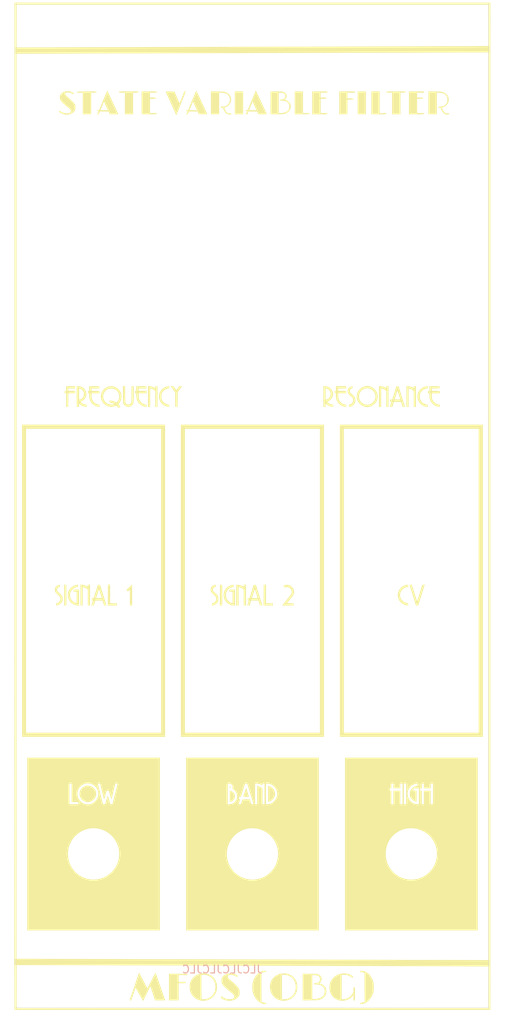
<source format=kicad_pcb>
(kicad_pcb (version 20171130) (host pcbnew 5.1.5-52549c5~84~ubuntu18.04.1)

  (general
    (thickness 1.6)
    (drawings 5)
    (tracks 0)
    (zones 0)
    (modules 16)
    (nets 1)
  )

  (page A4)
  (layers
    (0 F.Cu signal)
    (31 B.Cu signal)
    (32 B.Adhes user)
    (33 F.Adhes user)
    (34 B.Paste user)
    (35 F.Paste user)
    (36 B.SilkS user)
    (37 F.SilkS user)
    (38 B.Mask user)
    (39 F.Mask user)
    (40 Dwgs.User user)
    (41 Cmts.User user)
    (42 Eco1.User user)
    (43 Eco2.User user)
    (44 Edge.Cuts user)
    (45 Margin user)
    (46 B.CrtYd user)
    (47 F.CrtYd user)
    (48 B.Fab user)
    (49 F.Fab user)
  )

  (setup
    (last_trace_width 0.25)
    (trace_clearance 0.2)
    (zone_clearance 0.508)
    (zone_45_only no)
    (trace_min 0.2)
    (via_size 0.8)
    (via_drill 0.4)
    (via_min_size 0.4)
    (via_min_drill 0.3)
    (uvia_size 0.3)
    (uvia_drill 0.1)
    (uvias_allowed no)
    (uvia_min_size 0.2)
    (uvia_min_drill 0.1)
    (edge_width 0.05)
    (segment_width 0.2)
    (pcb_text_width 0.3)
    (pcb_text_size 1.5 1.5)
    (mod_edge_width 0.12)
    (mod_text_size 1 1)
    (mod_text_width 0.15)
    (pad_size 6.4 3.2)
    (pad_drill 6.4)
    (pad_to_mask_clearance 0.051)
    (solder_mask_min_width 0.25)
    (aux_axis_origin 0 0)
    (visible_elements FFFFFF7F)
    (pcbplotparams
      (layerselection 0x010fc_ffffffff)
      (usegerberextensions false)
      (usegerberattributes false)
      (usegerberadvancedattributes false)
      (creategerberjobfile false)
      (excludeedgelayer true)
      (linewidth 0.100000)
      (plotframeref false)
      (viasonmask false)
      (mode 1)
      (useauxorigin false)
      (hpglpennumber 1)
      (hpglpenspeed 20)
      (hpglpendiameter 15.000000)
      (psnegative false)
      (psa4output false)
      (plotreference true)
      (plotvalue true)
      (plotinvisibletext false)
      (padsonsilk false)
      (subtractmaskfromsilk false)
      (outputformat 1)
      (mirror false)
      (drillshape 0)
      (scaleselection 1)
      (outputdirectory "Gerbers/"))
  )

  (net 0 "")

  (net_class Default "This is the default net class."
    (clearance 0.2)
    (trace_width 0.25)
    (via_dia 0.8)
    (via_drill 0.4)
    (uvia_dia 0.3)
    (uvia_drill 0.1)
  )

  (module MountingHole:MountingHole_3.2mm_M3 (layer F.Cu) (tedit 56D1B4CB) (tstamp 5E4BB463)
    (at 187.5 43)
    (descr "Mounting Hole 3.2mm, no annular, M3")
    (tags "mounting hole 3.2mm no annular m3")
    (attr virtual)
    (fp_text reference REF** (at 0 -4.2) (layer F.SilkS) hide
      (effects (font (size 1 1) (thickness 0.15)))
    )
    (fp_text value MountingHole_3.2mm_M3 (at 0 4.2) (layer F.Fab)
      (effects (font (size 1 1) (thickness 0.15)))
    )
    (fp_circle (center 0 0) (end 3.45 0) (layer F.CrtYd) (width 0.05))
    (fp_circle (center 0 0) (end 3.2 0) (layer Cmts.User) (width 0.15))
    (fp_text user %R (at 0.3 0) (layer F.Fab)
      (effects (font (size 1 1) (thickness 0.15)))
    )
    (pad 1 np_thru_hole circle (at 0 0) (size 3.2 3.2) (drill 3.2) (layers *.Cu *.Mask))
  )

  (module MountingHole:MountingHole_3.2mm_M3 (layer F.Cu) (tedit 56D1B4CB) (tstamp 5E4BBB61)
    (at 233.2 43)
    (descr "Mounting Hole 3.2mm, no annular, M3")
    (tags "mounting hole 3.2mm no annular m3")
    (attr virtual)
    (fp_text reference REF** (at 0 -4.2) (layer F.SilkS) hide
      (effects (font (size 1 1) (thickness 0.15)))
    )
    (fp_text value MountingHole_3.2mm_M3 (at 0 4.2) (layer F.Fab)
      (effects (font (size 1 1) (thickness 0.15)))
    )
    (fp_circle (center 0 0) (end 3.45 0) (layer F.CrtYd) (width 0.05))
    (fp_circle (center 0 0) (end 3.2 0) (layer Cmts.User) (width 0.15))
    (fp_text user %R (at 0.3 0) (layer F.Fab)
      (effects (font (size 1 1) (thickness 0.15)))
    )
    (pad 1 np_thru_hole circle (at 0 0) (size 3.2 3.2) (drill 3.2) (layers *.Cu *.Mask))
  )

  (module MountingHole:MountingHole_3.2mm_M3 (layer F.Cu) (tedit 56D1B4CB) (tstamp 5E4BBB61)
    (at 233.2 165.5)
    (descr "Mounting Hole 3.2mm, no annular, M3")
    (tags "mounting hole 3.2mm no annular m3")
    (attr virtual)
    (fp_text reference REF** (at 0 -4.2) (layer F.SilkS) hide
      (effects (font (size 1 1) (thickness 0.15)))
    )
    (fp_text value MountingHole_3.2mm_M3 (at 0 4.2) (layer F.Fab)
      (effects (font (size 1 1) (thickness 0.15)))
    )
    (fp_circle (center 0 0) (end 3.45 0) (layer F.CrtYd) (width 0.05))
    (fp_circle (center 0 0) (end 3.2 0) (layer Cmts.User) (width 0.15))
    (fp_text user %R (at 0.3 0) (layer F.Fab)
      (effects (font (size 1 1) (thickness 0.15)))
    )
    (pad 1 np_thru_hole circle (at 0 0) (size 3.2 3.2) (drill 3.2) (layers *.Cu *.Mask))
  )

  (module MountingHole:MountingHole_3.2mm_M3 (layer F.Cu) (tedit 56D1B4CB) (tstamp 5E4BBB61)
    (at 187.5 165.5)
    (descr "Mounting Hole 3.2mm, no annular, M3")
    (tags "mounting hole 3.2mm no annular m3")
    (attr virtual)
    (fp_text reference REF** (at 0 -4.2) (layer F.SilkS) hide
      (effects (font (size 1 1) (thickness 0.15)))
    )
    (fp_text value MountingHole_3.2mm_M3 (at 0 4.2) (layer F.Fab)
      (effects (font (size 1 1) (thickness 0.15)))
    )
    (fp_circle (center 0 0) (end 3.45 0) (layer F.CrtYd) (width 0.05))
    (fp_circle (center 0 0) (end 3.2 0) (layer Cmts.User) (width 0.15))
    (fp_text user %R (at 0.3 0) (layer F.Fab)
      (effects (font (size 1 1) (thickness 0.15)))
    )
    (pad 1 np_thru_hole circle (at 0 0) (size 3.2 3.2) (drill 3.2) (layers *.Cu *.Mask))
  )

  (module obg-state-variable-filter-panel:art_labels (layer F.Cu) (tedit 0) (tstamp 5E4C00D0)
    (at 210.31 104.287)
    (fp_text reference G*** (at 0 0) (layer F.SilkS) hide
      (effects (font (size 1.524 1.524) (thickness 0.3)))
    )
    (fp_text value LOGO (at 0.75 0) (layer F.SilkS) hide
      (effects (font (size 1.524 1.524) (thickness 0.3)))
    )
    (fp_poly (pts (xy 30.485085 64.453453) (xy -30.434235 64.453453) (xy -30.434235 62.798646) (xy -30.175456 62.798646)
      (xy -30.175278 63.089395) (xy -30.174878 63.352663) (xy -30.174264 63.585097) (xy -30.173443 63.783349)
      (xy -30.17242 63.944068) (xy -30.171203 64.063903) (xy -30.169798 64.139504) (xy -30.168255 64.167428)
      (xy -30.159006 64.16905) (xy -30.13203 64.170616) (xy -30.086594 64.172126) (xy -30.021964 64.173581)
      (xy -29.937408 64.174981) (xy -29.832193 64.176327) (xy -29.705585 64.177619) (xy -29.556852 64.178859)
      (xy -29.385261 64.180046) (xy -29.190079 64.181182) (xy -28.970573 64.182267) (xy -28.72601 64.183302)
      (xy -28.455657 64.184287) (xy -28.158781 64.185222) (xy -27.834649 64.186109) (xy -27.482528 64.186949)
      (xy -27.101686 64.187741) (xy -26.691389 64.188486) (xy -26.250904 64.189185) (xy -25.779499 64.189839)
      (xy -25.27644 64.190448) (xy -24.740994 64.191013) (xy -24.172429 64.191534) (xy -23.570012 64.192012)
      (xy -22.933009 64.192448) (xy -22.260688 64.192843) (xy -21.552315 64.193196) (xy -20.807159 64.193508)
      (xy -20.024485 64.193781) (xy -19.203561 64.194015) (xy -18.343654 64.19421) (xy -17.444031 64.194367)
      (xy -16.503959 64.194486) (xy -15.522705 64.194569) (xy -14.499537 64.194615) (xy -13.43372 64.194626)
      (xy -12.324523 64.194602) (xy -11.171212 64.194544) (xy -9.973054 64.194452) (xy -8.729316 64.194327)
      (xy -7.439266 64.194169) (xy -6.102171 64.19398) (xy -4.717297 64.193759) (xy -3.283911 64.193508)
      (xy -1.801281 64.193227) (xy -0.268674 64.192916) (xy 0.030987 64.192853) (xy 30.218118 64.186486)
      (xy 30.224591 61.539009) (xy 30.231065 58.891531) (xy 26.614181 58.874846) (xy 26.449989 58.87414)
      (xy 26.236311 58.873305) (xy 25.974512 58.872346) (xy 25.665956 58.871266) (xy 25.312009 58.87007)
      (xy 24.914036 58.86876) (xy 24.4734 58.867341) (xy 23.991468 58.865817) (xy 23.469603 58.864191)
      (xy 22.90917 58.862466) (xy 22.311535 58.860648) (xy 21.678062 58.858738) (xy 21.010116 58.856742)
      (xy 20.309061 58.854663) (xy 19.576263 58.852505) (xy 18.813087 58.850271) (xy 18.020896 58.847965)
      (xy 17.201056 58.845592) (xy 16.354932 58.843154) (xy 15.483888 58.840655) (xy 14.58929 58.8381)
      (xy 13.672501 58.835492) (xy 12.734888 58.832834) (xy 11.777814 58.830131) (xy 10.802644 58.827387)
      (xy 9.810744 58.824604) (xy 8.803478 58.821787) (xy 7.782211 58.81894) (xy 6.748307 58.816066)
      (xy 5.703132 58.813169) (xy 4.648049 58.810253) (xy 3.584425 58.807321) (xy 2.513624 58.804378)
      (xy 1.43701 58.801427) (xy 0.355949 58.798472) (xy -0.728195 58.795516) (xy -1.814057 58.792564)
      (xy -2.900272 58.789619) (xy -3.985476 58.786685) (xy -5.068303 58.783765) (xy -6.147389 58.780864)
      (xy -7.221369 58.777984) (xy -8.288879 58.775131) (xy -9.348553 58.772308) (xy -10.399026 58.769517)
      (xy -11.438934 58.766764) (xy -12.466912 58.764052) (xy -13.481596 58.761385) (xy -14.48162 58.758766)
      (xy -15.465619 58.756199) (xy -16.43223 58.753688) (xy -17.380086 58.751237) (xy -18.307824 58.748849)
      (xy -19.214078 58.746529) (xy -20.097484 58.744279) (xy -20.956677 58.742105) (xy -21.790292 58.740008)
      (xy -22.596964 58.737994) (xy -23.375328 58.736066) (xy -24.12402 58.734228) (xy -24.841676 58.732483)
      (xy -25.526929 58.730836) (xy -26.178415 58.72929) (xy -26.772973 58.727898) (xy -30.167268 58.72002)
      (xy -30.173817 61.427827) (xy -30.174593 61.795004) (xy -30.17512 62.1481) (xy -30.175405 62.483764)
      (xy -30.175456 62.798646) (xy -30.434235 62.798646) (xy -30.434235 61.58038) (xy -30.434459 61.073439)
      (xy -30.435132 60.614943) (xy -30.43625 60.205136) (xy -30.437811 59.844269) (xy -30.439814 59.532586)
      (xy -30.442256 59.270337) (xy -30.445134 59.057768) (xy -30.448448 58.895127) (xy -30.452193 58.782661)
      (xy -30.456369 58.720618) (xy -30.45966 58.707307) (xy -30.469905 58.682598) (xy -30.477727 58.611246)
      (xy -30.482858 58.497413) (xy -30.48503 58.34526) (xy -30.485085 58.313213) (xy -30.483491 58.154421)
      (xy -30.478888 58.033178) (xy -30.471544 57.953646) (xy -30.461728 57.919985) (xy -30.45966 57.919119)
      (xy -30.458635 57.893694) (xy -30.457631 57.81742) (xy -30.456647 57.690301) (xy -30.455685 57.512339)
      (xy -30.454744 57.283537) (xy -30.453825 57.003896) (xy -30.452926 56.673421) (xy -30.452048 56.292112)
      (xy -30.451192 55.859973) (xy -30.450356 55.377007) (xy -30.449542 54.843215) (xy -30.448748 54.258601)
      (xy -30.447976 53.623168) (xy -30.447225 52.936917) (xy -30.446495 52.199851) (xy -30.445786 51.411973)
      (xy -30.445098 50.573286) (xy -30.444431 49.683791) (xy -30.443786 48.743493) (xy -30.443161 47.752392)
      (xy -30.442558 46.710492) (xy -30.441976 45.617796) (xy -30.441414 44.474306) (xy -30.440874 43.280024)
      (xy -30.440355 42.034953) (xy -30.439857 40.739096) (xy -30.439381 39.392456) (xy -30.438925 37.995034)
      (xy -30.43849 36.546833) (xy -30.438077 35.047857) (xy -30.437685 33.498107) (xy -30.437313 31.897587)
      (xy -30.436963 30.246298) (xy -30.436634 28.544244) (xy -30.436327 26.791426) (xy -30.43604 24.987848)
      (xy -30.435774 23.133512) (xy -30.43553 21.228421) (xy -30.435306 19.272577) (xy -30.435104 17.265983)
      (xy -30.434923 15.208642) (xy -30.434763 13.100555) (xy -30.434624 10.941726) (xy -30.434506 8.732157)
      (xy -30.43441 6.471851) (xy -30.434334 4.160811) (xy -30.43428 1.799038) (xy -30.434247 -0.613464)
      (xy -30.434235 -3.076693) (xy -30.434235 -57.887424) (xy -30.17998 -57.887424) (xy -30.17998 57.919119)
      (xy -29.906657 57.919052) (xy -29.869123 57.919121) (xy -29.781991 57.919329) (xy -29.646511 57.919675)
      (xy -29.463937 57.920154) (xy -29.23552 57.920763) (xy -28.962512 57.921498) (xy -28.646165 57.922356)
      (xy -28.28773 57.923333) (xy -27.888461 57.924426) (xy -27.449608 57.925631) (xy -26.972424 57.926944)
      (xy -26.458161 57.928363) (xy -25.90807 57.929884) (xy -25.323404 57.931503) (xy -24.705414 57.933216)
      (xy -24.055352 57.935021) (xy -23.374471 57.936913) (xy -22.664022 57.938889) (xy -21.925257 57.940945)
      (xy -21.159428 57.943079) (xy -20.367788 57.945286) (xy -19.551587 57.947564) (xy -18.712078 57.949907)
      (xy -17.850513 57.952314) (xy -16.968144 57.95478) (xy -16.066222 57.957302) (xy -15.146001 57.959876)
      (xy -14.20873 57.9625) (xy -13.255663 57.965168) (xy -12.288052 57.967879) (xy -11.307148 57.970627)
      (xy -10.314203 57.973411) (xy -9.31047 57.976226) (xy -8.2972 57.979068) (xy -7.275644 57.981935)
      (xy -6.247056 57.984823) (xy -5.212687 57.987727) (xy -4.173789 57.990646) (xy -3.131613 57.993574)
      (xy -2.087413 57.99651) (xy -1.042439 57.999448) (xy 0.002057 58.002386) (xy 1.044821 58.00532)
      (xy 2.084603 58.008247) (xy 3.120151 58.011162) (xy 4.150213 58.014063) (xy 5.173536 58.016947)
      (xy 6.188868 58.019808) (xy 7.194959 58.022645) (xy 8.190555 58.025453) (xy 9.174406 58.028229)
      (xy 10.145258 58.030969) (xy 11.101861 58.033671) (xy 12.042962 58.036329) (xy 12.967309 58.038942)
      (xy 13.87365 58.041505) (xy 14.760733 58.044015) (xy 15.627307 58.046468) (xy 16.47212 58.04886)
      (xy 17.293919 58.051189) (xy 18.091452 58.053451) (xy 18.863468 58.055642) (xy 19.608715 58.057759)
      (xy 20.325941 58.059798) (xy 21.013894 58.061755) (xy 21.671321 58.063628) (xy 22.296972 58.065412)
      (xy 22.889594 58.067104) (xy 23.447935 58.068701) (xy 23.970743 58.070199) (xy 24.456766 58.071595)
      (xy 24.904753 58.072884) (xy 25.313451 58.074065) (xy 25.681608 58.075132) (xy 26.007973 58.076082)
      (xy 26.291294 58.076913) (xy 26.530318 58.07762) (xy 26.723794 58.078199) (xy 26.87047 58.078649)
      (xy 26.9001 58.078741) (xy 27.235919 58.079768) (xy 27.571499 58.080733) (xy 27.901206 58.081626)
      (xy 28.219408 58.082431) (xy 28.52047 58.083138) (xy 28.798758 58.083734) (xy 29.048639 58.084205)
      (xy 29.264479 58.084539) (xy 29.440645 58.084724) (xy 29.569769 58.084747) (xy 30.218118 58.084384)
      (xy 30.218118 -58.058959) (xy 27.446746 -58.051064) (xy 27.288135 -58.050616) (xy 27.080003 -58.050037)
      (xy 26.823681 -58.049328) (xy 26.520501 -58.048495) (xy 26.171791 -58.04754) (xy 25.778884 -58.046467)
      (xy 25.343109 -58.04528) (xy 24.865796 -58.043982) (xy 24.348278 -58.042578) (xy 23.791882 -58.041069)
      (xy 23.197942 -58.039461) (xy 22.567786 -58.037756) (xy 21.902745 -58.035958) (xy 21.20415 -58.034071)
      (xy 20.473332 -58.032099) (xy 19.71162 -58.030044) (xy 18.920346 -58.027911) (xy 18.100839 -58.025703)
      (xy 17.254431 -58.023424) (xy 16.382452 -58.021077) (xy 15.486232 -58.018666) (xy 14.567102 -58.016194)
      (xy 13.626392 -58.013666) (xy 12.665434 -58.011084) (xy 11.685556 -58.008452) (xy 10.68809 -58.005775)
      (xy 9.674367 -58.003054) (xy 8.645717 -58.000295) (xy 7.603469 -57.9975) (xy 6.548956 -57.994673)
      (xy 5.483507 -57.991818) (xy 4.408453 -57.988938) (xy 3.325124 -57.986037) (xy 2.234851 -57.983119)
      (xy 1.932332 -57.982309) (xy 0.827535 -57.979348) (xy -0.274924 -57.976382) (xy -1.373573 -57.973417)
      (xy -2.466938 -57.970456) (xy -3.553548 -57.967503) (xy -4.63193 -57.964564) (xy -5.700611 -57.961641)
      (xy -6.758119 -57.958739) (xy -7.802982 -57.955863) (xy -8.833727 -57.953016) (xy -9.848881 -57.950202)
      (xy -10.846972 -57.947427) (xy -11.826527 -57.944693) (xy -12.786075 -57.942006) (xy -13.724141 -57.939369)
      (xy -14.639255 -57.936786) (xy -15.529943 -57.934262) (xy -16.394733 -57.931802) (xy -17.232152 -57.929408)
      (xy -18.040728 -57.927085) (xy -18.818988 -57.924838) (xy -19.565461 -57.922671) (xy -20.278672 -57.920587)
      (xy -20.95715 -57.918591) (xy -21.599423 -57.916688) (xy -22.204018 -57.91488) (xy -22.769461 -57.913174)
      (xy -23.294282 -57.911572) (xy -23.777007 -57.910079) (xy -24.216163 -57.908698) (xy -24.610279 -57.907436)
      (xy -24.957882 -57.906294) (xy -25.257498 -57.905279) (xy -25.495346 -57.904437) (xy -30.17998 -57.887424)
      (xy -30.434235 -57.887424) (xy -30.434235 -60.082313) (xy -30.175421 -60.082313) (xy -30.175225 -59.791511)
      (xy -30.174804 -59.528186) (xy -30.174166 -59.295688) (xy -30.173318 -59.097368) (xy -30.172266 -58.936578)
      (xy -30.171017 -58.81667) (xy -30.16958 -58.740995) (xy -30.168004 -58.713) (xy -30.157786 -58.708201)
      (xy -30.129493 -58.703961) (xy -30.080859 -58.700269) (xy -30.009615 -58.697113) (xy -29.913493 -58.69448)
      (xy -29.790226 -58.692358) (xy -29.637546 -58.690735) (xy -29.453186 -58.689599) (xy -29.234877 -58.688938)
      (xy -28.980353 -58.688739) (xy -28.687344 -58.688991) (xy -28.353584 -58.689682) (xy -27.976806 -58.690798)
      (xy -27.55474 -58.692329) (xy -27.08512 -58.694262) (xy -26.856149 -58.695266) (xy -26.673681 -58.696032)
      (xy -26.441708 -58.696925) (xy -26.161578 -58.697941) (xy -25.834637 -58.699077) (xy -25.462232 -58.700328)
      (xy -25.04571 -58.701691) (xy -24.586417 -58.703162) (xy -24.0857 -58.704737) (xy -23.544906 -58.706412)
      (xy -22.965381 -58.708183) (xy -22.348472 -58.710047) (xy -21.695525 -58.711999) (xy -21.007888 -58.714036)
      (xy -20.286906 -58.716154) (xy -19.533927 -58.718349) (xy -18.750297 -58.720617) (xy -17.937363 -58.722954)
      (xy -17.096472 -58.725357) (xy -16.22897 -58.727821) (xy -15.336203 -58.730344) (xy -14.41952 -58.73292)
      (xy -13.480265 -58.735546) (xy -12.519786 -58.738218) (xy -11.53943 -58.740933) (xy -10.540542 -58.743686)
      (xy -9.524471 -58.746474) (xy -8.492562 -58.749292) (xy -7.446162 -58.752138) (xy -6.386618 -58.755007)
      (xy -5.315276 -58.757894) (xy -4.233483 -58.760798) (xy -3.142586 -58.763712) (xy -2.043932 -58.766635)
      (xy -0.938867 -58.769561) (xy -0.254255 -58.771367) (xy 0.856016 -58.7743) (xy 1.961333 -58.777236)
      (xy 3.06033 -58.780171) (xy 4.151639 -58.783101) (xy 5.233893 -58.786022) (xy 6.305725 -58.78893)
      (xy 7.365768 -58.791821) (xy 8.412653 -58.794691) (xy 9.445014 -58.797536) (xy 10.461484 -58.800352)
      (xy 11.460694 -58.803135) (xy 12.441278 -58.805882) (xy 13.401869 -58.808587) (xy 14.341099 -58.811248)
      (xy 15.2576 -58.813861) (xy 16.150006 -58.81642) (xy 17.016948 -58.818923) (xy 17.857061 -58.821365)
      (xy 18.668976 -58.823743) (xy 19.451326 -58.826052) (xy 20.202743 -58.828289) (xy 20.921861 -58.830449)
      (xy 21.607313 -58.832529) (xy 22.257729 -58.834524) (xy 22.871745 -58.836431) (xy 23.447991 -58.838245)
      (xy 23.985101 -58.839964) (xy 24.481707 -58.841581) (xy 24.936443 -58.843095) (xy 25.34794 -58.8445)
      (xy 25.714832 -58.845793) (xy 26.035751 -58.84697) (xy 26.309329 -58.848027) (xy 26.5342 -58.848959)
      (xy 26.639606 -58.849432) (xy 30.231065 -58.866106) (xy 30.224591 -61.513584) (xy 30.218118 -64.161062)
      (xy -30.167268 -64.161062) (xy -30.173817 -61.453254) (xy -30.174591 -61.086061) (xy -30.175111 -60.732939)
      (xy -30.175386 -60.39724) (xy -30.175421 -60.082313) (xy -30.434235 -60.082313) (xy -30.434235 -64.428028)
      (xy 30.485085 -64.428028) (xy 30.485085 64.453453)) (layer F.SilkS) (width 0.01))
    (fp_poly (pts (xy 1.665392 59.45332) (xy 1.736746 59.475011) (xy 1.773058 59.510541) (xy 1.767387 59.558685)
      (xy 1.764378 59.563926) (xy 1.730421 59.592916) (xy 1.664171 59.613272) (xy 1.562585 59.627337)
      (xy 1.453229 59.643077) (xy 1.346302 59.666176) (xy 1.279237 59.686647) (xy 1.169569 59.72853)
      (xy 1.169569 63.413605) (xy 1.262403 63.452394) (xy 1.340265 63.478179) (xy 1.441605 63.503167)
      (xy 1.510301 63.516184) (xy 1.640588 63.541188) (xy 1.725302 63.5677) (xy 1.769717 63.597865)
      (xy 1.779779 63.625687) (xy 1.757113 63.67318) (xy 1.694091 63.702484) (xy 1.598178 63.712703)
      (xy 1.476838 63.70294) (xy 1.353921 63.67683) (xy 1.125044 63.590375) (xy 0.903122 63.458901)
      (xy 0.694453 63.288233) (xy 0.505337 63.084198) (xy 0.342071 62.852623) (xy 0.226073 62.633534)
      (xy 0.128063 62.388475) (xy 0.061486 62.148709) (xy 0.021988 61.895284) (xy 0.007407 61.682082)
      (xy 0.013658 61.310296) (xy 0.062297 60.966192) (xy 0.153634 60.648895) (xy 0.287981 60.357529)
      (xy 0.46565 60.091222) (xy 0.646167 59.88866) (xy 0.831457 59.723446) (xy 1.014307 59.601186)
      (xy 1.205007 59.515606) (xy 1.310466 59.483575) (xy 1.445313 59.456374) (xy 1.565935 59.446699)
      (xy 1.665392 59.45332)) (layer F.SilkS) (width 0.01))
    (fp_poly (pts (xy 14.124643 59.457033) (xy 14.245784 59.482505) (xy 14.490381 59.572039) (xy 14.718302 59.707098)
      (xy 14.926496 59.884215) (xy 15.111912 60.099922) (xy 15.2715 60.350754) (xy 15.402208 60.633243)
      (xy 15.487846 60.893906) (xy 15.510199 60.982238) (xy 15.5262 61.065127) (xy 15.536875 61.154017)
      (xy 15.543252 61.26035) (xy 15.54636 61.395569) (xy 15.547215 61.554954) (xy 15.546542 61.726719)
      (xy 15.543474 61.859091) (xy 15.537008 61.963511) (xy 15.526139 62.051419) (xy 15.509863 62.134255)
      (xy 15.489198 62.216016) (xy 15.388937 62.511309) (xy 15.255632 62.784973) (xy 15.093387 63.032368)
      (xy 14.906309 63.248856) (xy 14.698502 63.429797) (xy 14.474072 63.570554) (xy 14.237123 63.666488)
      (xy 14.195185 63.678189) (xy 14.046373 63.708095) (xy 13.9279 63.713402) (xy 13.845545 63.694125)
      (xy 13.821615 63.677242) (xy 13.795978 63.63082) (xy 13.796722 63.601933) (xy 13.814185 63.575433)
      (xy 13.849813 63.556314) (xy 13.914756 63.540584) (xy 14.009409 63.525751) (xy 14.10434 63.508143)
      (xy 14.212572 63.482167) (xy 14.257471 63.46951) (xy 14.391119 63.429372) (xy 14.384598 61.571392)
      (xy 14.378078 59.713413) (xy 14.238238 59.669571) (xy 14.13058 59.643508) (xy 14.015598 59.626986)
      (xy 13.965809 59.624175) (xy 13.880401 59.618655) (xy 13.831308 59.601643) (xy 13.806951 59.573537)
      (xy 13.796942 59.517972) (xy 13.829821 59.47727) (xy 13.899473 59.452701) (xy 13.999784 59.445533)
      (xy 14.124643 59.457033)) (layer F.SilkS) (width 0.01))
    (fp_poly (pts (xy -14.475636 59.720761) (xy -14.440345 59.783318) (xy -14.386671 59.882025) (xy -14.317034 60.012334)
      (xy -14.233851 60.169701) (xy -14.13954 60.34958) (xy -14.03652 60.547424) (xy -13.956028 60.702864)
      (xy -13.848179 60.911076) (xy -13.747344 61.104706) (xy -13.655933 61.279206) (xy -13.57635 61.430032)
      (xy -13.511002 61.552636) (xy -13.462297 61.642473) (xy -13.432641 61.694996) (xy -13.424371 61.707168)
      (xy -13.410695 61.685229) (xy -13.376738 61.622307) (xy -13.324838 61.522965) (xy -13.257333 61.391763)
      (xy -13.176558 61.233265) (xy -13.084853 61.05203) (xy -12.984555 60.852621) (xy -12.903761 60.691204)
      (xy -12.798664 60.482182) (xy -12.700198 60.289003) (xy -12.610697 60.116059) (xy -12.532497 59.967738)
      (xy -12.467934 59.848431) (xy -12.419342 59.762528) (xy -12.389056 59.714419) (xy -12.379638 59.705969)
      (xy -12.368833 59.734438) (xy -12.343167 59.806058) (xy -12.304239 59.916209) (xy -12.253654 60.060269)
      (xy -12.193011 60.233614) (xy -12.123915 60.431623) (xy -12.047967 60.649675) (xy -11.966768 60.883146)
      (xy -11.881922 61.127416) (xy -11.79503 61.377861) (xy -11.707694 61.62986) (xy -11.621517 61.878791)
      (xy -11.538101 62.120031) (xy -11.459047 62.348959) (xy -11.385957 62.560953) (xy -11.320435 62.75139)
      (xy -11.264082 62.915649) (xy -11.2185 63.049107) (xy -11.185291 63.147142) (xy -11.166058 63.205133)
      (xy -11.161762 63.21951) (xy -11.186059 63.223186) (xy -11.254439 63.226481) (xy -11.360134 63.229255)
      (xy -11.496375 63.231364) (xy -11.656396 63.232666) (xy -11.80495 63.233033) (xy -12.448138 63.233033)
      (xy -12.739335 62.330974) (xy -12.805463 62.127304) (xy -12.867112 61.93969) (xy -12.922478 61.773449)
      (xy -12.969758 61.633899) (xy -13.007148 61.526359) (xy -13.032846 61.456146) (xy -13.045047 61.428579)
      (xy -13.045422 61.428372) (xy -13.05929 61.450393) (xy -13.0927 61.513502) (xy -13.143268 61.612906)
      (xy -13.208608 61.743815) (xy -13.286337 61.901435) (xy -13.374069 62.080973) (xy -13.469419 62.277638)
      (xy -13.513272 62.368568) (xy -13.611019 62.571218) (xy -13.701876 62.75889) (xy -13.783497 62.926791)
      (xy -13.853539 63.070131) (xy -13.909657 63.184119) (xy -13.949506 63.263964) (xy -13.970744 63.304876)
      (xy -13.973594 63.309309) (xy -13.988332 63.288671) (xy -14.021882 63.233229) (xy -14.068467 63.152687)
      (xy -14.098479 63.099549) (xy -14.269401 62.79476) (xy -14.417189 62.531882) (xy -14.543337 62.308337)
      (xy -14.649337 62.121546) (xy -14.736685 61.968931) (xy -14.806872 61.847914) (xy -14.861393 61.755917)
      (xy -14.901742 61.69036) (xy -14.929411 61.648667) (xy -14.945894 61.628258) (xy -14.95222 61.625712)
      (xy -14.96462 61.654889) (xy -14.989213 61.724371) (xy -15.023212 61.825872) (xy -15.063829 61.951101)
      (xy -15.099424 62.063463) (xy -15.151016 62.225798) (xy -15.205676 62.394067) (xy -15.258249 62.552644)
      (xy -15.303581 62.685898) (xy -15.321599 62.737237) (xy -15.36406 62.856493) (xy -15.404528 62.970362)
      (xy -15.437197 63.062502) (xy -15.450658 63.100605) (xy -15.488824 63.178007) (xy -15.53767 63.239308)
      (xy -15.553438 63.251877) (xy -15.60115 63.278531) (xy -15.631883 63.272196) (xy -15.663439 63.237647)
      (xy -15.685827 63.203454) (xy -15.69453 63.16548) (xy -15.687582 63.114764) (xy -15.66302 63.042348)
      (xy -15.618877 62.93927) (xy -15.578784 62.851651) (xy -15.554881 62.79322) (xy -15.516791 62.69135)
      (xy -15.466207 62.550909) (xy -15.404818 62.376766) (xy -15.334318 62.173791) (xy -15.256397 61.946853)
      (xy -15.172747 61.700819) (xy -15.08506 61.440561) (xy -14.998014 61.179929) (xy -14.910489 60.91745)
      (xy -14.827445 60.669828) (xy -14.750298 60.44119) (xy -14.680461 60.235664) (xy -14.619352 60.057375)
      (xy -14.568384 59.910452) (xy -14.528974 59.79902) (xy -14.502536 59.727207) (xy -14.490486 59.69914)
      (xy -14.490126 59.698898) (xy -14.475636 59.720761)) (layer F.SilkS) (width 0.01))
    (fp_poly (pts (xy -5.891047 59.811324) (xy -5.617657 59.884655) (xy -5.364118 59.998153) (xy -5.135477 60.14951)
      (xy -4.936778 60.336422) (xy -4.773069 60.55658) (xy -4.759229 60.579635) (xy -4.635089 60.839447)
      (xy -4.553395 61.120127) (xy -4.514994 61.413302) (xy -4.52073 61.7106) (xy -4.571449 62.003646)
      (xy -4.604104 62.116515) (xy -4.716698 62.384285) (xy -4.870038 62.622947) (xy -5.061536 62.830003)
      (xy -5.288603 63.002954) (xy -5.548652 63.139302) (xy -5.733434 63.206897) (xy -5.863753 63.23694)
      (xy -6.026115 63.259201) (xy -6.202584 63.272583) (xy -6.375223 63.275987) (xy -6.526096 63.268317)
      (xy -6.591202 63.259368) (xy -6.882038 63.182118) (xy -7.145729 63.063513) (xy -7.379641 62.90675)
      (xy -7.58114 62.715026) (xy -7.747591 62.491541) (xy -7.876361 62.239492) (xy -7.964817 61.962075)
      (xy -8.010323 61.662491) (xy -8.01601 61.529529) (xy -8.011735 61.324316) (xy -7.991026 61.149435)
      (xy -7.949746 60.985878) (xy -7.883757 60.814636) (xy -7.83952 60.718772) (xy -7.695234 60.475274)
      (xy -7.513667 60.264999) (xy -7.29757 60.089812) (xy -7.108741 59.984509) (xy -6.508909 59.984509)
      (xy -6.508909 61.530376) (xy -6.5087 61.863135) (xy -6.50803 62.148187) (xy -6.506835 62.388675)
      (xy -6.505051 62.587742) (xy -6.502614 62.748529) (xy -6.49946 62.874179) (xy -6.495524 62.967836)
      (xy -6.490743 63.03264) (xy -6.485053 63.071735) (xy -6.478389 63.088264) (xy -6.477128 63.089067)
      (xy -6.418746 63.099779) (xy -6.32448 63.10352) (xy -6.208737 63.100829) (xy -6.085924 63.092251)
      (xy -5.97045 63.078326) (xy -5.911412 63.067784) (xy -5.652562 62.988399) (xy -5.414685 62.865306)
      (xy -5.202828 62.703086) (xy -5.022041 62.506326) (xy -4.877374 62.279609) (xy -4.777165 62.038038)
      (xy -4.736575 61.862084) (xy -4.7138 61.658681) (xy -4.709749 61.448336) (xy -4.725331 61.251556)
      (xy -4.738848 61.173573) (xy -4.819292 60.908673) (xy -4.94179 60.667812) (xy -5.102209 60.455156)
      (xy -5.296418 60.274872) (xy -5.520284 60.131127) (xy -5.769675 60.028088) (xy -5.911412 59.991274)
      (xy -6.046835 59.969307) (xy -6.188576 59.956883) (xy -6.319996 59.954685) (xy -6.424456 59.963392)
      (xy -6.451702 59.969178) (xy -6.508909 59.984509) (xy -7.108741 59.984509) (xy -7.049698 59.951583)
      (xy -6.772803 59.85218) (xy -6.477198 59.794387) (xy -6.179243 59.780466) (xy -5.891047 59.811324)) (layer F.SilkS) (width 0.01))
    (fp_poly (pts (xy -2.55266 59.799666) (xy -2.401023 59.823167) (xy -2.352938 59.835667) (xy -2.175876 59.898062)
      (xy -2.037959 59.965787) (xy -1.942299 60.036676) (xy -1.892011 60.108561) (xy -1.885795 60.160816)
      (xy -1.91175 60.212939) (xy -1.966879 60.22637) (xy -2.047458 60.201189) (xy -2.124444 60.155579)
      (xy -2.305291 60.054549) (xy -2.500252 59.993637) (xy -2.72103 59.969349) (xy -2.750167 59.968725)
      (xy -2.863692 59.969152) (xy -2.9403 59.975571) (xy -2.993793 59.990367) (xy -3.037976 60.015927)
      (xy -3.042559 60.019275) (xy -3.090931 60.06619) (xy -3.114757 60.12639) (xy -3.122366 60.190943)
      (xy -3.124006 60.25346) (xy -3.114451 60.30138) (xy -3.086668 60.349175) (xy -3.033623 60.411315)
      (xy -2.995239 60.452489) (xy -2.926223 60.521298) (xy -2.829122 60.61207) (xy -2.715201 60.714553)
      (xy -2.595723 60.8185) (xy -2.555256 60.852843) (xy -2.321206 61.055496) (xy -2.127043 61.236086)
      (xy -1.969046 61.398705) (xy -1.843495 61.547449) (xy -1.746668 61.686409) (xy -1.674843 61.819679)
      (xy -1.673287 61.82308) (xy -1.644865 61.895354) (xy -1.627303 61.970434) (xy -1.618226 62.063884)
      (xy -1.615255 62.191263) (xy -1.615211 62.203303) (xy -1.616251 62.325195) (xy -1.622291 62.413187)
      (xy -1.636528 62.4842) (xy -1.662156 62.555152) (xy -1.695511 62.628537) (xy -1.763638 62.748879)
      (xy -1.846725 62.86216) (xy -1.894399 62.914094) (xy -2.027128 63.019441) (xy -2.193648 63.115677)
      (xy -2.376905 63.194244) (xy -2.555256 63.245633) (xy -2.667 63.26284) (xy -2.802457 63.274563)
      (xy -2.94405 63.280187) (xy -3.0742 63.279093) (xy -3.17533 63.270663) (xy -3.190891 63.267971)
      (xy -3.244023 63.257543) (xy -3.325224 63.24164) (xy -3.381582 63.230615) (xy -3.477191 63.204593)
      (xy -3.592035 63.162532) (xy -3.712674 63.110631) (xy -3.825668 63.055087) (xy -3.91758 63.002098)
      (xy -3.974969 62.957862) (xy -3.976416 62.956296) (xy -4.015632 62.887511) (xy -4.02133 62.816775)
      (xy -3.996673 62.758469) (xy -3.944825 62.726974) (xy -3.925529 62.724913) (xy -3.891412 62.73916)
      (xy -3.832214 62.776422) (xy -3.778541 62.815282) (xy -3.615751 62.920056) (xy -3.436978 63.0015)
      (xy -3.249481 63.059346) (xy -3.060517 63.093328) (xy -2.877347 63.103179) (xy -2.707229 63.088631)
      (xy -2.557422 63.049417) (xy -2.435183 62.98527) (xy -2.347773 62.895922) (xy -2.331652 62.86854)
      (xy -2.300826 62.798652) (xy -2.295411 62.7407) (xy -2.312607 62.665445) (xy -2.334999 62.610259)
      (xy -2.373051 62.54985) (xy -2.430581 62.480499) (xy -2.51141 62.398487) (xy -2.619355 62.300093)
      (xy -2.758237 62.181598) (xy -2.931873 62.039281) (xy -3.066258 61.931381) (xy -3.26422 61.770361)
      (xy -3.425214 61.631976) (xy -3.55459 61.510666) (xy -3.657698 61.400873) (xy -3.73989 61.297039)
      (xy -3.806516 61.193603) (xy -3.844628 61.122722) (xy -3.883249 61.041821) (xy -3.907613 60.974858)
      (xy -3.920994 60.90534) (xy -3.926663 60.81678) (xy -3.927883 60.703203) (xy -3.92659 60.58065)
      (xy -3.920539 60.493769) (xy -3.907067 60.427423) (xy -3.883509 60.366477) (xy -3.860584 60.320801)
      (xy -3.741528 60.149143) (xy -3.58146 60.007489) (xy -3.380477 59.895912) (xy -3.215552 59.835761)
      (xy -3.077882 59.807226) (xy -2.909342 59.791697) (xy -2.728184 59.789177) (xy -2.55266 59.799666)) (layer F.SilkS) (width 0.01))
    (fp_poly (pts (xy 4.239852 59.796362) (xy 4.418136 59.817822) (xy 4.582755 59.85852) (xy 4.75168 59.922489)
      (xy 4.875069 59.979813) (xy 5.111128 60.122835) (xy 5.314585 60.302525) (xy 5.483203 60.51476)
      (xy 5.614743 60.755417) (xy 5.706969 61.020374) (xy 5.757642 61.305508) (xy 5.764526 61.606698)
      (xy 5.763946 61.617478) (xy 5.742382 61.843382) (xy 5.702338 62.039531) (xy 5.639003 62.225149)
      (xy 5.57848 62.358611) (xy 5.432246 62.598916) (xy 5.247103 62.80911) (xy 5.02757 62.985542)
      (xy 4.778165 63.124559) (xy 4.513013 63.219922) (xy 4.366685 63.248804) (xy 4.190392 63.266896)
      (xy 4.002492 63.273708) (xy 3.821341 63.268751) (xy 3.665297 63.251536) (xy 3.624666 63.243584)
      (xy 3.349796 63.161952) (xy 3.10577 63.045672) (xy 3.008271 62.984259) (xy 2.79334 62.808591)
      (xy 2.612703 62.600194) (xy 2.467817 62.365167) (xy 2.360141 62.109612) (xy 2.291133 61.839629)
      (xy 2.262253 61.561316) (xy 2.274958 61.280775) (xy 2.330708 61.004106) (xy 2.43096 60.737409)
      (xy 2.458006 60.68285) (xy 2.579552 60.492256) (xy 2.738546 60.308921) (xy 2.921878 60.145591)
      (xy 3.116444 60.015011) (xy 3.178178 59.982593) (xy 3.184959 59.979547) (xy 3.788388 59.979547)
      (xy 3.788388 61.525776) (xy 3.788659 61.801568) (xy 3.789442 62.062161) (xy 3.790686 62.303128)
      (xy 3.792346 62.520039) (xy 3.794372 62.708465) (xy 3.796718 62.863976) (xy 3.799333 62.982145)
      (xy 3.802171 63.058542) (xy 3.805184 63.088738) (xy 3.805338 63.088955) (xy 3.842851 63.100132)
      (xy 3.918383 63.10523) (xy 4.019528 63.1047) (xy 4.133874 63.098993) (xy 4.249013 63.088559)
      (xy 4.352536 63.073848) (xy 4.382603 63.068011) (xy 4.635594 62.989153) (xy 4.869006 62.866523)
      (xy 5.077732 62.705096) (xy 5.256668 62.509849) (xy 5.400707 62.285756) (xy 5.504743 62.037794)
      (xy 5.52981 61.950063) (xy 5.552258 61.819656) (xy 5.564642 61.657719) (xy 5.566963 61.482466)
      (xy 5.559226 61.312108) (xy 5.541435 61.164857) (xy 5.529647 61.108995) (xy 5.441764 60.856527)
      (xy 5.313805 60.624158) (xy 5.151901 60.422851) (xy 5.13807 60.408821) (xy 4.986452 60.270741)
      (xy 4.837241 60.166588) (xy 4.671254 60.084247) (xy 4.552771 60.039278) (xy 4.441377 60.00837)
      (xy 4.307108 59.982776) (xy 4.165028 59.964148) (xy 4.030201 59.95414) (xy 3.91769 59.954402)
      (xy 3.855216 59.962774) (xy 3.788388 59.979547) (xy 3.184959 59.979547) (xy 3.361971 59.900034)
      (xy 3.527806 59.843675) (xy 3.693933 59.809393) (xy 3.878601 59.793063) (xy 4.02993 59.790105)
      (xy 4.239852 59.796362)) (layer F.SilkS) (width 0.01))
    (fp_poly (pts (xy 12.041457 59.80564) (xy 12.07159 59.810648) (xy 12.259401 59.851655) (xy 12.431834 59.905109)
      (xy 12.583559 59.967848) (xy 12.709243 60.036708) (xy 12.803554 60.108527) (xy 12.861158 60.180141)
      (xy 12.876724 60.248387) (xy 12.866177 60.281978) (xy 12.818479 60.326192) (xy 12.748783 60.327287)
      (xy 12.661356 60.285686) (xy 12.623231 60.257866) (xy 12.543423 60.197833) (xy 12.462029 60.141607)
      (xy 12.440941 60.128161) (xy 12.308261 60.064731) (xy 12.142054 60.01294) (xy 11.958917 59.975881)
      (xy 11.775451 59.956645) (xy 11.608254 59.958323) (xy 11.559454 59.963997) (xy 11.441441 59.981694)
      (xy 11.441441 63.113458) (xy 11.651201 63.09819) (xy 11.927113 63.053995) (xy 12.181763 62.964361)
      (xy 12.411975 62.831374) (xy 12.614574 62.657119) (xy 12.786387 62.443683) (xy 12.875403 62.293837)
      (xy 12.921686 62.203894) (xy 12.949922 62.13735) (xy 12.963656 62.076643) (xy 12.96643 62.004211)
      (xy 12.961791 61.902492) (xy 12.960106 61.874099) (xy 12.956413 61.764202) (xy 12.958601 61.671922)
      (xy 12.966149 61.611004) (xy 12.970586 61.598434) (xy 13.010396 61.566857) (xy 13.067866 61.555197)
      (xy 13.11814 61.566394) (xy 13.131614 61.579379) (xy 13.135789 61.610822) (xy 13.139323 61.685602)
      (xy 13.142213 61.796212) (xy 13.144455 61.935144) (xy 13.146044 62.094891) (xy 13.146977 62.267946)
      (xy 13.14725 62.446801) (xy 13.146859 62.62395) (xy 13.1458 62.791884) (xy 13.14407 62.943097)
      (xy 13.141664 63.070081) (xy 13.138579 63.165328) (xy 13.13481 63.221332) (xy 13.132465 63.232655)
      (xy 13.093771 63.254437) (xy 13.03497 63.255667) (xy 12.982267 63.236794) (xy 12.974041 63.229937)
      (xy 12.961273 63.192314) (xy 12.954791 63.109904) (xy 12.9545 62.980566) (xy 12.957682 62.867624)
      (xy 12.969844 62.533833) (xy 12.87306 62.648248) (xy 12.731397 62.803934) (xy 12.595395 62.9267)
      (xy 12.466485 63.019661) (xy 12.233919 63.141873) (xy 11.974574 63.226531) (xy 11.697588 63.272078)
      (xy 11.412098 63.276959) (xy 11.149049 63.244048) (xy 10.897059 63.169325) (xy 10.659205 63.050134)
      (xy 10.443171 62.892371) (xy 10.256644 62.701931) (xy 10.107309 62.484712) (xy 10.072248 62.417942)
      (xy 9.985176 62.221401) (xy 9.927568 62.040101) (xy 9.894841 61.85417) (xy 9.882408 61.643734)
      (xy 9.881943 61.593093) (xy 9.889398 61.379172) (xy 9.915869 61.193318) (xy 9.965967 61.01552)
      (xy 10.044306 60.825768) (xy 10.072419 60.766766) (xy 10.192707 60.567064) (xy 10.351419 60.374097)
      (xy 10.536433 60.200143) (xy 10.735622 60.057478) (xy 10.819214 60.010551) (xy 11.116579 59.884604)
      (xy 11.421176 59.808188) (xy 11.730353 59.781726) (xy 12.041457 59.80564)) (layer F.SilkS) (width 0.01))
    (fp_poly (pts (xy -9.492806 59.832125) (xy -9.218677 59.833801) (xy -8.990984 59.835549) (xy -8.80531 59.837558)
      (xy -8.65724 59.84002) (xy -8.542358 59.843123) (xy -8.45625 59.847058) (xy -8.394498 59.852014)
      (xy -8.352688 59.858182) (xy -8.326404 59.865751) (xy -8.31123 59.87491) (xy -8.304297 59.883233)
      (xy -8.289824 59.937846) (xy -8.304318 59.972222) (xy -8.317335 59.986862) (xy -8.339711 59.997681)
      (xy -8.378027 60.00508) (xy -8.438862 60.009461) (xy -8.528794 60.011225) (xy -8.654404 60.010775)
      (xy -8.822271 60.008512) (xy -8.882616 60.007527) (xy -9.432833 59.998337) (xy -9.432833 60.871599)
      (xy -9.004676 60.866014) (xy -8.86085 60.865199) (xy -8.734011 60.866482) (xy -8.633228 60.869611)
      (xy -8.567573 60.874337) (xy -8.547018 60.878662) (xy -8.520583 60.920555) (xy -8.524793 60.977847)
      (xy -8.548028 61.015935) (xy -8.581726 61.02874) (xy -8.655558 61.037922) (xy -8.772696 61.043693)
      (xy -8.936312 61.046263) (xy -9.005686 61.046446) (xy -9.432833 61.046446) (xy -9.432833 63.233033)
      (xy -10.653254 63.233033) (xy -10.653254 59.825513) (xy -9.492806 59.832125)) (layer F.SilkS) (width 0.01))
    (fp_poly (pts (xy 7.367017 59.831806) (xy 7.61097 59.834649) (xy 7.809728 59.837643) (xy 7.968944 59.841099)
      (xy 8.094274 59.845324) (xy 8.191373 59.850629) (xy 8.265894 59.857324) (xy 8.323493 59.865716)
      (xy 8.369825 59.876116) (xy 8.410544 59.888833) (xy 8.410736 59.8889) (xy 8.545018 59.954865)
      (xy 8.672595 60.050612) (xy 8.777023 60.162306) (xy 8.825019 60.23753) (xy 8.86966 60.377312)
      (xy 8.875508 60.533377) (xy 8.845161 60.69247) (xy 8.781218 60.841335) (xy 8.686275 60.966714)
      (xy 8.681128 60.971773) (xy 8.593865 61.056352) (xy 8.745869 61.103015) (xy 8.936221 61.183587)
      (xy 9.110506 61.299728) (xy 9.259921 61.443077) (xy 9.375662 61.605272) (xy 9.446075 61.768073)
      (xy 9.465858 61.862011) (xy 9.479481 61.97893) (xy 9.483683 62.076176) (xy 9.460996 62.313786)
      (xy 9.39358 62.527945) (xy 9.282399 62.717512) (xy 9.128422 62.881344) (xy 8.932614 63.0183)
      (xy 8.695941 63.127238) (xy 8.555655 63.17283) (xy 8.50849 63.184382) (xy 8.45201 63.193966)
      (xy 8.38082 63.201841) (xy 8.289522 63.208265) (xy 8.172719 63.213497) (xy 8.025016 63.217795)
      (xy 7.841014 63.221419) (xy 7.615318 63.224626) (xy 7.43058 63.226752) (xy 6.458058 63.237215)
      (xy 6.458058 60.004004) (xy 7.678478 60.004004) (xy 7.678478 63.055055) (xy 7.930496 63.055055)
      (xy 8.068868 63.050792) (xy 8.216444 63.039448) (xy 8.347384 63.023186) (xy 8.381797 63.017251)
      (xy 8.617052 62.95287) (xy 8.824047 62.856042) (xy 8.99805 62.730214) (xy 9.134328 62.578831)
      (xy 9.22815 62.405341) (xy 9.230527 62.39912) (xy 9.267679 62.246016) (xy 9.277378 62.071579)
      (xy 9.260244 61.896831) (xy 9.216897 61.742797) (xy 9.210755 61.728466) (xy 9.107887 61.558225)
      (xy 8.96687 61.419226) (xy 8.790895 61.3131) (xy 8.583153 61.241477) (xy 8.346835 61.205989)
      (xy 8.182621 61.202977) (xy 8.053118 61.200716) (xy 7.967991 61.183799) (xy 7.92234 61.150119)
      (xy 7.911263 61.097567) (xy 7.912436 61.086809) (xy 7.920929 61.060599) (xy 7.944168 61.043514)
      (xy 7.992417 61.032521) (xy 8.075938 61.024587) (xy 8.136136 61.020698) (xy 8.297964 61.001364)
      (xy 8.421318 60.962122) (xy 8.516415 60.897728) (xy 8.59347 60.802942) (xy 8.608547 60.77829)
      (xy 8.654625 60.67745) (xy 8.672619 60.56895) (xy 8.673702 60.524945) (xy 8.653781 60.369144)
      (xy 8.593577 60.241556) (xy 8.492432 60.141747) (xy 8.349688 60.069287) (xy 8.164684 60.023744)
      (xy 7.936761 60.004686) (xy 7.878411 60.004004) (xy 7.678478 60.004004) (xy 6.458058 60.004004)
      (xy 6.458058 59.822088) (xy 7.367017 59.831806)) (layer F.SilkS) (width 0.01))
    (fp_poly (pts (xy -11.822823 54.283283) (xy -28.807007 54.283283) (xy -28.807007 44.493344) (xy -23.594795 44.493344)
      (xy -23.571393 44.908101) (xy -23.500917 45.304157) (xy -23.382963 45.682588) (xy -23.21713 46.044473)
      (xy -23.003012 46.390888) (xy -22.775197 46.682784) (xy -22.519889 46.942385) (xy -22.226966 47.174753)
      (xy -21.904028 47.375929) (xy -21.558675 47.54195) (xy -21.198507 47.668855) (xy -20.831124 47.752682)
      (xy -20.683107 47.773348) (xy -20.510792 47.785024) (xy -20.308158 47.786351) (xy -20.094508 47.778101)
      (xy -19.889142 47.761044) (xy -19.711363 47.735953) (xy -19.701409 47.734098) (xy -19.318465 47.63641)
      (xy -18.953725 47.493936) (xy -18.610525 47.310082) (xy -18.292206 47.088254) (xy -18.002104 46.831861)
      (xy -17.74356 46.544309) (xy -17.519911 46.229005) (xy -17.334497 45.889355) (xy -17.190655 45.528768)
      (xy -17.091724 45.150649) (xy -17.074298 45.053155) (xy -17.050878 44.854803) (xy -17.038651 44.629755)
      (xy -17.037617 44.396237) (xy -17.047776 44.172477) (xy -17.069126 43.976702) (xy -17.074335 43.944822)
      (xy -17.167101 43.55467) (xy -17.304184 43.184991) (xy -17.482336 42.838521) (xy -17.698312 42.517994)
      (xy -17.948863 42.226146) (xy -18.230743 41.965712) (xy -18.540705 41.739426) (xy -18.875503 41.550026)
      (xy -19.231889 41.400244) (xy -19.606616 41.292818) (xy -19.996439 41.230481) (xy -20.314915 41.214914)
      (xy -20.714711 41.239568) (xy -21.103103 41.311811) (xy -21.476503 41.429062) (xy -21.831325 41.588741)
      (xy -22.16398 41.788269) (xy -22.47088 42.025065) (xy -22.748439 42.296549) (xy -22.993067 42.600142)
      (xy -23.201178 42.933263) (xy -23.369183 43.293332) (xy -23.427292 43.453082) (xy -23.513526 43.751115)
      (xy -23.567285 44.039784) (xy -23.592113 44.34109) (xy -23.594795 44.493344) (xy -28.807007 44.493344)
      (xy -28.807007 35.493893) (xy -23.416817 35.493893) (xy -23.416817 38.138138) (xy -22.247248 38.138138)
      (xy -22.247248 37.858458) (xy -23.111712 37.858458) (xy -23.111712 36.747677) (xy -22.396517 36.747677)
      (xy -22.388764 36.971793) (xy -22.336148 37.195764) (xy -22.251742 37.4008) (xy -22.125931 37.60524)
      (xy -21.960894 37.788991) (xy -21.766269 37.944066) (xy -21.551692 38.062477) (xy -21.379927 38.123377)
      (xy -21.229656 38.150205) (xy -21.056377 38.160121) (xy -20.883212 38.153009) (xy -20.733282 38.128756)
      (xy -20.725052 38.126626) (xy -20.489636 38.038402) (xy -20.272527 37.906861) (xy -20.080176 37.738137)
      (xy -19.919035 37.538363) (xy -19.795554 37.313673) (xy -19.752708 37.202239) (xy -19.710324 37.018873)
      (xy -19.695329 36.817543) (xy -19.707718 36.61788) (xy -19.747489 36.439516) (xy -19.752848 36.423953)
      (xy -19.861785 36.187827) (xy -20.008867 35.974645) (xy -20.187726 35.790709) (xy -20.391993 35.642318)
      (xy -20.615297 35.535772) (xy -20.669037 35.517737) (xy -20.777173 35.493893) (xy -19.774715 35.493893)
      (xy -19.444143 36.816016) (xy -19.113571 38.138138) (xy -18.970549 38.137982) (xy -18.827528 38.137827)
      (xy -18.677924 37.597692) (xy -18.633517 37.439327) (xy -18.5927 37.297461) (xy -18.557676 37.179448)
      (xy -18.530643 37.092643) (xy -18.513803 37.044401) (xy -18.51025 37.037351) (xy -18.498498 37.0548)
      (xy -18.475355 37.114734) (xy -18.442974 37.210625) (xy -18.403506 37.335944) (xy -18.359105 37.484162)
      (xy -18.331728 37.578792) (xy -18.171276 38.140439) (xy -18.031397 38.132932) (xy -17.891517 38.125425)
      (xy -17.565401 36.841441) (xy -17.502661 36.593856) (xy -17.443872 36.360775) (xy -17.390206 36.146918)
      (xy -17.342834 35.957005) (xy -17.302928 35.795758) (xy -17.27166 35.667896) (xy -17.2502 35.578139)
      (xy -17.239721 35.53121) (xy -17.238862 35.525675) (xy -17.260095 35.505476) (xy -17.326528 35.495382)
      (xy -17.385723 35.493893) (xy -17.533008 35.493893) (xy -17.770257 36.479129) (xy -17.822736 36.696054)
      (xy -17.872086 36.898126) (xy -17.916933 37.079854) (xy -17.955901 37.235752) (xy -17.987616 37.360329)
      (xy -18.010702 37.448097) (xy -18.023783 37.493568) (xy -18.025574 37.498183) (xy -18.037449 37.484982)
      (xy -18.060687 37.428479) (xy -18.093335 37.334449) (xy -18.133441 37.208666) (xy -18.179053 37.056906)
      (xy -18.204352 36.969455) (xy -18.365061 36.406907) (xy -18.644701 36.421921) (xy -18.795998 36.955855)
      (xy -18.841017 37.112961) (xy -18.882214 37.253394) (xy -18.917358 37.369819) (xy -18.944219 37.454901)
      (xy -18.960567 37.501303) (xy -18.963688 37.507418) (xy -18.973122 37.487626) (xy -18.99293 37.423622)
      (xy -19.021716 37.320661) (xy -19.058086 37.184002) (xy -19.100644 37.018901) (xy -19.147994 36.830615)
      (xy -19.198743 36.624402) (xy -19.206598 36.592102) (xy -19.258476 36.378703) (xy -19.307373 36.178081)
      (xy -19.351808 35.996273) (xy -19.390299 35.839319) (xy -19.421366 35.713257) (xy -19.443527 35.624126)
      (xy -19.455301 35.577965) (xy -19.455691 35.576526) (xy -19.47083 35.530238) (xy -19.493184 35.505573)
      (xy -19.536813 35.495727) (xy -19.615779 35.493897) (xy -19.626491 35.493893) (xy -19.774715 35.493893)
      (xy -20.777173 35.493893) (xy -20.816062 35.485318) (xy -20.985363 35.468342) (xy -21.15646 35.46748)
      (xy -21.308877 35.483399) (xy -21.361823 35.495096) (xy -21.589976 35.581327) (xy -21.802429 35.709485)
      (xy -21.992305 35.872563) (xy -22.152733 36.063553) (xy -22.276837 36.275448) (xy -22.357743 36.501241)
      (xy -22.360651 36.513277) (xy -22.396517 36.747677) (xy -23.111712 36.747677) (xy -23.111712 35.493893)
      (xy -23.416817 35.493893) (xy -28.807007 35.493893) (xy -28.807007 32.188588) (xy -11.822823 32.188588)
      (xy -11.822823 54.283283)) (layer F.SilkS) (width 0.01))
    (fp_poly (pts (xy 8.517517 54.283283) (xy -8.466667 54.283283) (xy -8.466667 44.546201) (xy -3.252978 44.546201)
      (xy -3.246778 44.762673) (xy -3.231137 44.957807) (xy -3.216537 45.061225) (xy -3.124502 45.444727)
      (xy -2.985347 45.819013) (xy -2.802777 46.176513) (xy -2.580496 46.509652) (xy -2.402623 46.725001)
      (xy -2.146447 46.974334) (xy -1.85223 47.199605) (xy -1.529297 47.395254) (xy -1.186973 47.555721)
      (xy -0.834582 47.675445) (xy -0.787711 47.687935) (xy -0.452971 47.757946) (xy -0.129334 47.790119)
      (xy 0.203241 47.78595) (xy 0.354656 47.773288) (xy 0.753399 47.70726) (xy 1.138046 47.593734)
      (xy 1.504768 47.435018) (xy 1.849732 47.23342) (xy 2.169107 46.991245) (xy 2.45906 46.710802)
      (xy 2.71576 46.394398) (xy 2.767062 46.320679) (xy 2.952104 46.004015) (xy 3.101007 45.657814)
      (xy 3.211198 45.290743) (xy 3.280103 44.911466) (xy 3.305148 44.528646) (xy 3.305203 44.509083)
      (xy 3.281309 44.093236) (xy 3.210058 43.695814) (xy 3.091672 43.317356) (xy 2.926373 42.958403)
      (xy 2.714384 42.619495) (xy 2.455927 42.30117) (xy 2.351851 42.192021) (xy 2.045653 41.91691)
      (xy 1.717954 41.687268) (xy 1.366261 41.501738) (xy 0.98808 41.358967) (xy 0.661061 41.27383)
      (xy 0.540536 41.252676) (xy 0.405086 41.23851) (xy 0.243101 41.230489) (xy 0.042972 41.227772)
      (xy 0.025425 41.227759) (xy -0.214132 41.231988) (xy -0.419098 41.246233) (xy -0.605148 41.27283)
      (xy -0.787957 41.314118) (xy -0.983203 41.372432) (xy -1.014499 41.382781) (xy -1.385481 41.532971)
      (xy -1.732122 41.725776) (xy -2.051351 41.95762) (xy -2.340099 42.224929) (xy -2.595296 42.524129)
      (xy -2.81387 42.851645) (xy -2.992753 43.203904) (xy -3.128873 43.57733) (xy -3.215156 43.944822)
      (xy -3.237146 44.11967) (xy -3.24976 44.325998) (xy -3.252978 44.546201) (xy -8.466667 44.546201)
      (xy -8.466667 35.493893) (xy -3.152753 35.493893) (xy -3.152753 38.144203) (xy -2.917568 38.133877)
      (xy -2.904231 38.132995) (xy -1.75386 38.132995) (xy -1.73104 38.135826) (xy -1.671123 38.135643)
      (xy -1.598723 38.132995) (xy -1.443091 38.125425) (xy -1.348489 37.82032) (xy -1.253886 37.515215)
      (xy -0.321525 37.515215) (xy -0.136331 38.125425) (xy 0.019216 38.132953) (xy 0.174764 38.140481)
      (xy 0.117251 37.954975) (xy 0.097842 37.892468) (xy 0.065134 37.787246) (xy 0.020942 37.645146)
      (xy -0.032917 37.472004) (xy -0.094627 37.273658) (xy -0.162374 37.055945) (xy -0.23434 36.824701)
      (xy -0.294305 36.632043) (xy -0.648349 35.494618) (xy -0.788189 35.494313) (xy -0.928028 35.494009)
      (xy -1.460886 37.197397) (xy -1.703504 37.197397) (xy -1.703504 37.348339) (xy -1.702239 37.432421)
      (xy -1.694537 37.478354) (xy -1.674537 37.498834) (xy -1.63638 37.506559) (xy -1.630161 37.507247)
      (xy -1.556819 37.515215) (xy -1.655092 37.82032) (xy -1.692299 37.936287) (xy -1.723126 38.033227)
      (xy -1.744597 38.101715) (xy -1.753734 38.132328) (xy -1.75386 38.132995) (xy -2.904231 38.132995)
      (xy -2.789693 38.125421) (xy -2.692194 38.11019) (xy -2.604647 38.083644) (xy -2.512014 38.043778)
      (xy -2.318935 37.926214) (xy -2.159643 37.771087) (xy -2.036762 37.581016) (xy -2.025756 37.558456)
      (xy -1.987906 37.474113) (xy -1.964136 37.403825) (xy -1.951223 37.330632) (xy -1.945942 37.237572)
      (xy -1.945045 37.133833) (xy -1.946462 37.011578) (xy -1.952853 36.923197) (xy -1.967436 36.851741)
      (xy -1.993425 36.780265) (xy -2.025505 36.709747) (xy -2.130099 36.530576) (xy -2.257441 36.381075)
      (xy -2.399096 36.270771) (xy -2.429163 36.253852) (xy -2.498443 36.2129) (xy -2.528986 36.17978)
      (xy -2.529697 36.14454) (xy -2.529017 36.142242) (xy -2.501221 36.005604) (xy -2.501095 35.877284)
      (xy -2.528595 35.774205) (xy -2.529974 35.771427) (xy -2.612075 35.64156) (xy -2.708965 35.555841)
      (xy -2.830078 35.508531) (xy -2.984843 35.493894) (xy -2.986225 35.493893) (xy 0.355956 35.493893)
      (xy 0.355956 38.138138) (xy 0.635635 38.138138) (xy 0.635635 35.792345) (xy 0.725522 35.806932)
      (xy 0.834507 35.83714) (xy 0.963724 35.891915) (xy 1.094871 35.962649) (xy 1.188638 36.024765)
      (xy 1.296696 36.104423) (xy 1.296696 38.138138) (xy 1.576376 38.138138) (xy 1.576376 35.493893)
      (xy 1.754354 35.493893) (xy 1.754354 38.138138) (xy 1.892942 38.138138) (xy 2.005467 38.132299)
      (xy 2.125235 38.117607) (xy 2.166266 38.110126) (xy 2.387472 38.039082) (xy 2.595186 37.924135)
      (xy 2.782784 37.771769) (xy 2.943644 37.588467) (xy 3.071144 37.38071) (xy 3.158662 37.154981)
      (xy 3.164672 37.132777) (xy 3.202007 36.895779) (xy 3.193501 36.661058) (xy 3.143103 36.433854)
      (xy 3.054761 36.219407) (xy 2.932425 36.022956) (xy 2.780043 35.849742) (xy 2.601564 35.705005)
      (xy 2.400937 35.593985) (xy 2.18211 35.521922) (xy 1.949033 35.494056) (xy 1.929654 35.493893)
      (xy 1.754354 35.493893) (xy 1.576376 35.493893) (xy 1.296696 35.493893) (xy 1.296696 35.610427)
      (xy 1.293028 35.677277) (xy 1.283716 35.714964) (xy 1.277627 35.718339) (xy 1.246309 35.702625)
      (xy 1.184879 35.670825) (xy 1.125502 35.639732) (xy 0.896251 35.547148) (xy 0.650724 35.49974)
      (xy 0.528592 35.493893) (xy 0.355956 35.493893) (xy -2.986225 35.493893) (xy -3.152753 35.493893)
      (xy -8.466667 35.493893) (xy -8.466667 32.188588) (xy 8.517517 32.188588) (xy 8.517517 54.283283)) (layer F.SilkS) (width 0.01))
    (fp_poly (pts (xy 28.857857 54.283283) (xy 11.873673 54.283283) (xy 11.873673 44.507207) (xy 17.085885 44.507207)
      (xy 17.10704 44.909271) (xy 17.17169 45.288158) (xy 17.281615 45.649772) (xy 17.438595 46.000013)
      (xy 17.636147 46.332426) (xy 17.878656 46.651428) (xy 18.157862 46.93716) (xy 18.469723 47.186785)
      (xy 18.810201 47.39747) (xy 19.175254 47.566377) (xy 19.560843 47.690673) (xy 19.577757 47.694958)
      (xy 19.961222 47.765414) (xy 20.357732 47.788957) (xy 20.760198 47.765369) (xy 20.954056 47.73713)
      (xy 21.329453 47.646304) (xy 21.6937 47.508308) (xy 22.041438 47.326493) (xy 22.367306 47.104208)
      (xy 22.665946 46.844803) (xy 22.931999 46.55163) (xy 23.00786 46.45328) (xy 23.169095 46.208452)
      (xy 23.316966 45.931797) (xy 23.442509 45.642148) (xy 23.536762 45.358338) (xy 23.546776 45.32082)
      (xy 23.615497 44.964439) (xy 23.644306 44.591265) (xy 23.633518 44.213975) (xy 23.583448 43.845251)
      (xy 23.502066 43.521649) (xy 23.356215 43.141169) (xy 23.16827 42.787199) (xy 22.940913 42.462142)
      (xy 22.676823 42.1684) (xy 22.37868 41.908376) (xy 22.049164 41.684472) (xy 21.690955 41.499089)
      (xy 21.306732 41.35463) (xy 20.992739 41.272344) (xy 20.840263 41.24862) (xy 20.652386 41.233255)
      (xy 20.443862 41.226231) (xy 20.229448 41.227531) (xy 20.023897 41.237136) (xy 19.841965 41.255031)
      (xy 19.73013 41.27383) (xy 19.326129 41.384734) (xy 18.946439 41.539128) (xy 18.593485 41.735165)
      (xy 18.269694 41.970998) (xy 17.977493 42.24478) (xy 17.719308 42.554663) (xy 17.497565 42.898802)
      (xy 17.430226 43.024617) (xy 17.28453 43.350686) (xy 17.180572 43.678533) (xy 17.115784 44.019223)
      (xy 17.087596 44.383822) (xy 17.085885 44.507207) (xy 11.873673 44.507207) (xy 11.873673 36.104104)
      (xy 17.591856 36.104104) (xy 17.599482 36.2503) (xy 17.607107 36.396496) (xy 17.797797 36.412278)
      (xy 17.797797 38.138138) (xy 18.077477 38.138138) (xy 18.077477 36.409209) (xy 18.941942 36.409209)
      (xy 18.941942 38.138138) (xy 19.247047 38.138138) (xy 19.247047 35.493893) (xy 19.399599 35.493893)
      (xy 19.399599 38.138138) (xy 19.704704 38.138138) (xy 19.704704 36.775882) (xy 19.867766 36.775882)
      (xy 19.888598 37.02404) (xy 19.958649 37.272952) (xy 20.01262 37.396885) (xy 20.146956 37.617669)
      (xy 20.314739 37.803564) (xy 20.511108 37.951437) (xy 20.731198 38.058153) (xy 20.970147 38.12058)
      (xy 21.16031 38.136464) (xy 21.331932 38.138138) (xy 21.331932 36.104104) (xy 21.481946 36.104104)
      (xy 21.489572 36.2503) (xy 21.497197 36.396496) (xy 21.687887 36.412278) (xy 21.687887 38.138138)
      (xy 21.967567 38.138138) (xy 21.967567 36.409209) (xy 22.832032 36.409209) (xy 22.832032 38.138138)
      (xy 23.137137 38.138138) (xy 23.137137 35.493893) (xy 22.832032 35.493893) (xy 22.832032 36.104104)
      (xy 21.967567 36.104104) (xy 21.967567 35.493893) (xy 21.687887 35.493893) (xy 21.687887 36.104104)
      (xy 21.481946 36.104104) (xy 21.331932 36.104104) (xy 20.617482 36.104104) (xy 20.632732 36.396496)
      (xy 21.026826 36.411348) (xy 21.026826 37.12219) (xy 21.026473 37.335009) (xy 21.02524 37.502108)
      (xy 21.02287 37.628615) (xy 21.019102 37.719656) (xy 21.013679 37.780358) (xy 21.006341 37.815849)
      (xy 20.996831 37.831256) (xy 20.990951 37.833033) (xy 20.949248 37.824372) (xy 20.877505 37.801897)
      (xy 20.808164 37.776813) (xy 20.659053 37.698182) (xy 20.512057 37.582122) (xy 20.380038 37.440902)
      (xy 20.275861 37.286796) (xy 20.25754 37.251533) (xy 20.220053 37.171309) (xy 20.196038 37.10498)
      (xy 20.182522 37.036818) (xy 20.176528 36.951093) (xy 20.175084 36.832076) (xy 20.175075 36.815481)
      (xy 20.176147 36.691951) (xy 20.181385 36.603498) (xy 20.193818 36.53436) (xy 20.216476 36.468774)
      (xy 20.25239 36.39098) (xy 20.259454 36.376581) (xy 20.383881 36.179136) (xy 20.54368 36.016284)
      (xy 20.733902 35.89184) (xy 20.949596 35.809619) (xy 21.014506 35.794558) (xy 21.153954 35.766553)
      (xy 21.153954 35.493893) (xy 21.069579 35.493893) (xy 20.919413 35.513009) (xy 20.751431 35.566186)
      (xy 20.578805 35.647167) (xy 20.414709 35.749695) (xy 20.272315 35.867514) (xy 20.262399 35.87727)
      (xy 20.093467 36.079172) (xy 19.970911 36.299125) (xy 19.89544 36.532803) (xy 19.867766 36.775882)
      (xy 19.704704 36.775882) (xy 19.704704 35.493893) (xy 19.399599 35.493893) (xy 19.247047 35.493893)
      (xy 18.941942 35.493893) (xy 18.941942 36.104104) (xy 18.077477 36.104104) (xy 18.077477 35.493893)
      (xy 17.797797 35.493893) (xy 17.797797 36.104104) (xy 17.591856 36.104104) (xy 11.873673 36.104104)
      (xy 11.873673 32.188588) (xy 28.857857 32.188588) (xy 28.857857 54.283283)) (layer F.SilkS) (width 0.01))
    (fp_poly (pts (xy -11.161762 29.518918) (xy -29.468068 29.518918) (xy -29.468068 -9.890491) (xy -28.95956 -9.890491)
      (xy -28.95956 28.984985) (xy -11.670271 28.984985) (xy -11.670271 -9.890491) (xy -28.95956 -9.890491)
      (xy -29.468068 -9.890491) (xy -29.468068 -10.424425) (xy -11.161762 -10.424425) (xy -11.161762 29.518918)) (layer F.SilkS) (width 0.01))
    (fp_poly (pts (xy 9.178578 29.518918) (xy -9.127728 29.518918) (xy -9.127728 -9.890491) (xy -8.61922 -9.890491)
      (xy -8.61922 28.984985) (xy 8.67007 28.984985) (xy 8.67007 -9.890491) (xy -8.61922 -9.890491)
      (xy -9.127728 -9.890491) (xy -9.127728 -10.424425) (xy 9.178578 -10.424425) (xy 9.178578 29.518918)) (layer F.SilkS) (width 0.01))
    (fp_poly (pts (xy 29.518919 29.518918) (xy 11.212612 29.518918) (xy 11.212612 -9.890491) (xy 11.721121 -9.890491)
      (xy 11.721121 28.984985) (xy 28.984985 28.984985) (xy 28.984985 -9.890491) (xy 11.721121 -9.890491)
      (xy 11.212612 -9.890491) (xy 11.212612 -10.424425) (xy 29.518919 -10.424425) (xy 29.518919 29.518918)) (layer F.SilkS) (width 0.01))
    (fp_poly (pts (xy -17.729592 -15.309201) (xy -17.501449 -15.22537) (xy -17.295301 -15.103132) (xy -17.115102 -14.94758)
      (xy -16.964807 -14.763806) (xy -16.84837 -14.556902) (xy -16.769746 -14.331961) (xy -16.732889 -14.094077)
      (xy -16.741754 -13.848341) (xy -16.753592 -13.775553) (xy -16.791701 -13.635017) (xy -16.850482 -13.486028)
      (xy -16.922134 -13.344599) (xy -16.998859 -13.226745) (xy -17.048832 -13.16932) (xy -17.109949 -13.103642)
      (xy -17.132414 -13.055978) (xy -17.11855 -13.014228) (xy -17.085336 -12.979182) (xy -17.042274 -12.93056)
      (xy -16.989532 -12.858218) (xy -16.961324 -12.814657) (xy -16.888713 -12.696649) (xy -17.010116 -12.628405)
      (xy -17.090594 -12.584598) (xy -17.136717 -12.564572) (xy -17.157547 -12.565638) (xy -17.162163 -12.583303)
      (xy -17.176895 -12.613771) (xy -17.215415 -12.670844) (xy -17.266297 -12.738185) (xy -17.335606 -12.817234)
      (xy -17.385975 -12.853882) (xy -17.412493 -12.855793) (xy -17.455855 -12.840835) (xy -17.531978 -12.81423)
      (xy -17.625682 -12.781286) (xy -17.641876 -12.775575) (xy -17.881764 -12.71695) (xy -18.12477 -12.706599)
      (xy -18.364347 -12.742872) (xy -18.593949 -12.824119) (xy -18.807027 -12.948689) (xy -18.997034 -13.114934)
      (xy -18.999677 -13.117738) (xy -19.159626 -13.313067) (xy -19.272633 -13.512036) (xy -19.342331 -13.723567)
      (xy -19.372354 -13.956585) (xy -19.374175 -14.037499) (xy -19.3657 -14.124063) (xy -19.083402 -14.124063)
      (xy -19.08133 -13.913964) (xy -19.033141 -13.705342) (xy -18.995564 -13.613262) (xy -18.876193 -13.413503)
      (xy -18.724543 -13.249347) (xy -18.546207 -13.123629) (xy -18.346779 -13.039184) (xy -18.131854 -12.998847)
      (xy -17.907026 -13.005453) (xy -17.824704 -13.019876) (xy -17.74883 -13.039889) (xy -17.695629 -13.060862)
      (xy -17.681783 -13.07126) (xy -17.692528 -13.095688) (xy -17.743394 -13.125528) (xy -17.824533 -13.156761)
      (xy -17.926095 -13.185373) (xy -17.999657 -13.200893) (xy -18.089394 -13.217282) (xy -18.16637 -13.231341)
      (xy -18.198249 -13.237164) (xy -18.231075 -13.24855) (xy -18.248253 -13.276021) (xy -18.254696 -13.332728)
      (xy -18.255456 -13.390255) (xy -18.255456 -13.532895) (xy -18.10349 -13.515702) (xy -17.841482 -13.464926)
      (xy -17.597908 -13.371816) (xy -17.526161 -13.334951) (xy -17.368939 -13.249463) (xy -17.279154 -13.348844)
      (xy -17.153401 -13.522916) (xy -17.06706 -13.718471) (xy -17.023214 -13.925127) (xy -17.02494 -14.1325)
      (xy -17.03237 -14.180638) (xy -17.09779 -14.40633) (xy -17.204398 -14.606552) (xy -17.348638 -14.776555)
      (xy -17.526954 -14.911588) (xy -17.614717 -14.958429) (xy -17.694282 -14.994437) (xy -17.760525 -15.017787)
      (xy -17.828592 -15.031195) (xy -17.913629 -15.037373) (xy -18.030782 -15.039036) (xy -18.064765 -15.039065)
      (xy -18.192996 -15.037864) (xy -18.28476 -15.032753) (xy -18.354416 -15.021343) (xy -18.416326 -15.001249)
      (xy -18.484849 -14.970082) (xy -18.487437 -14.968814) (xy -18.679337 -14.849003) (xy -18.837325 -14.69811)
      (xy -18.958959 -14.522648) (xy -19.041798 -14.329128) (xy -19.083402 -14.124063) (xy -19.3657 -14.124063)
      (xy -19.350105 -14.28334) (xy -19.281136 -14.514748) (xy -19.172127 -14.727165) (xy -19.027938 -14.916031)
      (xy -18.853429 -15.076785) (xy -18.65346 -15.204869) (xy -18.432891 -15.295722) (xy -18.196581 -15.344785)
      (xy -17.975776 -15.349531) (xy -17.729592 -15.309201)) (layer F.SilkS) (width 0.01))
    (fp_poly (pts (xy 14.952059 -15.356029) (xy 15.184483 -15.286317) (xy 15.406284 -15.17094) (xy 15.612319 -15.010061)
      (xy 15.669096 -14.954183) (xy 15.838783 -14.745281) (xy 15.961538 -14.521735) (xy 16.037256 -14.28818)
      (xy 16.065831 -14.049251) (xy 16.047159 -13.809586) (xy 15.981134 -13.573819) (xy 15.86765 -13.346586)
      (xy 15.710438 -13.136813) (xy 15.519356 -12.958439) (xy 15.303641 -12.821464) (xy 15.069278 -12.72811)
      (xy 14.82225 -12.680602) (xy 14.568543 -12.681163) (xy 14.505205 -12.68901) (xy 14.328834 -12.734053)
      (xy 14.142292 -12.8142) (xy 13.961568 -12.920947) (xy 13.802649 -13.045792) (xy 13.763784 -13.083294)
      (xy 13.595355 -13.287802) (xy 13.472655 -13.50897) (xy 13.395556 -13.741483) (xy 13.363929 -13.980027)
      (xy 13.366342 -14.022123) (xy 13.653453 -14.022123) (xy 13.672832 -13.821155) (xy 13.733632 -13.631515)
      (xy 13.828965 -13.45695) (xy 13.969057 -13.2836) (xy 14.138101 -13.146175) (xy 14.328781 -13.046877)
      (xy 14.533779 -12.987911) (xy 14.745777 -12.971479) (xy 14.957457 -12.999785) (xy 15.13695 -13.063116)
      (xy 15.324126 -13.175369) (xy 15.484805 -13.320796) (xy 15.6147 -13.491764) (xy 15.709526 -13.680641)
      (xy 15.764996 -13.879793) (xy 15.776825 -14.081588) (xy 15.76496 -14.181495) (xy 15.702992 -14.393513)
      (xy 15.601766 -14.585644) (xy 15.467433 -14.753342) (xy 15.306142 -14.892064) (xy 15.124043 -14.997263)
      (xy 14.927288 -15.064396) (xy 14.722025 -15.088918) (xy 14.556056 -15.074844) (xy 14.335407 -15.011112)
      (xy 14.137481 -14.906763) (xy 13.967022 -14.767331) (xy 13.828779 -14.598353) (xy 13.727496 -14.405363)
      (xy 13.667919 -14.193898) (xy 13.653453 -14.022123) (xy 13.366342 -14.022123) (xy 13.377646 -14.219289)
      (xy 13.436577 -14.453954) (xy 13.540595 -14.678708) (xy 13.68957 -14.888237) (xy 13.810523 -15.013816)
      (xy 14.018948 -15.174911) (xy 14.242455 -15.289515) (xy 14.475903 -15.357792) (xy 14.714152 -15.379909)
      (xy 14.952059 -15.356029)) (layer F.SilkS) (width 0.01))
    (fp_poly (pts (xy -22.67948 -15.051852) (xy -23.543944 -15.051852) (xy -23.543944 -14.746747) (xy -22.654054 -14.746747)
      (xy -22.654054 -14.441642) (xy -23.543277 -14.441642) (xy -23.556657 -12.7) (xy -23.690141 -12.692315)
      (xy -23.823624 -12.68463) (xy -23.823624 -14.441642) (xy -24.027027 -14.441642) (xy -24.027027 -14.746747)
      (xy -23.823624 -14.746747) (xy -23.823624 -15.356957) (xy -22.67948 -15.356957) (xy -22.67948 -15.051852)) (layer F.SilkS) (width 0.01))
    (fp_poly (pts (xy -22.074197 -15.334542) (xy -21.867949 -15.270765) (xy -21.685019 -15.170825) (xy -21.528811 -15.039926)
      (xy -21.402726 -14.883269) (xy -21.310166 -14.706054) (xy -21.254533 -14.513483) (xy -21.239228 -14.310757)
      (xy -21.267654 -14.103079) (xy -21.343213 -13.895648) (xy -21.343814 -13.894418) (xy -21.440218 -13.743192)
      (xy -21.571834 -13.600942) (xy -21.723402 -13.482833) (xy -21.805233 -13.435892) (xy -21.883525 -13.396378)
      (xy -21.942163 -13.366113) (xy -21.967568 -13.35217) (xy -21.960221 -13.330997) (xy -21.920869 -13.28995)
      (xy -21.859811 -13.237373) (xy -21.787345 -13.181612) (xy -21.713767 -13.131011) (xy -21.649376 -13.093917)
      (xy -21.648138 -13.093314) (xy -21.559572 -13.058872) (xy -21.448979 -13.027104) (xy -21.37003 -13.010366)
      (xy -21.204805 -12.982064) (xy -21.204805 -12.712713) (xy -21.316541 -12.712713) (xy -21.458403 -12.72977)
      (xy -21.619491 -12.776262) (xy -21.784173 -12.845175) (xy -21.936818 -12.929492) (xy -22.061794 -13.022199)
      (xy -22.107408 -13.067667) (xy -22.158259 -13.125287) (xy -22.170971 -12.912644) (xy -22.183684 -12.7)
      (xy -22.311788 -12.692502) (xy -22.388837 -12.691506) (xy -22.443614 -12.697265) (xy -22.457984 -12.703096)
      (xy -22.46147 -12.731293) (xy -22.464734 -12.805525) (xy -22.467713 -12.920979) (xy -22.47034 -13.072838)
      (xy -22.472551 -13.256288) (xy -22.474281 -13.466514) (xy -22.475463 -13.698701) (xy -22.476033 -13.948033)
      (xy -22.476076 -14.039073) (xy -22.476076 -14.560106) (xy -22.17116 -14.560106) (xy -22.170972 -14.344987)
      (xy -22.170971 -14.33994) (xy -22.170304 -14.112304) (xy -22.168218 -13.932404) (xy -22.164588 -13.797142)
      (xy -22.159289 -13.703419) (xy -22.152195 -13.648137) (xy -22.143181 -13.628198) (xy -22.142139 -13.628028)
      (xy -22.10095 -13.634901) (xy -22.033864 -13.652016) (xy -22.012423 -13.658254) (xy -21.917995 -13.703488)
      (xy -21.813228 -13.77997) (xy -21.712827 -13.874691) (xy -21.631498 -13.974646) (xy -21.604295 -14.019261)
      (xy -21.566181 -14.12883) (xy -21.54701 -14.266209) (xy -21.54681 -14.412656) (xy -21.565606 -14.549431)
      (xy -21.603406 -14.657758) (xy -21.697113 -14.790228) (xy -21.821792 -14.908464) (xy -21.958802 -14.994996)
      (xy -21.967568 -14.999052) (xy -22.026085 -15.026171) (xy -22.072196 -15.045437) (xy -22.107373 -15.052084)
      (xy -22.133085 -15.041348) (xy -22.150804 -15.008461) (xy -22.162001 -14.94866) (xy -22.168145 -14.857177)
      (xy -22.170708 -14.729248) (xy -22.17116 -14.560106) (xy -22.476076 -14.560106) (xy -22.476076 -15.356957)
      (xy -22.300364 -15.356957) (xy -22.074197 -15.334542)) (layer F.SilkS) (width 0.01))
    (fp_poly (pts (xy -19.577578 -15.051852) (xy -20.56917 -15.051852) (xy -20.56917 -14.747822) (xy -20.067017 -14.740928)
      (xy -19.564865 -14.734035) (xy -19.55724 -14.587838) (xy -19.549615 -14.441642) (xy -20.574159 -14.441642)
      (xy -20.565265 -14.104755) (xy -20.560839 -13.9646) (xy -20.55469 -13.862554) (xy -20.544559 -13.785877)
      (xy -20.528191 -13.721829) (xy -20.503329 -13.657672) (xy -20.475227 -13.596482) (xy -20.355378 -13.400396)
      (xy -20.199743 -13.238132) (xy -20.013591 -13.113773) (xy -19.802192 -13.031401) (xy -19.722251 -13.013063)
      (xy -19.552153 -12.980796) (xy -19.552153 -12.834042) (xy -19.556472 -12.742459) (xy -19.570026 -12.697005)
      (xy -19.583934 -12.69026) (xy -19.625917 -12.695934) (xy -19.698342 -12.707176) (xy -19.747875 -12.715286)
      (xy -19.991716 -12.780854) (xy -20.215595 -12.89016) (xy -20.414474 -13.038328) (xy -20.583312 -13.220483)
      (xy -20.717071 -13.43175) (xy -20.810711 -13.667255) (xy -20.835956 -13.767868) (xy -20.8532 -13.87749)
      (xy -20.866364 -14.013645) (xy -20.873287 -14.152054) (xy -20.873833 -14.193744) (xy -20.874275 -14.441642)
      (xy -21.026827 -14.441642) (xy -21.026827 -14.746747) (xy -20.874275 -14.746747) (xy -20.874275 -15.356957)
      (xy -19.577578 -15.356957) (xy -19.577578 -15.051852)) (layer F.SilkS) (width 0.01))
    (fp_poly (pts (xy -16.266988 -14.320871) (xy -16.264948 -14.060885) (xy -16.262756 -13.846839) (xy -16.260186 -13.673823)
      (xy -16.257011 -13.536927) (xy -16.253004 -13.431239) (xy -16.24794 -13.35185) (xy -16.241591 -13.293849)
      (xy -16.233731 -13.252326) (xy -16.224133 -13.22237) (xy -16.215449 -13.204157) (xy -16.13177 -13.097558)
      (xy -16.025213 -13.029548) (xy -15.905743 -12.999895) (xy -15.783329 -13.00837) (xy -15.667938 -13.054741)
      (xy -15.569537 -13.138777) (xy -15.515866 -13.220357) (xy -15.501541 -13.249854) (xy -15.489831 -13.279507)
      (xy -15.480474 -13.314501) (xy -15.473206 -13.360023) (xy -15.467763 -13.421258) (xy -15.463881 -13.503393)
      (xy -15.461296 -13.611613) (xy -15.459746 -13.751105) (xy -15.458965 -13.927055) (xy -15.458691 -14.144648)
      (xy -15.458659 -14.345328) (xy -15.458659 -15.356957) (xy -15.178979 -15.356957) (xy -15.178979 -14.319044)
      (xy -15.179151 -14.043416) (xy -15.180081 -13.813577) (xy -15.182394 -13.624469) (xy -15.186713 -13.47103)
      (xy -15.193661 -13.348199) (xy -15.203862 -13.250917) (xy -15.21794 -13.174123) (xy -15.236517 -13.112757)
      (xy -15.260219 -13.061758) (xy -15.289668 -13.016065) (xy -15.325487 -12.970619) (xy -15.348476 -12.94349)
      (xy -15.483765 -12.822577) (xy -15.643358 -12.742429) (xy -15.817759 -12.706455) (xy -15.983853 -12.715436)
      (xy -16.159025 -12.772447) (xy -16.313317 -12.874012) (xy -16.441778 -13.016392) (xy -16.49427 -13.100794)
      (xy -16.505299 -13.124706) (xy -16.514461 -13.155599) (xy -16.521971 -13.198274) (xy -16.528045 -13.257532)
      (xy -16.532897 -13.338172) (xy -16.536742 -13.444995) (xy -16.539795 -13.582802) (xy -16.542271 -13.756392)
      (xy -16.544385 -13.970565) (xy -16.546351 -14.230123) (xy -16.546625 -14.27002) (xy -16.55401 -15.356957)
      (xy -16.274417 -15.356957) (xy -16.266988 -14.320871)) (layer F.SilkS) (width 0.01))
    (fp_poly (pts (xy -13.551752 -15.051852) (xy -14.543344 -15.051852) (xy -14.543344 -14.746747) (xy -13.526327 -14.746747)
      (xy -13.526327 -14.441642) (xy -14.549234 -14.441642) (xy -14.53919 -14.104755) (xy -14.534234 -13.96417)
      (xy -14.52761 -13.861609) (xy -14.517029 -13.78425) (xy -14.500203 -13.719272) (xy -14.474842 -13.653851)
      (xy -14.448291 -13.595604) (xy -14.330168 -13.401891) (xy -14.175324 -13.240292) (xy -13.989908 -13.115572)
      (xy -13.780069 -13.032493) (xy -13.696425 -13.013063) (xy -13.526327 -12.980796) (xy -13.526327 -12.834042)
      (xy -13.530646 -12.742459) (xy -13.5442 -12.697005) (xy -13.558109 -12.69026) (xy -13.600151 -12.695944)
      (xy -13.672519 -12.707187) (xy -13.721056 -12.715143) (xy -13.959182 -12.779898) (xy -14.181614 -12.888864)
      (xy -14.381803 -13.036255) (xy -14.553195 -13.21629) (xy -14.68924 -13.423187) (xy -14.783386 -13.651161)
      (xy -14.784071 -13.653454) (xy -14.802129 -13.736664) (xy -14.819032 -13.855078) (xy -14.832862 -13.993059)
      (xy -14.840934 -14.117468) (xy -14.856127 -14.441642) (xy -14.928564 -14.441642) (xy -14.968664 -14.443946)
      (xy -14.990308 -14.458846) (xy -14.999187 -14.498325) (xy -15.000989 -14.574365) (xy -15.001001 -14.594195)
      (xy -15.001001 -14.746747) (xy -14.848449 -14.746747) (xy -14.848449 -15.356957) (xy -13.551752 -15.356957)
      (xy -13.551752 -15.051852)) (layer F.SilkS) (width 0.01))
    (fp_poly (pts (xy -12.127928 -12.687288) (xy -12.407608 -12.687288) (xy -12.407608 -14.724605) (xy -12.488302 -14.792883)
      (xy -12.591567 -14.868548) (xy -12.712225 -14.939044) (xy -12.836003 -14.997603) (xy -12.948628 -15.03746)
      (xy -13.034511 -15.051852) (xy -13.04268 -15.044224) (xy -13.049492 -15.018746) (xy -13.055059 -14.971533)
      (xy -13.059495 -14.898697) (xy -13.06291 -14.796351) (xy -13.065418 -14.660608) (xy -13.06713 -14.48758)
      (xy -13.06816 -14.273381) (xy -13.068619 -14.014122) (xy -13.068669 -13.86957) (xy -13.068669 -12.687288)
      (xy -13.348349 -12.687288) (xy -13.348349 -15.356957) (xy -13.202153 -15.356582) (xy -12.982218 -15.335207)
      (xy -12.757725 -15.275886) (xy -12.568152 -15.193819) (xy -12.407608 -15.10857) (xy -12.407608 -15.356957)
      (xy -12.127928 -15.356957) (xy -12.127928 -12.687288)) (layer F.SilkS) (width 0.01))
    (fp_poly (pts (xy -10.627828 -15.058149) (xy -10.765777 -15.046709) (xy -10.939391 -15.008847) (xy -11.112849 -14.928441)
      (xy -11.276318 -14.812872) (xy -11.419964 -14.669518) (xy -11.533954 -14.505759) (xy -11.563588 -14.448066)
      (xy -11.594626 -14.376658) (xy -11.614645 -14.312003) (xy -11.625999 -14.239474) (xy -11.631042 -14.144443)
      (xy -11.632133 -14.022123) (xy -11.631017 -13.894379) (xy -11.626031 -13.802994) (xy -11.614719 -13.733495)
      (xy -11.594624 -13.671411) (xy -11.563289 -13.602269) (xy -11.559579 -13.594686) (xy -11.44859 -13.418845)
      (xy -11.302999 -13.264359) (xy -11.132736 -13.138605) (xy -10.947729 -13.048964) (xy -10.764159 -13.003567)
      (xy -10.627828 -12.986534) (xy -10.627828 -12.836911) (xy -10.628805 -12.757972) (xy -10.631339 -12.705001)
      (xy -10.634185 -12.690512) (xy -10.660675 -12.695257) (xy -10.723103 -12.704333) (xy -10.793094 -12.713802)
      (xy -11.035389 -12.770384) (xy -11.259677 -12.871099) (xy -11.460848 -13.010895) (xy -11.633796 -13.184718)
      (xy -11.773411 -13.387514) (xy -11.874586 -13.614229) (xy -11.929033 -13.83765) (xy -11.941837 -14.082507)
      (xy -11.907913 -14.320653) (xy -11.831363 -14.546776) (xy -11.716291 -14.755561) (xy -11.5668 -14.941695)
      (xy -11.386993 -15.099865) (xy -11.180974 -15.224757) (xy -10.952844 -15.311059) (xy -10.762603 -15.348119)
      (xy -10.627828 -15.363959) (xy -10.627828 -15.058149)) (layer F.SilkS) (width 0.01))
    (fp_poly (pts (xy -10.268324 -15.351735) (xy -10.084779 -15.344245) (xy -9.909438 -15.102703) (xy -9.839339 -15.007623)
      (xy -9.779507 -14.929238) (xy -9.736452 -14.875893) (xy -9.716948 -14.855986) (xy -9.696588 -14.873521)
      (xy -9.653644 -14.925106) (xy -9.594326 -15.002878) (xy -9.52484 -15.09897) (xy -9.521822 -15.103246)
      (xy -9.343844 -15.355681) (xy -9.172223 -15.356319) (xy -9.086257 -15.354852) (xy -9.024687 -15.350393)
      (xy -9.00061 -15.3439) (xy -9.000601 -15.343763) (xy -9.014876 -15.320002) (xy -9.054546 -15.261994)
      (xy -9.114875 -15.176456) (xy -9.191129 -15.070105) (xy -9.273924 -14.956025) (xy -9.547248 -14.581482)
      (xy -9.55996 -13.640741) (xy -9.572673 -12.7) (xy -9.700777 -12.692502) (xy -9.777826 -12.691506)
      (xy -9.832603 -12.697265) (xy -9.846973 -12.703096) (xy -9.851138 -12.731845) (xy -9.854964 -12.805615)
      (xy -9.85834 -12.918576) (xy -9.86115 -13.064898) (xy -9.863284 -13.238751) (xy -9.864626 -13.434306)
      (xy -9.865065 -13.63469) (xy -9.865065 -14.548191) (xy -10.158467 -14.953709) (xy -10.451869 -15.359226)
      (xy -10.268324 -15.351735)) (layer F.SilkS) (width 0.01))
    (fp_poly (pts (xy 9.448139 -15.342616) (xy 9.617949 -15.303266) (xy 9.770684 -15.244422) (xy 9.85133 -15.198387)
      (xy 10.033607 -15.047007) (xy 10.173355 -14.874101) (xy 10.270094 -14.685275) (xy 10.323341 -14.486134)
      (xy 10.332615 -14.282285) (xy 10.297433 -14.079333) (xy 10.217314 -13.882885) (xy 10.091775 -13.698546)
      (xy 9.989479 -13.59146) (xy 9.901089 -13.517994) (xy 9.808026 -13.453828) (xy 9.729758 -13.41232)
      (xy 9.726624 -13.411095) (xy 9.659519 -13.382262) (xy 9.617715 -13.35813) (xy 9.61081 -13.349651)
      (xy 9.629632 -13.319924) (xy 9.678642 -13.270772) (xy 9.746661 -13.212341) (xy 9.822509 -13.154777)
      (xy 9.835615 -13.145644) (xy 9.921167 -13.099175) (xy 10.033224 -13.054274) (xy 10.151712 -13.017574)
      (xy 10.25656 -12.995704) (xy 10.299562 -12.992393) (xy 10.341878 -12.989863) (xy 10.363903 -12.973931)
      (xy 10.372261 -12.932085) (xy 10.373573 -12.852553) (xy 10.373573 -12.712713) (xy 10.252802 -12.712988)
      (xy 10.082108 -12.733592) (xy 9.899602 -12.790251) (xy 9.721095 -12.876325) (xy 9.5624 -12.985175)
      (xy 9.523041 -13.019409) (xy 9.461903 -13.073387) (xy 9.4158 -13.109734) (xy 9.398207 -13.11952)
      (xy 9.390875 -13.096044) (xy 9.385267 -13.033397) (xy 9.38226 -12.943252) (xy 9.381982 -12.903404)
      (xy 9.381982 -12.687288) (xy 9.102302 -12.687288) (xy 9.102302 -13.628028) (xy 9.381982 -13.628028)
      (xy 9.439189 -13.628277) (xy 9.494144 -13.638943) (xy 9.572787 -13.665997) (xy 9.624492 -13.688175)
      (xy 9.777743 -13.784958) (xy 9.897119 -13.911881) (xy 9.981155 -14.060872) (xy 10.028391 -14.223861)
      (xy 10.037361 -14.392777) (xy 10.006605 -14.559549) (xy 9.93466 -14.716107) (xy 9.833526 -14.841564)
      (xy 9.735376 -14.922659) (xy 9.625461 -14.990191) (xy 9.519456 -15.035823) (xy 9.439189 -15.051294)
      (xy 9.381982 -15.051852) (xy 9.381982 -13.628028) (xy 9.102302 -13.628028) (xy 9.102302 -15.356957)
      (xy 9.281082 -15.356957) (xy 9.448139 -15.342616)) (layer F.SilkS) (width 0.01))
    (fp_poly (pts (xy 12.0008 -15.051852) (xy 11.009209 -15.051852) (xy 11.009209 -14.747822) (xy 11.511361 -14.740928)
      (xy 12.013513 -14.734035) (xy 12.021138 -14.587838) (xy 12.028763 -14.441642) (xy 11.009209 -14.441642)
      (xy 11.009209 -14.140517) (xy 11.01571 -13.941142) (xy 11.037335 -13.778559) (xy 11.077267 -13.640132)
      (xy 11.138688 -13.513225) (xy 11.185785 -13.439376) (xy 11.316521 -13.288655) (xy 11.480186 -13.161202)
      (xy 11.663369 -13.065303) (xy 11.852658 -13.009247) (xy 11.891308 -13.003391) (xy 12.026226 -12.986534)
      (xy 12.026226 -12.836911) (xy 12.022069 -12.744494) (xy 12.008979 -12.698011) (xy 11.994444 -12.69046)
      (xy 11.952071 -12.695954) (xy 11.879816 -12.706386) (xy 11.835535 -12.713054) (xy 11.599616 -12.773996)
      (xy 11.379155 -12.879136) (xy 11.180269 -13.022687) (xy 11.009073 -13.198861) (xy 10.871685 -13.401873)
      (xy 10.774219 -13.625934) (xy 10.741461 -13.748296) (xy 10.725091 -13.85288) (xy 10.712416 -13.985742)
      (xy 10.705366 -14.124342) (xy 10.704545 -14.179421) (xy 10.704104 -14.43842) (xy 10.621471 -14.446388)
      (xy 10.574229 -14.45315) (xy 10.549643 -14.470493) (xy 10.540313 -14.511652) (xy 10.538839 -14.589864)
      (xy 10.538838 -14.594195) (xy 10.540143 -14.674269) (xy 10.54899 -14.716729) (xy 10.57278 -14.734812)
      (xy 10.618912 -14.741755) (xy 10.621471 -14.742002) (xy 10.704104 -14.749969) (xy 10.704104 -15.356957)
      (xy 12.0008 -15.356957) (xy 12.0008 -15.051852)) (layer F.SilkS) (width 0.01))
    (fp_poly (pts (xy 16.602199 -15.33339) (xy 16.844084 -15.261671) (xy 16.973321 -15.203475) (xy 17.162162 -15.108607)
      (xy 17.162162 -15.356957) (xy 17.441841 -15.356957) (xy 17.441841 -12.687288) (xy 17.162162 -12.687288)
      (xy 17.162162 -14.711808) (xy 17.092242 -14.776038) (xy 17.020174 -14.836705) (xy 16.946046 -14.891612)
      (xy 16.880786 -14.928114) (xy 16.791829 -14.968777) (xy 16.695561 -15.007161) (xy 16.608369 -15.036826)
      (xy 16.546637 -15.051334) (xy 16.538285 -15.051852) (xy 16.529497 -15.046379) (xy 16.52218 -15.027224)
      (xy 16.516204 -14.990288) (xy 16.511441 -14.931472) (xy 16.507761 -14.846675) (xy 16.505036 -14.731798)
      (xy 16.503136 -14.58274) (xy 16.501933 -14.395402) (xy 16.501298 -14.165684) (xy 16.501101 -13.889486)
      (xy 16.501101 -12.687288) (xy 16.221421 -12.687288) (xy 16.221421 -15.356957) (xy 16.35702 -15.356957)
      (xy 16.602199 -15.33339)) (layer F.SilkS) (width 0.01))
    (fp_poly (pts (xy 19.135546 -14.034835) (xy 19.212732 -13.787198) (xy 19.284782 -13.554165) (xy 19.350345 -13.340242)
      (xy 19.408068 -13.14993) (xy 19.456599 -12.987733) (xy 19.494585 -12.858154) (xy 19.520674 -12.765697)
      (xy 19.533514 -12.714863) (xy 19.534496 -12.706357) (xy 19.505134 -12.695718) (xy 19.441221 -12.688796)
      (xy 19.38736 -12.687288) (xy 19.250995 -12.687288) (xy 19.171378 -12.947898) (xy 19.136344 -13.062461)
      (xy 19.105019 -13.164689) (xy 19.081528 -13.241132) (xy 19.071962 -13.272073) (xy 19.052163 -13.335636)
      (xy 18.591517 -13.342561) (xy 18.130872 -13.349486) (xy 17.922738 -12.687288) (xy 17.788229 -12.687288)
      (xy 17.710137 -12.689708) (xy 17.655138 -12.695917) (xy 17.639842 -12.701165) (xy 17.64187 -12.729241)
      (xy 17.657343 -12.796044) (xy 17.683772 -12.892011) (xy 17.718665 -13.00758) (xy 17.724261 -13.02534)
      (xy 17.761186 -13.142293) (xy 17.791835 -13.240111) (xy 17.813308 -13.309481) (xy 17.822702 -13.341088)
      (xy 17.82289 -13.341992) (xy 17.800997 -13.346458) (xy 17.747796 -13.348348) (xy 17.746947 -13.348349)
      (xy 17.67067 -13.348349) (xy 17.67067 -13.653454) (xy 17.921316 -13.653454) (xy 17.930795 -13.685236)
      (xy 18.23605 -13.685236) (xy 18.24301 -13.672118) (xy 18.278743 -13.662914) (xy 18.34903 -13.657093)
      (xy 18.459652 -13.654127) (xy 18.583265 -13.653454) (xy 18.711715 -13.654469) (xy 18.819804 -13.657258)
      (xy 18.898467 -13.661435) (xy 18.938644 -13.666617) (xy 18.941942 -13.668678) (xy 18.93459 -13.701023)
      (xy 18.914314 -13.771828) (xy 18.883785 -13.872773) (xy 18.845673 -13.99554) (xy 18.802648 -14.131808)
      (xy 18.75738 -14.27326) (xy 18.712539 -14.411575) (xy 18.670796 -14.538435) (xy 18.634821 -14.64552)
      (xy 18.607284 -14.724512) (xy 18.590855 -14.767092) (xy 18.587754 -14.77216) (xy 18.576364 -14.748987)
      (xy 18.552597 -14.684141) (xy 18.518806 -14.58462) (xy 18.477341 -14.457421) (xy 18.430557 -14.309541)
      (xy 18.410392 -14.244583) (xy 18.361962 -14.087958) (xy 18.318197 -13.946866) (xy 18.281449 -13.828859)
      (xy 18.254073 -13.74149) (xy 18.238424 -13.692314) (xy 18.23605 -13.685236) (xy 17.930795 -13.685236)
      (xy 17.961131 -13.786937) (xy 17.979056 -13.845651) (xy 18.009934 -13.94527) (xy 18.051394 -14.078213)
      (xy 18.101067 -14.236899) (xy 18.156583 -14.413745) (xy 18.215572 -14.601171) (xy 18.225395 -14.632333)
      (xy 18.449843 -15.344245) (xy 18.725825 -15.344245) (xy 19.135546 -14.034835)) (layer F.SilkS) (width 0.01))
    (fp_poly (pts (xy 20.95055 -12.687288) (xy 20.67087 -12.687288) (xy 20.67087 -14.711347) (xy 20.588238 -14.788031)
      (xy 20.517534 -14.848333) (xy 20.44675 -14.900867) (xy 20.433168 -14.909669) (xy 20.369408 -14.94246)
      (xy 20.281995 -14.979266) (xy 20.187913 -15.013884) (xy 20.104146 -15.040107) (xy 20.047679 -15.051731)
      (xy 20.043967 -15.051852) (xy 20.035798 -15.044224) (xy 20.028987 -15.018746) (xy 20.023419 -14.971533)
      (xy 20.018984 -14.898697) (xy 20.015569 -14.796351) (xy 20.013061 -14.660608) (xy 20.011348 -14.48758)
      (xy 20.010319 -14.273381) (xy 20.00986 -14.014122) (xy 20.009809 -13.86957) (xy 20.009809 -12.687288)
      (xy 19.73013 -12.687288) (xy 19.73013 -15.356957) (xy 19.876326 -15.356582) (xy 20.09626 -15.335207)
      (xy 20.320753 -15.275886) (xy 20.510326 -15.193819) (xy 20.67087 -15.10857) (xy 20.67087 -15.356957)
      (xy 20.95055 -15.356957) (xy 20.95055 -12.687288)) (layer F.SilkS) (width 0.01))
    (fp_poly (pts (xy 22.45065 -15.058149) (xy 22.312702 -15.046709) (xy 22.139088 -15.008847) (xy 21.96563 -14.928441)
      (xy 21.802161 -14.812872) (xy 21.658514 -14.669518) (xy 21.544525 -14.505759) (xy 21.51489 -14.448066)
      (xy 21.483853 -14.376658) (xy 21.463834 -14.312003) (xy 21.45248 -14.239474) (xy 21.447436 -14.144443)
      (xy 21.446346 -14.022123) (xy 21.447462 -13.894379) (xy 21.452448 -13.802994) (xy 21.46376 -13.733495)
      (xy 21.483855 -13.671411) (xy 21.515189 -13.602269) (xy 21.518899 -13.594686) (xy 21.629889 -13.418845)
      (xy 21.775479 -13.264359) (xy 21.945742 -13.138605) (xy 22.130749 -13.048964) (xy 22.31432 -13.003567)
      (xy 22.45065 -12.986534) (xy 22.45065 -12.836911) (xy 22.449674 -12.757972) (xy 22.44714 -12.705001)
      (xy 22.444294 -12.690512) (xy 22.417804 -12.695257) (xy 22.355376 -12.704333) (xy 22.285385 -12.713802)
      (xy 22.043089 -12.770384) (xy 21.818802 -12.871099) (xy 21.61763 -13.010895) (xy 21.444683 -13.184718)
      (xy 21.305068 -13.387514) (xy 21.203892 -13.614229) (xy 21.149446 -13.83765) (xy 21.136642 -14.082507)
      (xy 21.170566 -14.320653) (xy 21.247116 -14.546776) (xy 21.362188 -14.755561) (xy 21.511678 -14.941695)
      (xy 21.691485 -15.099865) (xy 21.897505 -15.224757) (xy 22.125634 -15.311059) (xy 22.315875 -15.348119)
      (xy 22.45065 -15.363959) (xy 22.45065 -15.058149)) (layer F.SilkS) (width 0.01))
    (fp_poly (pts (xy 23.963463 -15.064565) (xy 23.474024 -15.05766) (xy 22.984584 -15.050754) (xy 22.984584 -14.747822)
      (xy 23.486736 -14.740928) (xy 23.988888 -14.734035) (xy 23.996514 -14.587838) (xy 24.004139 -14.441642)
      (xy 22.979708 -14.441642) (xy 22.988502 -14.092043) (xy 22.992868 -13.948296) (xy 22.998816 -13.843664)
      (xy 23.008242 -13.766411) (xy 23.023042 -13.704801) (xy 23.045113 -13.647098) (xy 23.068368 -13.597716)
      (xy 23.183532 -13.41392) (xy 23.332216 -13.255791) (xy 23.505674 -13.12987) (xy 23.695162 -13.042693)
      (xy 23.862617 -13.003899) (xy 24.003955 -12.98624) (xy 23.996422 -12.845129) (xy 23.988119 -12.767038)
      (xy 23.974604 -12.713653) (xy 23.963463 -12.698993) (xy 23.925176 -12.699658) (xy 23.855892 -12.706947)
      (xy 23.81091 -12.713223) (xy 23.578535 -12.773242) (xy 23.357572 -12.878007) (xy 23.156236 -13.021512)
      (xy 22.98274 -13.197755) (xy 22.845296 -13.400729) (xy 22.829509 -13.43072) (xy 22.755031 -13.608818)
      (xy 22.707161 -13.802714) (xy 22.683471 -14.024381) (xy 22.679855 -14.168319) (xy 22.679479 -14.441642)
      (xy 22.498963 -14.441642) (xy 22.506589 -14.587838) (xy 22.512196 -14.670175) (xy 22.523038 -14.714613)
      (xy 22.546668 -14.734054) (xy 22.590638 -14.741397) (xy 22.596846 -14.742002) (xy 22.679479 -14.749969)
      (xy 22.679479 -15.356957) (xy 23.978713 -15.356957) (xy 23.963463 -15.064565)) (layer F.SilkS) (width 0.01))
    (fp_poly (pts (xy 12.825956 -15.33809) (xy 12.836445 -15.286445) (xy 12.834752 -15.211701) (xy 12.82891 -15.129419)
      (xy 12.817255 -15.084187) (xy 12.791997 -15.062241) (xy 12.745347 -15.04982) (xy 12.742833 -15.049308)
      (xy 12.63726 -15.003755) (xy 12.555304 -14.921205) (xy 12.503487 -14.81255) (xy 12.488331 -14.688684)
      (xy 12.49451 -14.634511) (xy 12.507917 -14.590878) (xy 12.535491 -14.544899) (xy 12.583506 -14.4894)
      (xy 12.658234 -14.417208) (xy 12.765949 -14.32115) (xy 12.77691 -14.311583) (xy 12.917596 -14.182888)
      (xy 13.021959 -14.070838) (xy 13.096778 -13.965092) (xy 13.148832 -13.855313) (xy 13.184898 -13.731161)
      (xy 13.197235 -13.670474) (xy 13.207695 -13.477286) (xy 13.168848 -13.287538) (xy 13.08222 -13.106091)
      (xy 12.976453 -12.966744) (xy 12.885214 -12.88569) (xy 12.770231 -12.811725) (xy 12.647887 -12.753228)
      (xy 12.534564 -12.71858) (xy 12.479822 -12.712713) (xy 12.382182 -12.712713) (xy 12.382182 -12.98278)
      (xy 12.505039 -13.014267) (xy 12.648234 -13.073969) (xy 12.763011 -13.167036) (xy 12.847481 -13.284945)
      (xy 12.899757 -13.419175) (xy 12.91795 -13.561207) (xy 12.900173 -13.702517) (xy 12.844538 -13.834587)
      (xy 12.749157 -13.948894) (xy 12.717789 -13.974521) (xy 12.591808 -14.077642) (xy 12.471875 -14.190552)
      (xy 12.368291 -14.3025) (xy 12.291354 -14.402735) (xy 12.265044 -14.447153) (xy 12.215905 -14.593416)
      (xy 12.203 -14.754561) (xy 12.226603 -14.911293) (xy 12.25729 -14.992906) (xy 12.34127 -15.116669)
      (xy 12.459576 -15.225093) (xy 12.595692 -15.303846) (xy 12.631217 -15.317439) (xy 12.731917 -15.349132)
      (xy 12.793971 -15.3575) (xy 12.825956 -15.33809)) (layer F.SilkS) (width 0.01))
    (fp_poly (pts (xy -8.581786 -53.079365) (xy -8.551349 -53.052667) (xy -8.547512 -52.997548) (xy -8.549793 -52.979973)
      (xy -8.560574 -52.946844) (xy -8.588452 -52.871634) (xy -8.631413 -52.759386) (xy -8.687445 -52.615142)
      (xy -8.754534 -52.443944) (xy -8.830666 -52.250835) (xy -8.913827 -52.040857) (xy -9.002005 -51.819052)
      (xy -9.093185 -51.590463) (xy -9.185354 -51.360133) (xy -9.276499 -51.133102) (xy -9.364606 -50.914415)
      (xy -9.447662 -50.709113) (xy -9.523653 -50.522239) (xy -9.590565 -50.358834) (xy -9.646385 -50.223942)
      (xy -9.6891 -50.122605) (xy -9.709659 -50.075376) (xy -9.725366 -50.050455) (xy -9.742207 -50.058098)
      (xy -9.767189 -50.104399) (xy -9.78272 -50.138939) (xy -9.80218 -50.182704) (xy -9.840447 -50.268363)
      (xy -9.895506 -50.391421) (xy -9.965342 -50.547379) (xy -10.04794 -50.73174) (xy -10.141285 -50.940008)
      (xy -10.243362 -51.167684) (xy -10.352157 -51.410271) (xy -10.449079 -51.626327) (xy -10.560665 -51.875091)
      (xy -10.666183 -52.110423) (xy -10.763768 -52.328161) (xy -10.851557 -52.52414) (xy -10.927686 -52.694196)
      (xy -10.990291 -52.834166) (xy -11.037507 -52.939884) (xy -11.06747 -53.007189) (xy -11.078185 -53.031576)
      (xy -11.072894 -53.042277) (xy -11.043709 -53.050129) (xy -10.985551 -53.055365) (xy -10.893338 -53.058217)
      (xy -10.761989 -53.05892) (xy -10.586423 -53.057706) (xy -10.524242 -53.057001) (xy -9.957179 -53.050151)
      (xy -9.637799 -52.29455) (xy -9.560105 -52.111619) (xy -9.48846 -51.944612) (xy -9.425294 -51.799066)
      (xy -9.373039 -51.680518) (xy -9.334127 -51.594503) (xy -9.31099 -51.546558) (xy -9.305706 -51.538369)
      (xy -9.293954 -51.560759) (xy -9.266557 -51.623535) (xy -9.226314 -51.719698) (xy -9.176028 -51.842247)
      (xy -9.118501 -51.984182) (xy -9.056532 -52.138503) (xy -8.992925 -52.298209) (xy -8.930479 -52.456301)
      (xy -8.871997 -52.605778) (xy -8.82028 -52.739641) (xy -8.778129 -52.850888) (xy -8.752662 -52.920343)
      (xy -8.70521 -53.023016) (xy -8.65285 -53.07671) (xy -8.593665 -53.083205) (xy -8.581786 -53.079365)) (layer F.SilkS) (width 0.01))
    (fp_poly (pts (xy -23.419581 -53.078217) (xy -23.318814 -53.063675) (xy -23.2009 -53.029757) (xy -23.085699 -52.9828)
      (xy -22.984492 -52.928921) (xy -22.908563 -52.874234) (xy -22.869196 -52.824854) (xy -22.86731 -52.818975)
      (xy -22.862598 -52.748007) (xy -22.891198 -52.713244) (xy -22.950259 -52.71514) (xy -23.036932 -52.754148)
      (xy -23.084812 -52.784355) (xy -23.262841 -52.875156) (xy -23.468445 -52.926931) (xy -23.627464 -52.938848)
      (xy -23.749972 -52.933972) (xy -23.832899 -52.914051) (xy -23.886427 -52.874502) (xy -23.920739 -52.810742)
      (xy -23.922394 -52.80609) (xy -23.934611 -52.739317) (xy -23.921401 -52.671007) (xy -23.879009 -52.59539)
      (xy -23.80368 -52.5067) (xy -23.691657 -52.39917) (xy -23.611424 -52.328511) (xy -23.447245 -52.186684)
      (xy -23.316302 -52.072816) (xy -23.213142 -51.981863) (xy -23.132314 -51.908779) (xy -23.068367 -51.848522)
      (xy -23.01585 -51.796046) (xy -22.96931 -51.746308) (xy -22.923298 -51.694264) (xy -22.91263 -51.681918)
      (xy -22.836634 -51.587335) (xy -22.764648 -51.487015) (xy -22.711558 -51.401775) (xy -22.709247 -51.397498)
      (xy -22.677289 -51.332198) (xy -22.657213 -51.271585) (xy -22.646337 -51.200582) (xy -22.641975 -51.104113)
      (xy -22.641361 -51.016117) (xy -22.64702 -50.858226) (xy -22.667854 -50.734493) (xy -22.709605 -50.629107)
      (xy -22.778017 -50.526256) (xy -22.850076 -50.441492) (xy -22.996686 -50.314905) (xy -23.179409 -50.215009)
      (xy -23.389696 -50.144182) (xy -23.618996 -50.104802) (xy -23.858761 -50.099248) (xy -24.021275 -50.115677)
      (xy -24.179274 -50.14857) (xy -24.327115 -50.195386) (xy -24.458758 -50.25233) (xy -24.568166 -50.315604)
      (xy -24.649299 -50.381413) (xy -24.69612 -50.44596) (xy -24.702588 -50.505448) (xy -24.687076 -50.534254)
      (xy -24.648023 -50.564612) (xy -24.599708 -50.563759) (xy -24.532765 -50.529505) (xy -24.467969 -50.483082)
      (xy -24.308406 -50.385507) (xy -24.125377 -50.313642) (xy -23.930643 -50.269135) (xy -23.735964 -50.253628)
      (xy -23.5531 -50.268769) (xy -23.393813 -50.316202) (xy -23.36703 -50.32908) (xy -23.295495 -50.386551)
      (xy -23.239756 -50.467497) (xy -23.213859 -50.550683) (xy -23.213414 -50.561319) (xy -23.228752 -50.618488)
      (xy -23.267786 -50.696169) (xy -23.320047 -50.77721) (xy -23.375064 -50.84446) (xy -23.400372 -50.867582)
      (xy -23.545221 -50.981634) (xy -23.697398 -51.104594) (xy -23.849729 -51.230373) (xy -23.995037 -51.352882)
      (xy -24.126149 -51.466031) (xy -24.235889 -51.563731) (xy -24.317082 -51.639893) (xy -24.349335 -51.672964)
      (xy -24.489387 -51.855498) (xy -24.582045 -52.043265) (xy -24.626395 -52.233227) (xy -24.621526 -52.422349)
      (xy -24.601472 -52.51182) (xy -24.538489 -52.668886) (xy -24.445916 -52.796656) (xy -24.315979 -52.904011)
      (xy -24.198877 -52.971638) (xy -24.106854 -53.016912) (xy -24.032848 -53.046623) (xy -23.960194 -53.064762)
      (xy -23.872229 -53.075319) (xy -23.75229 -53.082283) (xy -23.733145 -53.083147) (xy -23.565777 -53.08564)
      (xy -23.419581 -53.078217)) (layer F.SilkS) (width 0.01))
    (fp_poly (pts (xy -4.493944 -53.05519) (xy -4.291337 -53.051047) (xy -4.099499 -53.045563) (xy -3.925879 -53.03907)
      (xy -3.777929 -53.031901) (xy -3.663101 -53.024388) (xy -3.588844 -53.016864) (xy -3.572836 -53.014077)
      (xy -3.344583 -52.941129) (xy -3.147483 -52.833721) (xy -2.983716 -52.696978) (xy -2.855461 -52.536026)
      (xy -2.764897 -52.355989) (xy -2.714204 -52.161994) (xy -2.705562 -51.959165) (xy -2.741149 -51.752628)
      (xy -2.823146 -51.547508) (xy -2.897098 -51.424959) (xy -3.005385 -51.300345) (xy -3.146927 -51.184548)
      (xy -3.304284 -51.090324) (xy -3.420851 -51.041922) (xy -3.500541 -51.015686) (xy -3.55781 -50.99655)
      (xy -3.578845 -50.989187) (xy -3.576127 -50.964615) (xy -3.554836 -50.906496) (xy -3.52027 -50.826184)
      (xy -3.477727 -50.735033) (xy -3.432503 -50.644395) (xy -3.389895 -50.565626) (xy -3.355544 -50.510558)
      (xy -3.240695 -50.381231) (xy -3.114773 -50.294398) (xy -2.983172 -50.252651) (xy -2.85129 -50.25858)
      (xy -2.837953 -50.261989) (xy -2.743585 -50.277704) (xy -2.687907 -50.261584) (xy -2.66967 -50.21339)
      (xy -2.6927 -50.162925) (xy -2.754612 -50.125831) (xy -2.844644 -50.104477) (xy -2.952031 -50.101235)
      (xy -3.066009 -50.118475) (xy -3.081757 -50.122624) (xy -3.237204 -50.18767) (xy -3.379625 -50.287281)
      (xy -3.471899 -50.384482) (xy -3.511529 -50.44531) (xy -3.563751 -50.537625) (xy -3.620355 -50.646514)
      (xy -3.652301 -50.712114) (xy -3.703777 -50.819378) (xy -3.740687 -50.888797) (xy -3.769977 -50.9286)
      (xy -3.798593 -50.947019) (xy -3.833483 -50.952282) (xy -3.855241 -50.952553) (xy -3.954806 -50.965148)
      (xy -4.019558 -51.000444) (xy -4.042643 -51.054665) (xy -4.037044 -51.083081) (xy -4.015051 -51.103332)
      (xy -3.968871 -51.117348) (xy -3.890709 -51.127061) (xy -3.772771 -51.134402) (xy -3.70936 -51.137248)
      (xy -3.579754 -51.146567) (xy -3.480511 -51.164699) (xy -3.391339 -51.19605) (xy -3.349807 -51.215293)
      (xy -3.180044 -51.324988) (xy -3.043862 -51.467231) (xy -2.943657 -51.634403) (xy -2.881825 -51.818886)
      (xy -2.860764 -52.01306) (xy -2.88287 -52.209307) (xy -2.950541 -52.400008) (xy -2.967073 -52.431925)
      (xy -3.079124 -52.585411) (xy -3.231422 -52.71099) (xy -3.420808 -52.807246) (xy -3.644122 -52.872764)
      (xy -3.898206 -52.906128) (xy -4.0346 -52.910311) (xy -4.246046 -52.910311) (xy -4.246046 -50.138939)
      (xy -5.288489 -50.138939) (xy -5.288489 -53.068184) (xy -4.493944 -53.05519)) (layer F.SilkS) (width 0.01))
    (fp_poly (pts (xy 23.359609 -53.055403) (xy 23.606755 -53.05053) (xy 23.823772 -53.044265) (xy 24.006286 -53.036812)
      (xy 24.149921 -53.028375) (xy 24.250302 -53.019156) (xy 24.293994 -53.011991) (xy 24.510028 -52.938909)
      (xy 24.706013 -52.831557) (xy 24.873834 -52.696022) (xy 25.005375 -52.538395) (xy 25.064287 -52.434091)
      (xy 25.096202 -52.360334) (xy 25.116465 -52.293502) (xy 25.127639 -52.218175) (xy 25.132287 -52.118933)
      (xy 25.133033 -52.020421) (xy 25.131573 -51.89333) (xy 25.125488 -51.801642) (xy 25.112225 -51.729948)
      (xy 25.089226 -51.662843) (xy 25.064489 -51.607191) (xy 24.971188 -51.452483) (xy 24.845192 -51.307006)
      (xy 24.697855 -51.180326) (xy 24.540527 -51.082009) (xy 24.384562 -51.021622) (xy 24.363913 -51.01683)
      (xy 24.307817 -50.997329) (xy 24.28155 -50.973142) (xy 24.281281 -50.970774) (xy 24.29185 -50.937047)
      (xy 24.320349 -50.868945) (xy 24.361963 -50.777573) (xy 24.395015 -50.708391) (xy 24.501597 -50.522613)
      (xy 24.61711 -50.384001) (xy 24.740343 -50.293406) (xy 24.870081 -50.251677) (xy 25.005112 -50.259664)
      (xy 25.027377 -50.265687) (xy 25.097606 -50.282168) (xy 25.139891 -50.276958) (xy 25.162799 -50.259909)
      (xy 25.189415 -50.210641) (xy 25.173207 -50.16638) (xy 25.122173 -50.130358) (xy 25.044308 -50.105811)
      (xy 24.947608 -50.095971) (xy 24.840072 -50.104072) (xy 24.79823 -50.112479) (xy 24.67756 -50.15854)
      (xy 24.550434 -50.235414) (xy 24.436618 -50.330344) (xy 24.400352 -50.369219) (xy 24.350832 -50.438403)
      (xy 24.291423 -50.538208) (xy 24.231561 -50.652221) (xy 24.202946 -50.712641) (xy 24.09414 -50.952553)
      (xy 23.98742 -50.952553) (xy 23.893487 -50.966206) (xy 23.838933 -51.005377) (xy 23.827334 -51.067379)
      (xy 23.828146 -51.072102) (xy 23.838381 -51.093132) (xy 23.865603 -51.107844) (xy 23.918806 -51.118186)
      (xy 24.006982 -51.126103) (xy 24.103569 -51.131731) (xy 24.230016 -51.139802) (xy 24.321554 -51.150922)
      (xy 24.394119 -51.168803) (xy 24.46365 -51.197159) (xy 24.530074 -51.231096) (xy 24.706745 -51.350936)
      (xy 24.840918 -51.498691) (xy 24.932452 -51.674141) (xy 24.981207 -51.877069) (xy 24.98777 -51.948083)
      (xy 24.982358 -52.154517) (xy 24.93813 -52.3322) (xy 24.853212 -52.487327) (xy 24.80732 -52.544577)
      (xy 24.669916 -52.676317) (xy 24.515258 -52.775242) (xy 24.335757 -52.844424) (xy 24.123828 -52.886932)
      (xy 23.918969 -52.904109) (xy 23.62022 -52.917291) (xy 23.62022 -50.138939) (xy 22.552352 -50.138939)
      (xy 22.552352 -53.068127) (xy 23.359609 -53.055403)) (layer F.SilkS) (width 0.01))
    (fp_poly (pts (xy -18.550935 -53.141837) (xy -18.519662 -53.077987) (xy -18.471438 -52.977314) (xy -18.408439 -52.844496)
      (xy -18.332841 -52.684206) (xy -18.246822 -52.50112) (xy -18.152557 -52.299915) (xy -18.052223 -52.085265)
      (xy -17.947996 -51.861847) (xy -17.842052 -51.634335) (xy -17.736568 -51.407405) (xy -17.633721 -51.185733)
      (xy -17.535686 -50.973994) (xy -17.44464 -50.776864) (xy -17.36276 -50.599018) (xy -17.292222 -50.445132)
      (xy -17.235201 -50.319881) (xy -17.193876 -50.227941) (xy -17.170421 -50.173987) (xy -17.1664 -50.163712)
      (xy -17.188018 -50.154972) (xy -17.257328 -50.14798) (xy -17.371195 -50.142882) (xy -17.526484 -50.139825)
      (xy -17.695429 -50.138939) (xy -18.232932 -50.138939) (xy -18.390154 -50.494895) (xy -18.866274 -50.494895)
      (xy -19.02209 -50.49569) (xy -19.164957 -50.497899) (xy -19.285252 -50.501257) (xy -19.373351 -50.505499)
      (xy -19.418166 -50.51005) (xy -19.457964 -50.51542) (xy -19.486138 -50.506043) (xy -19.511087 -50.472735)
      (xy -19.541213 -50.406312) (xy -19.563509 -50.351141) (xy -19.601153 -50.261361) (xy -19.634976 -50.188328)
      (xy -19.6581 -50.146824) (xy -19.659293 -50.145296) (xy -19.711891 -50.1161) (xy -19.773892 -50.124776)
      (xy -19.801322 -50.144024) (xy -19.825328 -50.175219) (xy -19.826579 -50.209393) (xy -19.802532 -50.261036)
      (xy -19.771983 -50.311066) (xy -19.717844 -50.403018) (xy -19.69444 -50.464096) (xy -19.70119 -50.503488)
      (xy -19.737512 -50.530385) (xy -19.757567 -50.538722) (xy -19.812876 -50.568885) (xy -19.828805 -50.60943)
      (xy -19.827437 -50.62691) (xy -19.814517 -50.664352) (xy -19.780139 -50.683794) (xy -19.710033 -50.692957)
      (xy -19.704705 -50.693326) (xy -19.590291 -50.701066) (xy -19.588136 -50.706314) (xy -19.417142 -50.706314)
      (xy -19.415125 -50.690397) (xy -19.391323 -50.677989) (xy -19.34052 -50.66858) (xy -19.257502 -50.661661)
      (xy -19.137055 -50.65672) (xy -18.973963 -50.653247) (xy -18.85931 -50.651722) (xy -18.727786 -50.651648)
      (xy -18.616418 -50.654301) (xy -18.534066 -50.659256) (xy -18.489587 -50.666086) (xy -18.484285 -50.669765)
      (xy -18.494593 -50.698774) (xy -18.523292 -50.766255) (xy -18.567046 -50.864708) (xy -18.622517 -50.986631)
      (xy -18.686369 -51.124523) (xy -18.690692 -51.133779) (xy -18.758461 -51.279188) (xy -18.821613 -51.415407)
      (xy -18.875861 -51.533134) (xy -18.916919 -51.623068) (xy -18.93996 -51.674657) (xy -18.982821 -51.773839)
      (xy -19.193956 -51.255138) (xy -19.256163 -51.102291) (xy -19.312215 -50.964523) (xy -19.359165 -50.849082)
      (xy -19.394066 -50.763215) (xy -19.413971 -50.71417) (xy -19.417142 -50.706314) (xy -19.588136 -50.706314)
      (xy -19.084301 -51.932816) (xy -18.987132 -52.168664) (xy -18.895522 -52.389681) (xy -18.811315 -52.59151)
      (xy -18.736354 -52.769797) (xy -18.672483 -52.920186) (xy -18.621545 -53.038321) (xy -18.585384 -53.119848)
      (xy -18.565844 -53.160411) (xy -18.56308 -53.16419) (xy -18.550935 -53.141837)) (layer F.SilkS) (width 0.01))
    (fp_poly (pts (xy -7.156111 -53.142096) (xy -7.124586 -53.078268) (xy -7.07617 -52.977586) (xy -7.013035 -52.844723)
      (xy -6.937353 -52.684355) (xy -6.851293 -52.501158) (xy -6.757028 -52.299806) (xy -6.656729 -52.084974)
      (xy -6.552568 -51.861338) (xy -6.446714 -51.633573) (xy -6.34134 -51.406354) (xy -6.238617 -51.184357)
      (xy -6.140716 -50.972256) (xy -6.049808 -50.774726) (xy -5.968065 -50.596444) (xy -5.897658 -50.442083)
      (xy -5.840758 -50.31632) (xy -5.799537 -50.22383) (xy -5.776165 -50.169286) (xy -5.771572 -50.156338)
      (xy -5.795753 -50.151148) (xy -5.863321 -50.146575) (xy -5.966815 -50.142865) (xy -6.098771 -50.140263)
      (xy -6.251728 -50.139014) (xy -6.300594 -50.138939) (xy -6.829616 -50.138939) (xy -7.001816 -50.494895)
      (xy -7.505413 -50.499133) (xy -7.662574 -50.500542) (xy -7.804 -50.501972) (xy -7.921175 -50.503325)
      (xy -8.005583 -50.504502) (xy -8.048707 -50.505402) (xy -8.050747 -50.505489) (xy -8.08676 -50.482485)
      (xy -8.135489 -50.410763) (xy -8.184231 -50.316917) (xy -8.238309 -50.212775) (xy -8.281678 -50.149931)
      (xy -8.31953 -50.121383) (xy -8.331463 -50.118327) (xy -8.38948 -50.131646) (xy -8.411939 -50.157119)
      (xy -8.419695 -50.195233) (xy -8.404849 -50.249903) (xy -8.364022 -50.332144) (xy -8.351335 -50.354825)
      (xy -8.265743 -50.50584) (xy -8.347136 -50.53215) (xy -8.406328 -50.561274) (xy -8.427604 -50.604857)
      (xy -8.428529 -50.622022) (xy -8.423266 -50.661431) (xy -8.398516 -50.681709) (xy -8.374598 -50.685586)
      (xy -8.029269 -50.685586) (xy -7.936507 -50.670125) (xy -7.87834 -50.664408) (xy -7.781063 -50.659133)
      (xy -7.656414 -50.654767) (xy -7.516133 -50.651777) (xy -7.456648 -50.651056) (xy -7.069553 -50.647448)
      (xy -7.154573 -50.831782) (xy -7.195786 -50.921172) (xy -7.252042 -51.043238) (xy -7.317115 -51.184468)
      (xy -7.384778 -51.331351) (xy -7.413581 -51.393887) (xy -7.48095 -51.537683) (xy -7.531301 -51.638791)
      (xy -7.567139 -51.701477) (xy -7.590967 -51.730009) (xy -7.605289 -51.728651) (xy -7.607563 -51.724418)
      (xy -7.622831 -51.687362) (xy -7.654013 -51.610951) (xy -7.697943 -51.502965) (xy -7.751457 -51.371185)
      (xy -7.811391 -51.223392) (xy -7.828413 -51.181382) (xy -8.029269 -50.685586) (xy -8.374598 -50.685586)
      (xy -8.340839 -50.691058) (xy -8.311947 -50.693164) (xy -8.195365 -50.700743) (xy -7.689024 -51.932481)
      (xy -7.591813 -52.168329) (xy -7.500202 -52.389365) (xy -7.416035 -52.591233) (xy -7.34115 -52.769576)
      (xy -7.277389 -52.920037) (xy -7.226593 -53.03826) (xy -7.190601 -53.119888) (xy -7.171255 -53.160564)
      (xy -7.168575 -53.164392) (xy -7.156111 -53.142096)) (layer F.SilkS) (width 0.01))
    (fp_poly (pts (xy 0.467284 -53.141837) (xy 0.498557 -53.077987) (xy 0.546781 -52.977314) (xy 0.60978 -52.844496)
      (xy 0.685377 -52.684206) (xy 0.771396 -52.50112) (xy 0.865661 -52.299915) (xy 0.965996 -52.085265)
      (xy 1.070223 -51.861847) (xy 1.176166 -51.634335) (xy 1.28165 -51.407405) (xy 1.384498 -51.185733)
      (xy 1.482532 -50.973994) (xy 1.573578 -50.776864) (xy 1.655458 -50.599018) (xy 1.725997 -50.445132)
      (xy 1.783017 -50.319881) (xy 1.824342 -50.227941) (xy 1.847797 -50.173987) (xy 1.851818 -50.163712)
      (xy 1.8302 -50.154972) (xy 1.76089 -50.14798) (xy 1.647024 -50.142882) (xy 1.491734 -50.139825)
      (xy 1.32279 -50.138939) (xy 0.785286 -50.138939) (xy 0.628064 -50.494895) (xy 0.151945 -50.494895)
      (xy -0.003871 -50.49569) (xy -0.146739 -50.497899) (xy -0.267034 -50.501257) (xy -0.355133 -50.505499)
      (xy -0.399948 -50.51005) (xy -0.439746 -50.51542) (xy -0.467919 -50.506043) (xy -0.492869 -50.472735)
      (xy -0.522994 -50.406312) (xy -0.545291 -50.351141) (xy -0.582935 -50.261361) (xy -0.616758 -50.188328)
      (xy -0.639882 -50.146824) (xy -0.641075 -50.145296) (xy -0.693673 -50.1161) (xy -0.755674 -50.124776)
      (xy -0.783104 -50.144024) (xy -0.807109 -50.175219) (xy -0.808361 -50.209393) (xy -0.784314 -50.261036)
      (xy -0.753765 -50.311066) (xy -0.699626 -50.403018) (xy -0.676222 -50.464096) (xy -0.682972 -50.503488)
      (xy -0.719293 -50.530385) (xy -0.739348 -50.538722) (xy -0.794658 -50.568885) (xy -0.810587 -50.60943)
      (xy -0.809218 -50.62691) (xy -0.796299 -50.664352) (xy -0.761921 -50.683794) (xy -0.691815 -50.692957)
      (xy -0.686487 -50.693326) (xy -0.572072 -50.701066) (xy -0.569917 -50.706314) (xy -0.398924 -50.706314)
      (xy -0.396907 -50.690397) (xy -0.373105 -50.677989) (xy -0.322302 -50.66858) (xy -0.239284 -50.661661)
      (xy -0.118837 -50.65672) (xy 0.044255 -50.653247) (xy 0.158908 -50.651722) (xy 0.290432 -50.651648)
      (xy 0.4018 -50.654301) (xy 0.484153 -50.659256) (xy 0.528631 -50.666086) (xy 0.533934 -50.669765)
      (xy 0.523626 -50.698774) (xy 0.494926 -50.766255) (xy 0.451172 -50.864708) (xy 0.395701 -50.986631)
      (xy 0.33185 -51.124523) (xy 0.327526 -51.133779) (xy 0.259757 -51.279188) (xy 0.196605 -51.415407)
      (xy 0.142357 -51.533134) (xy 0.1013 -51.623068) (xy 0.078258 -51.674657) (xy 0.035397 -51.773839)
      (xy -0.175738 -51.255138) (xy -0.237944 -51.102291) (xy -0.293996 -50.964523) (xy -0.340947 -50.849082)
      (xy -0.375848 -50.763215) (xy -0.395753 -50.71417) (xy -0.398924 -50.706314) (xy -0.569917 -50.706314)
      (xy -0.066083 -51.932816) (xy 0.031086 -52.168664) (xy 0.122696 -52.389681) (xy 0.206903 -52.59151)
      (xy 0.281864 -52.769797) (xy 0.345735 -52.920186) (xy 0.396673 -53.038321) (xy 0.432834 -53.119848)
      (xy 0.452374 -53.160411) (xy 0.455138 -53.16419) (xy 0.467284 -53.141837)) (layer F.SilkS) (width 0.01))
    (fp_poly (pts (xy -20.423696 -53.06715) (xy -20.261671 -53.065235) (xy -20.128784 -53.062109) (xy -20.031188 -53.057701)
      (xy -19.975036 -53.051942) (xy -19.964381 -53.048498) (xy -19.943481 -53.005312) (xy -19.962363 -52.959311)
      (xy -20.013796 -52.927057) (xy -20.017925 -52.925876) (xy -20.065695 -52.919676) (xy -20.15093 -52.914672)
      (xy -20.260249 -52.911483) (xy -20.346697 -52.910658) (xy -20.62002 -52.910311) (xy -20.62002 -50.138939)
      (xy -21.687888 -50.138939) (xy -21.687888 -52.917857) (xy -22.042903 -52.903803) (xy -22.183698 -52.898598)
      (xy -22.281898 -52.896579) (xy -22.345703 -52.898561) (xy -22.383316 -52.905359) (xy -22.402935 -52.91779)
      (xy -22.412763 -52.936669) (xy -22.414097 -52.940727) (xy -22.414857 -52.994999) (xy -22.401096 -53.020928)
      (xy -22.369343 -53.028127) (xy -22.292892 -53.03495) (xy -22.177898 -53.041327) (xy -22.030512 -53.047187)
      (xy -21.856889 -53.052463) (xy -21.663179 -53.057083) (xy -21.455538 -53.060978) (xy -21.240117 -53.06408)
      (xy -21.023069 -53.066317) (xy -20.810548 -53.067621) (xy -20.608706 -53.067922) (xy -20.423696 -53.06715)) (layer F.SilkS) (width 0.01))
    (fp_poly (pts (xy -14.573363 -53.016378) (xy -14.579037 -52.975502) (xy -14.613357 -52.945837) (xy -14.681536 -52.926016)
      (xy -14.788784 -52.914668) (xy -14.940312 -52.910427) (xy -14.977231 -52.910311) (xy -15.255256 -52.910311)
      (xy -15.255256 -50.138939) (xy -16.297698 -50.138939) (xy -16.297698 -52.917857) (xy -16.652564 -52.903809)
      (xy -16.804114 -52.899021) (xy -16.911715 -52.898792) (xy -16.982093 -52.903445) (xy -17.021973 -52.913305)
      (xy -17.034384 -52.922238) (xy -17.049238 -52.973625) (xy -17.027718 -53.025017) (xy -16.997865 -53.046261)
      (xy -16.966383 -53.048975) (xy -16.889209 -53.051756) (xy -16.771503 -53.054523) (xy -16.618422 -53.057196)
      (xy -16.435127 -53.059696) (xy -16.226775 -53.061943) (xy -15.998526 -53.063855) (xy -15.773054 -53.065264)
      (xy -14.581482 -53.071512) (xy -14.573363 -53.016378)) (layer F.SilkS) (width 0.01))
    (fp_poly (pts (xy -12.963697 -53.062659) (xy -12.76178 -53.061913) (xy -12.601031 -53.060428) (xy -12.476608 -53.058006)
      (xy -12.38367 -53.054448) (xy -12.317376 -53.049556) (xy -12.272885 -53.043132) (xy -12.245354 -53.034978)
      (xy -12.229945 -53.024895) (xy -12.227861 -53.022594) (xy -12.208169 -52.973783) (xy -12.221201 -52.939961)
      (xy -12.236271 -52.924294) (xy -12.263454 -52.913384) (xy -12.310258 -52.90668) (xy -12.384191 -52.90363)
      (xy -12.492762 -52.90368) (xy -12.643478 -52.906278) (xy -12.671028 -52.906872) (xy -13.094095 -52.916147)
      (xy -13.094095 -52.267368) (xy -12.762464 -52.280818) (xy -12.620446 -52.285523) (xy -12.520737 -52.285815)
      (xy -12.454945 -52.281157) (xy -12.414676 -52.271013) (xy -12.393795 -52.25723) (xy -12.360323 -52.211465)
      (xy -12.369792 -52.17245) (xy -12.387268 -52.152633) (xy -12.427249 -52.137939) (xy -12.513888 -52.128096)
      (xy -12.648712 -52.122978) (xy -12.755936 -52.122123) (xy -13.094095 -52.122123) (xy -13.094095 -50.286186)
      (xy -12.670995 -50.295196) (xy -12.514093 -50.29811) (xy -12.400382 -50.298727) (xy -12.32223 -50.296421)
      (xy -12.272006 -50.290568) (xy -12.242078 -50.28054) (xy -12.224812 -50.265714) (xy -12.219694 -50.258221)
      (xy -12.206562 -50.215976) (xy -12.235156 -50.179918) (xy -12.240846 -50.175588) (xy -12.261519 -50.165799)
      (xy -12.297692 -50.157853) (xy -12.354106 -50.151573) (xy -12.435502 -50.146783) (xy -12.546619 -50.143307)
      (xy -12.692198 -50.140968) (xy -12.876979 -50.13959) (xy -13.105704 -50.138997) (xy -13.226081 -50.138939)
      (xy -14.161962 -50.138939) (xy -14.161962 -53.062863) (xy -13.211622 -53.062863) (xy -12.963697 -53.062659)) (layer F.SilkS) (width 0.01))
    (fp_poly (pts (xy -1.16957 -50.138939) (xy -2.237438 -50.138939) (xy -2.237438 -53.062863) (xy -1.16957 -53.062863)
      (xy -1.16957 -50.138939)) (layer F.SilkS) (width 0.01))
    (fp_poly (pts (xy 3.121551 -53.058964) (xy 3.903963 -53.050151) (xy 4.076033 -52.965418) (xy 4.216069 -52.881537)
      (xy 4.311569 -52.786085) (xy 4.368758 -52.670516) (xy 4.393647 -52.529324) (xy 4.390954 -52.376086)
      (xy 4.354443 -52.247917) (xy 4.278678 -52.127693) (xy 4.258319 -52.103075) (xy 4.170392 -52.000352)
      (xy 4.238957 -51.983143) (xy 4.401997 -51.921097) (xy 4.560509 -51.822829) (xy 4.701596 -51.698917)
      (xy 4.812359 -51.55994) (xy 4.858196 -51.475309) (xy 4.912305 -51.293822) (xy 4.924893 -51.095939)
      (xy 4.896407 -50.901312) (xy 4.820739 -50.699523) (xy 4.704221 -50.52765) (xy 4.546288 -50.385015)
      (xy 4.385605 -50.289457) (xy 4.297947 -50.249995) (xy 4.207096 -50.217927) (xy 4.106766 -50.192532)
      (xy 3.990669 -50.173087) (xy 3.852519 -50.15887) (xy 3.686029 -50.149159) (xy 3.484911 -50.143233)
      (xy 3.242879 -50.140368) (xy 3.082832 -50.139826) (xy 2.339139 -50.138939) (xy 2.339139 -50.291492)
      (xy 3.381581 -50.291492) (xy 3.604054 -50.291933) (xy 3.733554 -50.296726) (xy 3.869619 -50.308964)
      (xy 3.985327 -50.326137) (xy 3.997555 -50.32862) (xy 4.221596 -50.393909) (xy 4.405078 -50.487224)
      (xy 4.551239 -50.610755) (xy 4.663317 -50.766692) (xy 4.673577 -50.785674) (xy 4.709645 -50.862824)
      (xy 4.730043 -50.93526) (xy 4.738699 -51.022693) (xy 4.739804 -51.117818) (xy 4.731831 -51.261918)
      (xy 4.711282 -51.375419) (xy 4.697568 -51.415032) (xy 4.627612 -51.531564) (xy 4.526644 -51.645403)
      (xy 4.411362 -51.739805) (xy 4.326156 -51.787518) (xy 4.192268 -51.83268) (xy 4.039192 -51.865087)
      (xy 3.888265 -51.88135) (xy 3.760826 -51.878079) (xy 3.758169 -51.877724) (xy 3.664846 -51.877146)
      (xy 3.601078 -51.901212) (xy 3.573871 -51.94513) (xy 3.585426 -51.99582) (xy 3.608491 -52.022737)
      (xy 3.649624 -52.036919) (xy 3.721857 -52.041511) (xy 3.773425 -52.041199) (xy 3.883142 -52.044796)
      (xy 3.963389 -52.062879) (xy 4.024657 -52.093439) (xy 4.132418 -52.186248) (xy 4.200375 -52.300194)
      (xy 4.229254 -52.425706) (xy 4.219781 -52.55321) (xy 4.172683 -52.673136) (xy 4.088687 -52.77591)
      (xy 3.968518 -52.85196) (xy 3.967047 -52.852591) (xy 3.902625 -52.870604) (xy 3.804049 -52.887252)
      (xy 3.688005 -52.899986) (xy 3.63016 -52.904008) (xy 3.381581 -52.917705) (xy 3.381581 -50.291492)
      (xy 2.339139 -50.291492) (xy 2.339139 -53.067776) (xy 3.121551 -53.058964)) (layer F.SilkS) (width 0.01))
    (fp_poly (pts (xy 6.489622 -51.670821) (xy 6.496196 -50.278779) (xy 6.75045 -50.280622) (xy 6.880467 -50.282606)
      (xy 7.011153 -50.286335) (xy 7.121237 -50.291143) (xy 7.156364 -50.293335) (xy 7.241811 -50.29757)
      (xy 7.28925 -50.292736) (xy 7.311155 -50.275879) (xy 7.318038 -50.255034) (xy 7.321683 -50.225838)
      (xy 7.316546 -50.201983) (xy 7.298096 -50.182932) (xy 7.261803 -50.168147) (xy 7.203135 -50.157091)
      (xy 7.117561 -50.149228) (xy 7.000552 -50.14402) (xy 6.847576 -50.14093) (xy 6.654103 -50.139421)
      (xy 6.415601 -50.138956) (xy 6.338784 -50.138939) (xy 5.441041 -50.138939) (xy 5.441041 -53.062863)
      (xy 6.483049 -53.062863) (xy 6.489622 -51.670821)) (layer F.SilkS) (width 0.01))
    (fp_poly (pts (xy 8.876743 -53.062659) (xy 9.07866 -53.061913) (xy 9.239409 -53.060428) (xy 9.363832 -53.058006)
      (xy 9.45677 -53.054448) (xy 9.523064 -53.049556) (xy 9.567556 -53.043132) (xy 9.595086 -53.034978)
      (xy 9.610496 -53.024895) (xy 9.612579 -53.022594) (xy 9.632271 -52.973783) (xy 9.619239 -52.939961)
      (xy 9.604169 -52.924294) (xy 9.576987 -52.913384) (xy 9.530183 -52.90668) (xy 9.456249 -52.90363)
      (xy 9.347679 -52.90368) (xy 9.196962 -52.906278) (xy 9.169412 -52.906872) (xy 8.746346 -52.916147)
      (xy 8.746346 -52.267368) (xy 9.077976 -52.280818) (xy 9.219995 -52.285523) (xy 9.319704 -52.285815)
      (xy 9.385496 -52.281157) (xy 9.425764 -52.271013) (xy 9.446645 -52.25723) (xy 9.480117 -52.211465)
      (xy 9.470649 -52.17245) (xy 9.453173 -52.152633) (xy 9.413191 -52.137939) (xy 9.326552 -52.128096)
      (xy 9.191728 -52.122978) (xy 9.084504 -52.122123) (xy 8.746346 -52.122123) (xy 8.746346 -50.286186)
      (xy 9.169445 -50.295196) (xy 9.326348 -50.29811) (xy 9.440058 -50.298727) (xy 9.51821 -50.296421)
      (xy 9.568434 -50.290568) (xy 9.598363 -50.28054) (xy 9.615628 -50.265714) (xy 9.620747 -50.258221)
      (xy 9.633878 -50.215976) (xy 9.605284 -50.179918) (xy 9.599594 -50.175588) (xy 9.578922 -50.165799)
      (xy 9.542748 -50.157853) (xy 9.486334 -50.151573) (xy 9.404939 -50.146783) (xy 9.293822 -50.143307)
      (xy 9.148242 -50.140968) (xy 8.963461 -50.13959) (xy 8.734737 -50.138997) (xy 8.614359 -50.138939)
      (xy 7.678478 -50.138939) (xy 7.678478 -53.062863) (xy 8.628818 -53.062863) (xy 8.876743 -53.062659)) (layer F.SilkS) (width 0.01))
    (fp_poly (pts (xy 12.378035 -53.06267) (xy 12.58515 -53.061964) (xy 12.7509 -53.060559) (xy 12.88003 -53.058269)
      (xy 12.977282 -53.054906) (xy 13.047398 -53.050283) (xy 13.095123 -53.044213) (xy 13.125199 -53.036511)
      (xy 13.142369 -53.026987) (xy 13.146713 -53.022594) (xy 13.166402 -52.973746) (xy 13.153396 -52.939961)
      (xy 13.139114 -52.925047) (xy 13.11327 -52.914388) (xy 13.068806 -52.907514) (xy 12.998663 -52.903959)
      (xy 12.895784 -52.903253) (xy 12.753109 -52.904928) (xy 12.652718 -52.906741) (xy 12.178778 -52.915883)
      (xy 12.178778 -52.174298) (xy 12.566516 -52.167279) (xy 12.954254 -52.160261) (xy 12.954254 -52.033134)
      (xy 12.178778 -52.019096) (xy 12.178778 -50.138939) (xy 11.136336 -50.138939) (xy 11.136336 -53.062863)
      (xy 12.124814 -53.062863) (xy 12.378035 -53.06267)) (layer F.SilkS) (width 0.01))
    (fp_poly (pts (xy 14.543343 -50.138939) (xy 13.5009 -50.138939) (xy 13.5009 -53.062863) (xy 14.543343 -53.062863)
      (xy 14.543343 -50.138939)) (layer F.SilkS) (width 0.01))
    (fp_poly (pts (xy 16.297697 -50.266067) (xy 16.517238 -50.266067) (xy 16.644231 -50.269816) (xy 16.775977 -50.279709)
      (xy 16.88633 -50.293709) (xy 16.897356 -50.295654) (xy 16.992479 -50.310457) (xy 17.052001 -50.311467)
      (xy 17.089324 -50.298476) (xy 17.097334 -50.292541) (xy 17.132543 -50.250673) (xy 17.123416 -50.20962)
      (xy 17.096782 -50.178894) (xy 17.080852 -50.168194) (xy 17.053329 -50.159556) (xy 17.009213 -50.152765)
      (xy 16.943505 -50.147611) (xy 16.851205 -50.14388) (xy 16.727315 -50.14136) (xy 16.566833 -50.139839)
      (xy 16.364761 -50.139104) (xy 16.156041 -50.138939) (xy 15.255255 -50.138939) (xy 15.255255 -53.062863)
      (xy 16.297697 -53.062863) (xy 16.297697 -50.266067)) (layer F.SilkS) (width 0.01))
    (fp_poly (pts (xy 19.165365 -53.065794) (xy 19.325734 -53.063653) (xy 19.449712 -53.05975) (xy 19.540912 -53.053759)
      (xy 19.602951 -53.045357) (xy 19.639442 -53.03422) (xy 19.653999 -53.020024) (xy 19.650238 -53.002444)
      (xy 19.631772 -52.981157) (xy 19.606542 -52.959357) (xy 19.573097 -52.937536) (xy 19.529496 -52.923208)
      (xy 19.465153 -52.914888) (xy 19.369485 -52.911091) (xy 19.256943 -52.910311) (xy 18.967367 -52.910311)
      (xy 18.967367 -50.138939) (xy 17.899499 -50.138939) (xy 17.899499 -52.916739) (xy 17.537187 -52.907168)
      (xy 17.395019 -52.903678) (xy 17.295739 -52.902646) (xy 17.231401 -52.905058) (xy 17.194065 -52.911899)
      (xy 17.175786 -52.924154) (xy 17.168622 -52.942808) (xy 17.166975 -52.953085) (xy 17.18057 -53.011372)
      (xy 17.206501 -53.033953) (xy 17.243527 -53.040208) (xy 17.328364 -53.045962) (xy 17.457975 -53.051139)
      (xy 17.629324 -53.055662) (xy 17.839373 -53.059455) (xy 18.085085 -53.062439) (xy 18.363422 -53.064539)
      (xy 18.429769 -53.06488) (xy 18.720997 -53.066083) (xy 18.964991 -53.066496) (xy 19.165365 -53.065794)) (layer F.SilkS) (width 0.01))
    (fp_poly (pts (xy 21.259188 -53.062728) (xy 21.459193 -53.062173) (xy 21.618124 -53.060971) (xy 21.740866 -53.058896)
      (xy 21.832308 -53.055723) (xy 21.897338 -53.051226) (xy 21.940843 -53.045179) (xy 21.96771 -53.037355)
      (xy 21.982828 -53.02753) (xy 21.989942 -53.017712) (xy 22.000005 -52.957393) (xy 21.991659 -52.93245)
      (xy 21.977679 -52.917785) (xy 21.950039 -52.90769) (xy 21.901485 -52.901727) (xy 21.824761 -52.899454)
      (xy 21.712612 -52.900433) (xy 21.557784 -52.904223) (xy 21.536157 -52.904841) (xy 21.103103 -52.917343)
      (xy 21.103103 -52.267464) (xy 21.44455 -52.280493) (xy 21.595429 -52.284987) (xy 21.70278 -52.284089)
      (xy 21.773781 -52.276268) (xy 21.815606 -52.259994) (xy 21.835434 -52.233736) (xy 21.84044 -52.196034)
      (xy 21.835071 -52.168175) (xy 21.814268 -52.148229) (xy 21.770985 -52.134925) (xy 21.698177 -52.126988)
      (xy 21.5888 -52.123145) (xy 21.435809 -52.122123) (xy 21.103103 -52.122123) (xy 21.103103 -50.285721)
      (xy 21.536233 -50.294963) (xy 21.698579 -50.297772) (xy 21.817152 -50.297945) (xy 21.898981 -50.295047)
      (xy 21.951096 -50.288641) (xy 21.980525 -50.278292) (xy 21.992604 -50.266647) (xy 21.997047 -50.217358)
      (xy 21.975053 -50.184015) (xy 21.961294 -50.172271) (xy 21.940082 -50.162753) (xy 21.906398 -50.155229)
      (xy 21.855225 -50.149467) (xy 21.781545 -50.145236) (xy 21.680341 -50.142305) (xy 21.546596 -50.140443)
      (xy 21.375292 -50.139417) (xy 21.161411 -50.138997) (xy 20.99746 -50.138939) (xy 20.06066 -50.138939)
      (xy 20.06066 -53.062863) (xy 21.013219 -53.062863) (xy 21.259188 -53.062728)) (layer F.SilkS) (width 0.01))
    (fp_poly (pts (xy -20.8749 35.769611) (xy -20.670881 35.828579) (xy -20.480061 35.927684) (xy -20.309374 36.063545)
      (xy -20.165757 36.23278) (xy -20.081109 36.377259) (xy -20.041958 36.461231) (xy -20.017292 36.53009)
      (xy -20.003802 36.600626) (xy -19.998175 36.689632) (xy -19.997098 36.803303) (xy -19.998498 36.925411)
      (xy -20.004863 37.013699) (xy -20.019442 37.085169) (xy -20.045483 37.156824) (xy -20.078496 37.229396)
      (xy -20.202982 37.436386) (xy -20.362053 37.608157) (xy -20.551711 37.741353) (xy -20.767958 37.832617)
      (xy -20.8116 37.844909) (xy -20.964181 37.875069) (xy -21.101444 37.877481) (xy -21.250564 37.852328)
      (xy -21.268369 37.848007) (xy -21.481856 37.771092) (xy -21.670756 37.655763) (xy -21.830875 37.508079)
      (xy -21.958022 37.334098) (xy -22.048003 37.139878) (xy -22.096625 36.931479) (xy -22.099695 36.714958)
      (xy -22.092401 36.657353) (xy -22.03364 36.441266) (xy -21.931102 36.244183) (xy -21.790125 36.07194)
      (xy -21.616045 35.930371) (xy -21.414203 35.825309) (xy -21.294795 35.785606) (xy -21.085183 35.75416)
      (xy -20.8749 35.769611)) (layer F.SilkS) (width 0.01))
    (fp_poly (pts (xy -2.794767 36.418514) (xy -2.630798 36.476121) (xy -2.47842 36.578391) (xy -2.432764 36.620689)
      (xy -2.318071 36.76866) (xy -2.24817 36.933595) (xy -2.223169 37.108181) (xy -2.243177 37.285106)
      (xy -2.308304 37.457058) (xy -2.417917 37.615881) (xy -2.49642 37.687071) (xy -2.596204 37.752807)
      (xy -2.70022 37.803796) (xy -2.791422 37.830748) (xy -2.815866 37.832784) (xy -2.873073 37.833033)
      (xy -2.873073 36.402852) (xy -2.794767 36.418514)) (layer F.SilkS) (width 0.01))
    (fp_poly (pts (xy -2.83592 35.823607) (xy -2.787889 35.893231) (xy -2.786 35.980638) (xy -2.79552 36.011756)
      (xy -2.824462 36.067104) (xy -2.8486 36.073992) (xy -2.865552 36.034755) (xy -2.872938 35.951727)
      (xy -2.873073 35.935725) (xy -2.87133 35.856058) (xy -2.864199 35.818569) (xy -2.848826 35.814651)
      (xy -2.83592 35.823607)) (layer F.SilkS) (width 0.01))
    (fp_poly (pts (xy -0.770792 36.098355) (xy -0.747778 36.167365) (xy -0.715266 36.267708) (xy -0.675924 36.390881)
      (xy -0.632418 36.528377) (xy -0.587416 36.67169) (xy -0.543585 36.812316) (xy -0.503593 36.941748)
      (xy -0.470105 37.051482) (xy -0.44579 37.133011) (xy -0.433314 37.17783) (xy -0.432233 37.183452)
      (xy -0.456141 37.188464) (xy -0.521801 37.192676) (xy -0.620116 37.195734) (xy -0.741989 37.197279)
      (xy -0.788189 37.197397) (xy -0.916052 37.196117) (xy -1.023457 37.1926) (xy -1.101329 37.187335)
      (xy -1.140591 37.180809) (xy -1.143532 37.178328) (xy -1.135738 37.141959) (xy -1.115089 37.068549)
      (xy -1.084223 36.96618) (xy -1.045776 36.842934) (xy -1.002386 36.706894) (xy -0.956688 36.566141)
      (xy -0.911322 36.428759) (xy -0.868923 36.302829) (xy -0.832129 36.196433) (xy -0.803576 36.117655)
      (xy -0.785903 36.074576) (xy -0.781641 36.069186) (xy -0.770792 36.098355)) (layer F.SilkS) (width 0.01))
    (fp_poly (pts (xy 2.172016 35.814907) (xy 2.273997 35.857521) (xy 2.386798 35.919175) (xy 2.49709 35.992201)
      (xy 2.591546 36.068933) (xy 2.628972 36.106628) (xy 2.769396 36.297401) (xy 2.862438 36.502133)
      (xy 2.907429 36.716297) (xy 2.903697 36.935366) (xy 2.850571 37.154813) (xy 2.801565 37.270945)
      (xy 2.702142 37.428756) (xy 2.569206 37.572812) (xy 2.414444 37.693691) (xy 2.249543 37.781972)
      (xy 2.116666 37.823095) (xy 2.034034 37.839389) (xy 2.034034 35.798999) (xy 2.094181 35.798999)
      (xy 2.172016 35.814907)) (layer F.SilkS) (width 0.01))
    (fp_poly (pts (xy -24.669926 10.070842) (xy -24.64702 10.086392) (xy -24.638495 10.127764) (xy -24.637238 10.205478)
      (xy -24.638715 10.284698) (xy -24.648513 10.327242) (xy -24.674677 10.347285) (xy -24.724284 10.358819)
      (xy -24.805599 10.394473) (xy -24.887051 10.462292) (xy -24.952514 10.546258) (xy -24.982912 10.615748)
      (xy -24.990882 10.73372) (xy -24.952069 10.845237) (xy -24.864724 10.954599) (xy -24.833198 10.983783)
      (xy -24.667783 11.131887) (xy -24.538259 11.255768) (xy -24.440284 11.362306) (xy -24.36952 11.458381)
      (xy -24.321626 11.550871) (xy -24.292262 11.646656) (xy -24.277088 11.752617) (xy -24.271792 11.873673)
      (xy -24.273727 11.987218) (xy -24.286546 12.073409) (xy -24.314925 12.155367) (xy -24.33947 12.208263)
      (xy -24.452388 12.385981) (xy -24.597968 12.530129) (xy -24.769559 12.635637) (xy -24.960514 12.697431)
      (xy -24.986837 12.702056) (xy -25.094895 12.719211) (xy -25.094895 12.563409) (xy -25.093562 12.477714)
      (xy -25.086434 12.431053) (xy -25.068821 12.411621) (xy -25.036032 12.407615) (xy -25.032987 12.407607)
      (xy -24.927027 12.389337) (xy -24.819414 12.331275) (xy -24.752979 12.278234) (xy -24.642787 12.153691)
      (xy -24.579678 12.012656) (xy -24.560961 11.86096) (xy -24.569743 11.749096) (xy -24.59994 11.650622)
      (xy -24.657327 11.555981) (xy -24.747679 11.455614) (xy -24.874798 11.341628) (xy -25.022779 11.209731)
      (xy -25.131202 11.093828) (xy -25.205135 10.985531) (xy -25.249641 10.876451) (xy -25.269789 10.758199)
      (xy -25.272315 10.683379) (xy -25.2512 10.516031) (xy -25.186911 10.371642) (xy -25.075926 10.242429)
      (xy -25.070636 10.237619) (xy -24.930398 10.13358) (xy -24.794951 10.078069) (xy -24.714331 10.068468)
      (xy -24.669926 10.070842)) (layer F.SilkS) (width 0.01))
    (fp_poly (pts (xy -23.798199 12.712712) (xy -24.077878 12.712712) (xy -24.077878 10.043043) (xy -23.798199 10.043043)
      (xy -23.798199 12.712712)) (layer F.SilkS) (width 0.01))
    (fp_poly (pts (xy -22.323524 10.343376) (xy -22.452517 10.361117) (xy -22.642434 10.41138) (xy -22.826037 10.505034)
      (xy -22.993764 10.634719) (xy -23.136053 10.793078) (xy -23.24109 10.967905) (xy -23.309464 11.170456)
      (xy -23.331536 11.377947) (xy -23.310527 11.583763) (xy -23.249656 11.781289) (xy -23.152142 11.963911)
      (xy -23.021205 12.125013) (xy -22.860065 12.25798) (xy -22.67194 12.356198) (xy -22.545996 12.396054)
      (xy -22.476076 12.41312) (xy -22.476076 10.958358) (xy -22.857458 10.958358) (xy -22.857458 10.678678)
      (xy -22.170971 10.678678) (xy -22.170971 12.712712) (xy -22.32988 12.711039) (xy -22.443343 12.703762)
      (xy -22.561131 12.686945) (xy -22.62165 12.673581) (xy -22.861469 12.583924) (xy -23.075692 12.453824)
      (xy -23.260244 12.28857) (xy -23.411048 12.093451) (xy -23.524029 11.873756) (xy -23.595109 11.634773)
      (xy -23.620215 11.381792) (xy -23.620221 11.377877) (xy -23.597691 11.125823) (xy -23.529182 10.893494)
      (xy -23.413312 10.677375) (xy -23.276977 10.504258) (xy -23.127252 10.364235) (xy -22.955893 10.244754)
      (xy -22.774457 10.151707) (xy -22.594498 10.090988) (xy -22.427571 10.068491) (xy -22.422547 10.068468)
      (xy -22.323524 10.068468) (xy -22.323524 10.343376)) (layer F.SilkS) (width 0.01))
    (fp_poly (pts (xy -21.808659 10.054862) (xy -21.537137 10.098742) (xy -21.30008 10.177582) (xy -21.218604 10.216761)
      (xy -21.14533 10.255122) (xy -21.090689 10.2833) (xy -21.071322 10.292914) (xy -21.060586 10.275185)
      (xy -21.053669 10.220405) (xy -21.052253 10.172288) (xy -21.052253 10.043043) (xy -20.772573 10.043043)
      (xy -20.772573 12.712712) (xy -21.052253 12.712712) (xy -21.052253 10.68238) (xy -21.143183 10.607428)
      (xy -21.246612 10.534885) (xy -21.369809 10.467246) (xy -21.494296 10.413398) (xy -21.601598 10.382228)
      (xy -21.616213 10.379902) (xy -21.713314 10.366878) (xy -21.713314 12.712712) (xy -21.992993 12.712712)
      (xy -21.992993 10.037882) (xy -21.808659 10.054862)) (layer F.SilkS) (width 0.01))
    (fp_poly (pts (xy -19.084092 11.357707) (xy -19.007118 11.60424) (xy -18.934515 11.836525) (xy -18.867726 12.049957)
      (xy -18.808197 12.239935) (xy -18.75737 12.401855) (xy -18.716689 12.531116) (xy -18.6876 12.623113)
      (xy -18.671545 12.673245) (xy -18.668953 12.68093) (xy -18.676933 12.699627) (xy -18.722981 12.709749)
      (xy -18.810508 12.712712) (xy -18.964195 12.712712) (xy -19.061932 12.401251) (xy -19.15967 12.089789)
      (xy -19.621945 12.082863) (xy -20.084221 12.075937) (xy -20.182419 12.387968) (xy -20.280617 12.7)
      (xy -20.435906 12.707525) (xy -20.591194 12.71505) (xy -20.529485 12.514112) (xy -20.494723 12.402958)
      (xy -20.460032 12.295382) (xy -20.432254 12.212554) (xy -20.429484 12.204641) (xy -20.403523 12.13026)
      (xy -20.396243 12.092294) (xy -20.411265 12.078593) (xy -20.452206 12.077005) (xy -20.467468 12.077077)
      (xy -20.543744 12.077077) (xy -20.543744 11.771972) (xy -20.298545 11.771972) (xy -20.29009 11.745076)
      (xy -19.976191 11.745076) (xy -19.963462 11.757327) (xy -19.929176 11.765186) (xy -19.865928 11.76961)
      (xy -19.766318 11.771553) (xy -19.630142 11.771972) (xy -19.50185 11.770696) (xy -19.393896 11.767194)
      (xy -19.315367 11.761948) (xy -19.27535 11.755442) (xy -19.272121 11.752902) (xy -19.279204 11.717021)
      (xy -19.299229 11.643887) (xy -19.329556 11.541638) (xy -19.367548 11.418414) (xy -19.410565 11.282353)
      (xy -19.455968 11.141593) (xy -19.501118 11.004274) (xy -19.543377 10.878533) (xy -19.580105 10.772511)
      (xy -19.608664 10.694344) (xy -19.626414 10.652173) (xy -19.630618 10.647275) (xy -19.641677 10.674732)
      (xy -19.665104 10.742716) (xy -19.698323 10.843147) (xy -19.73876 10.967945) (xy -19.783841 11.10903)
      (xy -19.830992 11.258322) (xy -19.87764 11.407742) (xy -19.921208 11.54921) (xy -19.959125 11.674646)
      (xy -19.974763 11.727477) (xy -19.976191 11.745076) (xy -20.29009 11.745076) (xy -20.032785 10.926576)
      (xy -19.767024 10.081181) (xy -19.627061 10.073723) (xy -19.487099 10.066265) (xy -19.084092 11.357707)) (layer F.SilkS) (width 0.01))
    (fp_poly (pts (xy -18.1985 11.231681) (xy -18.191892 12.42032) (xy -17.766016 12.427291) (xy -17.340141 12.434262)
      (xy -17.340141 12.712712) (xy -18.484285 12.712712) (xy -18.484285 10.043043) (xy -18.205108 10.043043)
      (xy -18.1985 11.231681)) (layer F.SilkS) (width 0.01))
    (fp_poly (pts (xy -15.382383 12.712712) (xy -15.662062 12.712712) (xy -15.662062 11.708408) (xy -15.662505 11.488036)
      (xy -15.663766 11.28438) (xy -15.665749 11.102856) (xy -15.668355 10.948881) (xy -15.671488 10.827869)
      (xy -15.675049 10.745238) (xy -15.678942 10.706404) (xy -15.680169 10.704104) (xy -15.706602 10.720581)
      (xy -15.756724 10.763326) (xy -15.806802 10.810614) (xy -15.915327 10.917124) (xy -16.003753 10.81697)
      (xy -16.053766 10.757895) (xy -16.086311 10.71481) (xy -16.093236 10.701749) (xy -16.084499 10.688462)
      (xy -16.05557 10.657856) (xy -16.003543 10.607196) (xy -15.925511 10.533751) (xy -15.818569 10.434785)
      (xy -15.679808 10.307566) (xy -15.506322 10.149361) (xy -15.490708 10.13515) (xy -15.382383 10.036566)
      (xy -15.382383 12.712712)) (layer F.SilkS) (width 0.01))
    (fp_poly (pts (xy -4.678412 10.201951) (xy -4.678546 10.335435) (xy -4.798808 10.373573) (xy -4.912043 10.43351)
      (xy -4.991382 10.52537) (xy -5.032498 10.639709) (xy -5.031069 10.767082) (xy -5.011248 10.837528)
      (xy -4.983991 10.876198) (xy -4.925667 10.939233) (xy -4.844328 11.018507) (xy -4.748026 11.105895)
      (xy -4.728177 11.1232) (xy -4.58823 11.24962) (xy -4.485276 11.358235) (xy -4.413924 11.459334)
      (xy -4.368783 11.563212) (xy -4.344462 11.680158) (xy -4.335572 11.820466) (xy -4.335106 11.873673)
      (xy -4.337139 11.996638) (xy -4.344853 12.084066) (xy -4.360798 12.151174) (xy -4.387526 12.21318)
      (xy -4.394119 12.2258) (xy -4.5095 12.395462) (xy -4.655107 12.534759) (xy -4.822319 12.637337)
      (xy -5.002518 12.696843) (xy -5.041969 12.703376) (xy -5.164117 12.720002) (xy -5.156383 12.570492)
      (xy -5.150839 12.486936) (xy -5.140036 12.440878) (xy -5.116154 12.419029) (xy -5.071374 12.408099)
      (xy -5.05966 12.406127) (xy -4.91056 12.357631) (xy -4.786585 12.271344) (xy -4.691902 12.155808)
      (xy -4.63068 12.019565) (xy -4.607086 11.871156) (xy -4.625289 11.719121) (xy -4.669528 11.606619)
      (xy -4.708245 11.553374) (xy -4.77602 11.479193) (xy -4.862326 11.395058) (xy -4.932067 11.332732)
      (xy -5.075569 11.202005) (xy -5.180658 11.087135) (xy -5.253538 10.979583) (xy -5.300412 10.870808)
      (xy -5.318889 10.800181) (xy -5.327599 10.641189) (xy -5.292586 10.480317) (xy -5.217887 10.333154)
      (xy -5.187701 10.293235) (xy -5.104538 10.215581) (xy -4.997211 10.146107) (xy -4.883545 10.094233)
      (xy -4.781368 10.069376) (xy -4.762276 10.068468) (xy -4.678279 10.068468) (xy -4.678412 10.201951)) (layer F.SilkS) (width 0.01))
    (fp_poly (pts (xy -3.845369 11.384234) (xy -3.838786 12.712712) (xy -4.144798 12.712712) (xy -4.138215 11.384234)
      (xy -4.131632 10.055755) (xy -3.851952 10.055755) (xy -3.845369 11.384234)) (layer F.SilkS) (width 0.01))
    (fp_poly (pts (xy -2.38999 10.337974) (xy -2.537433 10.368427) (xy -2.754238 10.436315) (xy -2.941685 10.540672)
      (xy -3.098124 10.675635) (xy -3.221902 10.835341) (xy -3.311369 11.013927) (xy -3.364872 11.20553)
      (xy -3.38076 11.404286) (xy -3.357382 11.604332) (xy -3.293085 11.799804) (xy -3.186218 11.984841)
      (xy -3.039231 12.149816) (xy -2.917123 12.245286) (xy -2.778853 12.326331) (xy -2.644254 12.381942)
      (xy -2.59975 12.393782) (xy -2.517118 12.411648) (xy -2.517118 10.958358) (xy -2.923924 10.958358)
      (xy -2.923924 10.678678) (xy -2.212012 10.678678) (xy -2.212012 12.712712) (xy -2.370921 12.71055)
      (xy -2.482816 12.703825) (xy -2.597581 12.688926) (xy -2.656957 12.676983) (xy -2.894757 12.593697)
      (xy -3.1065 12.470996) (xy -3.289242 12.314456) (xy -3.440038 12.129652) (xy -3.555943 11.922159)
      (xy -3.634012 11.697554) (xy -3.6713 11.461412) (xy -3.664863 11.219308) (xy -3.611756 10.976819)
      (xy -3.589087 10.912146) (xy -3.511684 10.751229) (xy -3.405858 10.589607) (xy -3.286112 10.44821)
      (xy -3.232706 10.397759) (xy -3.100268 10.299764) (xy -2.94466 10.210887) (xy -2.782156 10.138755)
      (xy -2.629031 10.090996) (xy -2.548899 10.077259) (xy -2.38999 10.061224) (xy -2.38999 10.337974)) (layer F.SilkS) (width 0.01))
    (fp_poly (pts (xy -0.813614 12.712712) (xy -1.093294 12.712712) (xy -1.093294 10.701237) (xy -1.173863 10.627648)
      (xy -1.272612 10.552365) (xy -1.394545 10.48065) (xy -1.520605 10.422296) (xy -1.631733 10.387095)
      (xy -1.647851 10.384105) (xy -1.754355 10.367074) (xy -1.754355 12.712712) (xy -2.059913 12.712712)
      (xy -2.05333 11.384234) (xy -2.046747 10.055755) (xy -1.868769 10.063266) (xy -1.622875 10.091723)
      (xy -1.400245 10.153842) (xy -1.252776 10.222075) (xy -1.180041 10.261989) (xy -1.126494 10.289265)
      (xy -1.106392 10.297297) (xy -1.098918 10.274414) (xy -1.094176 10.215911) (xy -1.093294 10.17017)
      (xy -1.093294 10.043043) (xy -0.813614 10.043043) (xy -0.813614 12.712712)) (layer F.SilkS) (width 0.01))
    (fp_poly (pts (xy 0.326998 10.073696) (xy 0.466593 10.081181) (xy 0.878207 11.39807) (xy 1.289821 12.71496)
      (xy 1.135495 12.70748) (xy 0.981168 12.7) (xy 0.883687 12.388538) (xy 0.786206 12.077077)
      (xy -0.14704 12.077077) (xy -0.164173 12.146997) (xy -0.178929 12.200952) (xy -0.204651 12.289077)
      (xy -0.237104 12.397013) (xy -0.257893 12.464814) (xy -0.33448 12.712712) (xy -0.636605 12.712712)
      (xy -0.619345 12.642792) (xy -0.6034 12.586897) (xy -0.575962 12.498908) (xy -0.542063 12.39482)
      (xy -0.529871 12.358343) (xy -0.490507 12.238491) (xy -0.468144 12.158492) (xy -0.462536 12.110363)
      (xy -0.473439 12.08612) (xy -0.500607 12.077779) (xy -0.521222 12.077077) (xy -0.556572 12.073806)
      (xy -0.575587 12.056) (xy -0.583311 12.011665) (xy -0.584785 11.928808) (xy -0.584785 11.774758)
      (xy -0.464826 11.767008) (xy -0.344866 11.759259) (xy -0.34008 11.744035) (xy -0.025426 11.744035)
      (xy -0.00252 11.756673) (xy 0.067117 11.765467) (xy 0.184863 11.770525) (xy 0.33325 11.771972)
      (xy 0.480944 11.770934) (xy 0.583602 11.767469) (xy 0.647004 11.761048) (xy 0.676931 11.751142)
      (xy 0.680598 11.74019) (xy 0.670035 11.707338) (xy 0.646916 11.633483) (xy 0.613603 11.526235)
      (xy 0.572457 11.393203) (xy 0.525841 11.241999) (xy 0.508976 11.187187) (xy 0.460863 11.032355)
      (xy 0.416921 10.893993) (xy 0.379576 10.779493) (xy 0.351254 10.696249) (xy 0.334379 10.651656)
      (xy 0.331601 10.646518) (xy 0.320558 10.664857) (xy 0.297314 10.723684) (xy 0.264518 10.814852)
      (xy 0.224821 10.930216) (xy 0.180872 11.061629) (xy 0.135321 11.200946) (xy 0.090818 11.34002)
      (xy 0.050014 11.470706) (xy 0.015557 11.584856) (xy -0.009901 11.674326) (xy -0.023712 11.730969)
      (xy -0.025426 11.744035) (xy -0.34008 11.744035) (xy -0.078732 10.912735) (xy 0.187402 10.066212)
      (xy 0.326998 10.073696)) (layer F.SilkS) (width 0.01))
    (fp_poly (pts (xy 1.754354 12.433033) (xy 2.618818 12.433033) (xy 2.618818 12.712712) (xy 1.448795 12.712712)
      (xy 1.455378 11.384234) (xy 1.461962 10.055755) (xy 1.754354 10.040505) (xy 1.754354 12.433033)) (layer F.SilkS) (width 0.01))
    (fp_poly (pts (xy 4.717212 10.105555) (xy 4.904133 10.192879) (xy 5.071426 10.324885) (xy 5.107192 10.36207)
      (xy 5.231023 10.528473) (xy 5.307092 10.707199) (xy 5.338233 10.905482) (xy 5.339339 10.954697)
      (xy 5.337434 11.050542) (xy 5.329469 11.134513) (xy 5.312069 11.21317) (xy 5.281859 11.293073)
      (xy 5.235466 11.380781) (xy 5.169513 11.482856) (xy 5.080627 11.605856) (xy 4.965433 11.756343)
      (xy 4.853512 11.899099) (xy 4.442702 12.42032) (xy 5.288488 12.434262) (xy 5.288488 12.712712)
      (xy 3.838969 12.712712) (xy 4.187673 12.274124) (xy 4.370787 12.043616) (xy 4.524747 11.849235)
      (xy 4.652188 11.687421) (xy 4.755749 11.554614) (xy 4.838068 11.447256) (xy 4.901783 11.361787)
      (xy 4.949532 11.294647) (xy 4.983953 11.242277) (xy 5.007682 11.201117) (xy 5.023359 11.167609)
      (xy 5.033621 11.138192) (xy 5.036147 11.12923) (xy 5.055811 10.964742) (xy 5.029755 10.804901)
      (xy 4.962994 10.657728) (xy 4.860547 10.531249) (xy 4.727431 10.433486) (xy 4.568664 10.372463)
      (xy 4.561951 10.370923) (xy 4.43469 10.354223) (xy 4.311281 10.366486) (xy 4.17086 10.40985)
      (xy 4.166687 10.411453) (xy 4.132341 10.407248) (xy 4.09186 10.364997) (xy 4.056387 10.309477)
      (xy 4.019559 10.242898) (xy 3.998207 10.196845) (xy 3.995906 10.18412) (xy 4.056523 10.148303)
      (xy 4.148656 10.112474) (xy 4.253423 10.083373) (xy 4.306983 10.073082) (xy 4.516287 10.064946)
      (xy 4.717212 10.105555)) (layer F.SilkS) (width 0.01))
    (fp_poly (pts (xy 19.958959 10.208308) (xy 19.957609 10.288263) (xy 19.949169 10.32988) (xy 19.927055 10.345671)
      (xy 19.88536 10.348148) (xy 19.779204 10.362003) (xy 19.650461 10.398987) (xy 19.517603 10.452223)
      (xy 19.3991 10.514839) (xy 19.352285 10.54655) (xy 19.179651 10.70352) (xy 19.045857 10.888576)
      (xy 18.996039 10.983783) (xy 18.964325 11.057615) (xy 18.944548 11.12664) (xy 18.934001 11.206917)
      (xy 18.929975 11.314503) (xy 18.929566 11.377877) (xy 18.930785 11.499822) (xy 18.936983 11.58793)
      (xy 18.951394 11.659184) (xy 18.977255 11.730569) (xy 19.010809 11.804359) (xy 19.124872 11.9928)
      (xy 19.271871 12.15303) (xy 19.444045 12.279134) (xy 19.633631 12.365198) (xy 19.79437 12.401464)
      (xy 19.946246 12.420336) (xy 19.961496 12.712712) (xy 19.877595 12.710594) (xy 19.805649 12.703288)
      (xy 19.710072 12.686758) (xy 19.64455 12.672376) (xy 19.451125 12.605761) (xy 19.256861 12.503254)
      (xy 19.081457 12.375477) (xy 19.061566 12.358012) (xy 18.892376 12.173822) (xy 18.7651 11.966939)
      (xy 18.679878 11.743663) (xy 18.63685 11.510297) (xy 18.636153 11.273139) (xy 18.677928 11.038492)
      (xy 18.762314 10.812655) (xy 18.88945 10.60193) (xy 19.019429 10.45106) (xy 19.169056 10.324239)
      (xy 19.340608 10.216524) (xy 19.521111 10.134015) (xy 19.697588 10.082816) (xy 19.832988 10.068468)
      (xy 19.958959 10.068468) (xy 19.958959 10.208308)) (layer F.SilkS) (width 0.01))
    (fp_poly (pts (xy 22.006581 10.046196) (xy 22.056937 10.054327) (xy 22.069009 10.062112) (xy 22.061503 10.089286)
      (xy 22.040022 10.160431) (xy 22.00597 10.271044) (xy 21.960751 10.416626) (xy 21.905769 10.592678)
      (xy 21.842426 10.794697) (xy 21.772129 11.018186) (xy 21.69628 11.258642) (xy 21.654573 11.39059)
      (xy 21.240396 12.7) (xy 21.100379 12.707478) (xy 20.960362 12.714957) (xy 20.548649 11.410277)
      (xy 20.470686 11.162629) (xy 20.397548 10.929166) (xy 20.330641 10.714459) (xy 20.271374 10.523078)
      (xy 20.221154 10.359592) (xy 20.181386 10.228574) (xy 20.15348 10.134592) (xy 20.138841 10.082217)
      (xy 20.136937 10.073051) (xy 20.153558 10.053964) (xy 20.207952 10.046529) (xy 20.282193 10.04813)
      (xy 20.427449 10.055755) (xy 20.757226 11.117689) (xy 20.826422 11.338796) (xy 20.891499 11.543444)
      (xy 20.950853 11.726828) (xy 21.00288 11.884141) (xy 21.045975 12.010576) (xy 21.078534 12.101327)
      (xy 21.098953 12.151588) (xy 21.105142 12.160132) (xy 21.116331 12.132373) (xy 21.140754 12.06119)
      (xy 21.176743 11.95178) (xy 21.22263 11.809337) (xy 21.276747 11.639057) (xy 21.337428 11.446135)
      (xy 21.403003 11.235765) (xy 21.433805 11.136336) (xy 21.501351 10.918624) (xy 21.564964 10.715013)
      (xy 21.622936 10.530869) (xy 21.673557 10.371556) (xy 21.715119 10.24244) (xy 21.745913 10.148888)
      (xy 21.76423 10.096264) (xy 21.767854 10.087537) (xy 21.796207 10.059881) (xy 21.851721 10.046211)
      (xy 21.930324 10.043043) (xy 22.006581 10.046196)) (layer F.SilkS) (width 0.01))
  )

  (module MountingHole:MountingHole_6.4mm_M6 (layer F.Cu) (tedit 56D1B4CB) (tstamp 5E4BF3AA)
    (at 190 148.7)
    (descr "Mounting Hole 6.4mm, no annular, M6")
    (tags "mounting hole 6.4mm no annular m6")
    (attr virtual)
    (fp_text reference REF** (at 0 -7.4) (layer F.SilkS) hide
      (effects (font (size 1 1) (thickness 0.15)))
    )
    (fp_text value MountingHole_6.4mm_M6 (at 0 7.4) (layer F.Fab)
      (effects (font (size 1 1) (thickness 0.15)))
    )
    (fp_circle (center 0 0) (end 6.65 0) (layer F.CrtYd) (width 0.05))
    (fp_circle (center 0 0) (end 6.4 0) (layer Cmts.User) (width 0.15))
    (fp_text user %R (at 0.3 0) (layer F.Fab)
      (effects (font (size 1 1) (thickness 0.15)))
    )
    (pad 1 np_thru_hole circle (at 0 0) (size 6.4 6.4) (drill 6.4) (layers *.Cu *.Mask))
  )

  (module obg-state-variable-filter-panel:MountingHole_7.1mm (layer F.Cu) (tedit 5E4B989A) (tstamp 5E4BF490)
    (at 226.7 72.5)
    (descr "Mounting Hole 6mm, no annular")
    (tags "mounting hole 6mm no annular")
    (attr virtual)
    (fp_text reference REF** (at 0 -7) (layer F.SilkS) hide
      (effects (font (size 1 1) (thickness 0.15)))
    )
    (fp_text value MountingHole_7.1mm (at 0 7) (layer F.Fab)
      (effects (font (size 1 1) (thickness 0.15)))
    )
    (fp_circle (center 0 0) (end 6.25 0) (layer F.CrtYd) (width 0.05))
    (fp_circle (center 0 0) (end 6 0) (layer Cmts.User) (width 0.15))
    (fp_text user %R (at 0.3 0) (layer F.Fab)
      (effects (font (size 1 1) (thickness 0.15)))
    )
    (pad "" np_thru_hole circle (at 0 0) (size 7.1 7.1) (drill 7.1) (layers *.Cu *.Mask))
  )

  (module obg-state-variable-filter-panel:MountingHole_7.1mm (layer F.Cu) (tedit 5E4B989A) (tstamp 5E4BF47A)
    (at 193.7 72.5)
    (descr "Mounting Hole 6mm, no annular")
    (tags "mounting hole 6mm no annular")
    (attr virtual)
    (fp_text reference REF** (at 0 -7) (layer F.SilkS) hide
      (effects (font (size 1 1) (thickness 0.15)))
    )
    (fp_text value MountingHole_7.1mm (at 0 7) (layer F.Fab)
      (effects (font (size 1 1) (thickness 0.15)))
    )
    (fp_circle (center 0 0) (end 6.25 0) (layer F.CrtYd) (width 0.05))
    (fp_circle (center 0 0) (end 6 0) (layer Cmts.User) (width 0.15))
    (fp_text user %R (at 0.3 0) (layer F.Fab)
      (effects (font (size 1 1) (thickness 0.15)))
    )
    (pad "" np_thru_hole circle (at 0 0) (size 7.1 7.1) (drill 7.1) (layers *.Cu *.Mask))
  )

  (module obg-state-variable-filter-panel:MountingHole_7.1mm (layer F.Cu) (tedit 5E4B989A) (tstamp 5E4BF44C)
    (at 230.6 104.3)
    (descr "Mounting Hole 6mm, no annular")
    (tags "mounting hole 6mm no annular")
    (attr virtual)
    (fp_text reference REF** (at 0 -7) (layer F.SilkS) hide
      (effects (font (size 1 1) (thickness 0.15)))
    )
    (fp_text value MountingHole_7.1mm (at 0 7) (layer F.Fab)
      (effects (font (size 1 1) (thickness 0.15)))
    )
    (fp_circle (center 0 0) (end 6.25 0) (layer F.CrtYd) (width 0.05))
    (fp_circle (center 0 0) (end 6 0) (layer Cmts.User) (width 0.15))
    (fp_text user %R (at 0.3 0) (layer F.Fab)
      (effects (font (size 1 1) (thickness 0.15)))
    )
    (pad "" np_thru_hole circle (at 0 0) (size 7.1 7.1) (drill 7.1) (layers *.Cu *.Mask))
  )

  (module obg-state-variable-filter-panel:MountingHole_7.1mm (layer F.Cu) (tedit 5E4B989A) (tstamp 5E4BF436)
    (at 210.3 104.3)
    (descr "Mounting Hole 6mm, no annular")
    (tags "mounting hole 6mm no annular")
    (attr virtual)
    (fp_text reference REF** (at 0 -7) (layer F.SilkS) hide
      (effects (font (size 1 1) (thickness 0.15)))
    )
    (fp_text value MountingHole_7.1mm (at 0 7) (layer F.Fab)
      (effects (font (size 1 1) (thickness 0.15)))
    )
    (fp_circle (center 0 0) (end 6.25 0) (layer F.CrtYd) (width 0.05))
    (fp_circle (center 0 0) (end 6 0) (layer Cmts.User) (width 0.15))
    (fp_text user %R (at 0.3 0) (layer F.Fab)
      (effects (font (size 1 1) (thickness 0.15)))
    )
    (pad "" np_thru_hole circle (at 0 0) (size 7.1 7.1) (drill 7.1) (layers *.Cu *.Mask))
  )

  (module obg-state-variable-filter-panel:MountingHole_7.1mm (layer F.Cu) (tedit 5E4B989A) (tstamp 5E4BF420)
    (at 190 104.3)
    (descr "Mounting Hole 6mm, no annular")
    (tags "mounting hole 6mm no annular")
    (attr virtual)
    (fp_text reference REF** (at 0 -7) (layer F.SilkS) hide
      (effects (font (size 1 1) (thickness 0.15)))
    )
    (fp_text value MountingHole_7.1mm (at 0 7) (layer F.Fab)
      (effects (font (size 1 1) (thickness 0.15)))
    )
    (fp_circle (center 0 0) (end 6.25 0) (layer F.CrtYd) (width 0.05))
    (fp_circle (center 0 0) (end 6 0) (layer Cmts.User) (width 0.15))
    (fp_text user %R (at 0.3 0) (layer F.Fab)
      (effects (font (size 1 1) (thickness 0.15)))
    )
    (pad "" np_thru_hole circle (at 0 0) (size 7.1 7.1) (drill 7.1) (layers *.Cu *.Mask))
  )

  (module MountingHole:MountingHole_6.4mm_M6 (layer F.Cu) (tedit 56D1B4CB) (tstamp 5E4BF3AA)
    (at 230.6 148.7)
    (descr "Mounting Hole 6.4mm, no annular, M6")
    (tags "mounting hole 6.4mm no annular m6")
    (attr virtual)
    (fp_text reference REF** (at 0 -7.4) (layer F.SilkS) hide
      (effects (font (size 1 1) (thickness 0.15)))
    )
    (fp_text value MountingHole_6.4mm_M6 (at 0 7.4) (layer F.Fab)
      (effects (font (size 1 1) (thickness 0.15)))
    )
    (fp_circle (center 0 0) (end 6.65 0) (layer F.CrtYd) (width 0.05))
    (fp_circle (center 0 0) (end 6.4 0) (layer Cmts.User) (width 0.15))
    (fp_text user %R (at 0.3 0) (layer F.Fab)
      (effects (font (size 1 1) (thickness 0.15)))
    )
    (pad 1 np_thru_hole circle (at 0 0) (size 6.4 6.4) (drill 6.4) (layers *.Cu *.Mask))
  )

  (module MountingHole:MountingHole_6.4mm_M6 (layer F.Cu) (tedit 56D1B4CB) (tstamp 5E4BF3AA)
    (at 210.3 148.7)
    (descr "Mounting Hole 6.4mm, no annular, M6")
    (tags "mounting hole 6.4mm no annular m6")
    (attr virtual)
    (fp_text reference REF** (at 0 -7.4) (layer F.SilkS) hide
      (effects (font (size 1 1) (thickness 0.15)))
    )
    (fp_text value MountingHole_6.4mm_M6 (at 0 7.4) (layer F.Fab)
      (effects (font (size 1 1) (thickness 0.15)))
    )
    (fp_circle (center 0 0) (end 6.65 0) (layer F.CrtYd) (width 0.05))
    (fp_circle (center 0 0) (end 6.4 0) (layer Cmts.User) (width 0.15))
    (fp_text user %R (at 0.3 0) (layer F.Fab)
      (effects (font (size 1 1) (thickness 0.15)))
    )
    (pad 1 np_thru_hole circle (at 0 0) (size 6.4 6.4) (drill 6.4) (layers *.Cu *.Mask))
  )

  (module MountingHole:MountingHole_6.4mm_M6 (layer F.Cu) (tedit 56D1B4CB) (tstamp 5E4BF336)
    (at 230.6 123.3)
    (descr "Mounting Hole 6.4mm, no annular, M6")
    (tags "mounting hole 6.4mm no annular m6")
    (attr virtual)
    (fp_text reference REF** (at 0 -7.4) (layer F.SilkS) hide
      (effects (font (size 1 1) (thickness 0.15)))
    )
    (fp_text value MountingHole_6.4mm_M6 (at 0 7.4) (layer F.Fab)
      (effects (font (size 1 1) (thickness 0.15)))
    )
    (fp_circle (center 0 0) (end 6.65 0) (layer F.CrtYd) (width 0.05))
    (fp_circle (center 0 0) (end 6.4 0) (layer Cmts.User) (width 0.15))
    (fp_text user %R (at 0.3 0) (layer F.Fab)
      (effects (font (size 1 1) (thickness 0.15)))
    )
    (pad 1 np_thru_hole circle (at 0 0) (size 6.4 6.4) (drill 6.4) (layers *.Cu *.Mask))
  )

  (module MountingHole:MountingHole_6.4mm_M6 (layer F.Cu) (tedit 56D1B4CB) (tstamp 5E4BF320)
    (at 210.3 123.3)
    (descr "Mounting Hole 6.4mm, no annular, M6")
    (tags "mounting hole 6.4mm no annular m6")
    (attr virtual)
    (fp_text reference REF** (at 0 -7.4) (layer F.SilkS) hide
      (effects (font (size 1 1) (thickness 0.15)))
    )
    (fp_text value MountingHole_6.4mm_M6 (at 0 7.4) (layer F.Fab)
      (effects (font (size 1 1) (thickness 0.15)))
    )
    (fp_circle (center 0 0) (end 6.65 0) (layer F.CrtYd) (width 0.05))
    (fp_circle (center 0 0) (end 6.4 0) (layer Cmts.User) (width 0.15))
    (fp_text user %R (at 0.3 0) (layer F.Fab)
      (effects (font (size 1 1) (thickness 0.15)))
    )
    (pad 1 np_thru_hole circle (at 0 0) (size 6.4 6.4) (drill 6.4) (layers *.Cu *.Mask))
  )

  (module MountingHole:MountingHole_6.4mm_M6 (layer F.Cu) (tedit 56D1B4CB) (tstamp 5E4BF30A)
    (at 190 123.3)
    (descr "Mounting Hole 6.4mm, no annular, M6")
    (tags "mounting hole 6.4mm no annular m6")
    (attr virtual)
    (fp_text reference REF** (at 0 -7.4) (layer F.SilkS) hide
      (effects (font (size 1 1) (thickness 0.15)))
    )
    (fp_text value MountingHole_6.4mm_M6 (at 0 7.4) (layer F.Fab)
      (effects (font (size 1 1) (thickness 0.15)))
    )
    (fp_circle (center 0 0) (end 6.65 0) (layer F.CrtYd) (width 0.05))
    (fp_circle (center 0 0) (end 6.4 0) (layer Cmts.User) (width 0.15))
    (fp_text user %R (at 0.3 0) (layer F.Fab)
      (effects (font (size 1 1) (thickness 0.15)))
    )
    (pad 1 np_thru_hole circle (at 0 0) (size 6.4 6.4) (drill 6.4) (layers *.Cu *.Mask))
  )

  (gr_text JLCJLCJLCJLC (at 206.47 163.56) (layer B.SilkS)
    (effects (font (size 1 1) (thickness 0.15)) (justify mirror))
  )
  (gr_line (start 180 40) (end 240.6 40) (layer Edge.Cuts) (width 0.05))
  (gr_line (start 180 168.5) (end 180 40) (layer Edge.Cuts) (width 0.05) (tstamp 5E4BE9DA))
  (gr_line (start 240.6 168.5) (end 180 168.5) (layer Edge.Cuts) (width 0.05))
  (gr_line (start 240.6 40) (end 240.6 168.5) (layer Edge.Cuts) (width 0.05))

  (zone (net 0) (net_name "") (layer B.Cu) (tstamp 5E4BC546) (hatch edge 0.508)
    (connect_pads (clearance 0.508))
    (min_thickness 0.254)
    (fill (arc_segments 32) (thermal_gap 0.508) (thermal_bridge_width 0.508))
    (polygon
      (pts
        (xy 240.6 168.5) (xy 180 168.5) (xy 180 40) (xy 240.6 40)
      )
    )
  )
  (zone (net 0) (net_name "") (layer F.Cu) (tstamp 5E4BC543) (hatch edge 0.508)
    (connect_pads (clearance 0.508))
    (min_thickness 0.254)
    (fill (arc_segments 32) (thermal_gap 0.508) (thermal_bridge_width 0.508))
    (polygon
      (pts
        (xy 240.6 168.5) (xy 180 168.5) (xy 180 40) (xy 240.6 40)
      )
    )
  )
)

</source>
